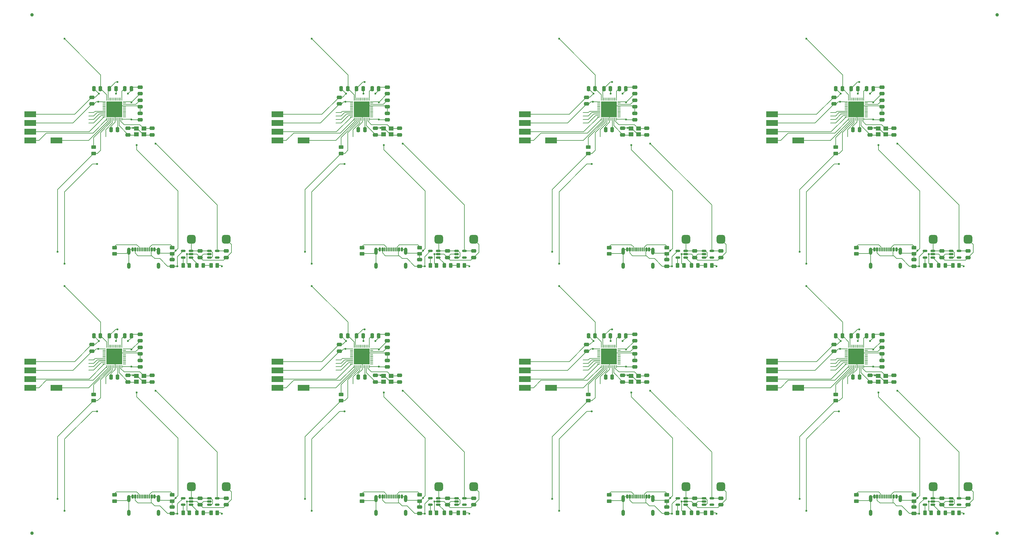
<source format=gbr>
%TF.GenerationSoftware,KiCad,Pcbnew,8.0.9-8.0.9-0~ubuntu24.04.1*%
%TF.CreationDate,2025-07-17T17:50:55+05:00*%
%TF.ProjectId,panel_170725,70616e65-6c5f-4313-9730-3732352e6b69,rev?*%
%TF.SameCoordinates,Original*%
%TF.FileFunction,Copper,L1,Top*%
%TF.FilePolarity,Positive*%
%FSLAX46Y46*%
G04 Gerber Fmt 4.6, Leading zero omitted, Abs format (unit mm)*
G04 Created by KiCad (PCBNEW 8.0.9-8.0.9-0~ubuntu24.04.1) date 2025-07-17 17:50:55*
%MOMM*%
%LPD*%
G01*
G04 APERTURE LIST*
G04 Aperture macros list*
%AMRoundRect*
0 Rectangle with rounded corners*
0 $1 Rounding radius*
0 $2 $3 $4 $5 $6 $7 $8 $9 X,Y pos of 4 corners*
0 Add a 4 corners polygon primitive as box body*
4,1,4,$2,$3,$4,$5,$6,$7,$8,$9,$2,$3,0*
0 Add four circle primitives for the rounded corners*
1,1,$1+$1,$2,$3*
1,1,$1+$1,$4,$5*
1,1,$1+$1,$6,$7*
1,1,$1+$1,$8,$9*
0 Add four rect primitives between the rounded corners*
20,1,$1+$1,$2,$3,$4,$5,0*
20,1,$1+$1,$4,$5,$6,$7,0*
20,1,$1+$1,$6,$7,$8,$9,0*
20,1,$1+$1,$8,$9,$2,$3,0*%
G04 Aperture macros list end*
%TA.AperFunction,SMDPad,CuDef*%
%ADD10RoundRect,0.250000X-0.450000X0.262500X-0.450000X-0.262500X0.450000X-0.262500X0.450000X0.262500X0*%
%TD*%
%TA.AperFunction,SMDPad,CuDef*%
%ADD11C,1.000000*%
%TD*%
%TA.AperFunction,SMDPad,CuDef*%
%ADD12RoundRect,0.150000X-0.150000X-0.425000X0.150000X-0.425000X0.150000X0.425000X-0.150000X0.425000X0*%
%TD*%
%TA.AperFunction,SMDPad,CuDef*%
%ADD13RoundRect,0.075000X-0.075000X-0.500000X0.075000X-0.500000X0.075000X0.500000X-0.075000X0.500000X0*%
%TD*%
%TA.AperFunction,ComponentPad*%
%ADD14O,1.000000X2.100000*%
%TD*%
%TA.AperFunction,ComponentPad*%
%ADD15O,1.000000X1.800000*%
%TD*%
%TA.AperFunction,SMDPad,CuDef*%
%ADD16RoundRect,0.150000X-0.512500X-0.150000X0.512500X-0.150000X0.512500X0.150000X-0.512500X0.150000X0*%
%TD*%
%TA.AperFunction,SMDPad,CuDef*%
%ADD17RoundRect,0.250000X0.250000X0.475000X-0.250000X0.475000X-0.250000X-0.475000X0.250000X-0.475000X0*%
%TD*%
%TA.AperFunction,SMDPad,CuDef*%
%ADD18R,3.400000X1.800000*%
%TD*%
%TA.AperFunction,SMDPad,CuDef*%
%ADD19R,1.400000X1.200000*%
%TD*%
%TA.AperFunction,SMDPad,CuDef*%
%ADD20RoundRect,0.250000X0.450000X-0.262500X0.450000X0.262500X-0.450000X0.262500X-0.450000X-0.262500X0*%
%TD*%
%TA.AperFunction,SMDPad,CuDef*%
%ADD21RoundRect,0.250000X-0.475000X0.250000X-0.475000X-0.250000X0.475000X-0.250000X0.475000X0.250000X0*%
%TD*%
%TA.AperFunction,SMDPad,CuDef*%
%ADD22RoundRect,0.250000X0.262500X0.450000X-0.262500X0.450000X-0.262500X-0.450000X0.262500X-0.450000X0*%
%TD*%
%TA.AperFunction,SMDPad,CuDef*%
%ADD23RoundRect,0.050000X-0.050000X0.350000X-0.050000X-0.350000X0.050000X-0.350000X0.050000X0.350000X0*%
%TD*%
%TA.AperFunction,SMDPad,CuDef*%
%ADD24RoundRect,0.050000X-0.350000X0.050000X-0.350000X-0.050000X0.350000X-0.050000X0.350000X0.050000X0*%
%TD*%
%TA.AperFunction,HeatsinkPad*%
%ADD25R,4.600000X4.600000*%
%TD*%
%TA.AperFunction,SMDPad,CuDef*%
%ADD26RoundRect,0.243750X-0.243750X-0.456250X0.243750X-0.456250X0.243750X0.456250X-0.243750X0.456250X0*%
%TD*%
%TA.AperFunction,SMDPad,CuDef*%
%ADD27RoundRect,0.150000X0.512500X0.150000X-0.512500X0.150000X-0.512500X-0.150000X0.512500X-0.150000X0*%
%TD*%
%TA.AperFunction,SMDPad,CuDef*%
%ADD28RoundRect,0.250000X0.475000X-0.250000X0.475000X0.250000X-0.475000X0.250000X-0.475000X-0.250000X0*%
%TD*%
%TA.AperFunction,SMDPad,CuDef*%
%ADD29RoundRect,0.250000X-0.250000X-0.475000X0.250000X-0.475000X0.250000X0.475000X-0.250000X0.475000X0*%
%TD*%
%TA.AperFunction,SMDPad,CuDef*%
%ADD30RoundRect,0.625000X-0.625000X-0.625000X0.625000X-0.625000X0.625000X0.625000X-0.625000X0.625000X0*%
%TD*%
%TA.AperFunction,SMDPad,CuDef*%
%ADD31RoundRect,0.250000X-0.262500X-0.450000X0.262500X-0.450000X0.262500X0.450000X-0.262500X0.450000X0*%
%TD*%
%TA.AperFunction,ViaPad*%
%ADD32C,0.600000*%
%TD*%
%TA.AperFunction,Conductor*%
%ADD33C,0.200000*%
%TD*%
G04 APERTURE END LIST*
D10*
%TO.P,R1,1*%
%TO.N,Board_4-Net-(U1-P0.22)*%
X26000000Y-133089000D03*
%TO.P,R1,2*%
%TO.N,Board_4-Net-(D1-K)*%
X26000000Y-134914000D03*
%TD*%
D11*
%TO.P,KiKit_FID_T_4,*%
%TO.N,*%
X289000000Y-173503500D03*
%TD*%
D12*
%TO.P,J1,A1,GND*%
%TO.N,Board_1-GND*%
X109300000Y-90821500D03*
%TO.P,J1,A4,VBUS*%
%TO.N,Board_1-Net-(U3-V_{CC})*%
X110100000Y-90821500D03*
D13*
%TO.P,J1,A5,CC1*%
%TO.N,Board_1-Net-(J1-CC1)*%
X111250000Y-90821500D03*
%TO.P,J1,A6,D+*%
%TO.N,Board_1-unconnected-(J1-D+-PadA6)*%
X112250000Y-90821500D03*
%TO.P,J1,A7,D-*%
%TO.N,Board_1-unconnected-(J1-D--PadA7)*%
X112750000Y-90821500D03*
%TO.P,J1,A8,SBU1*%
%TO.N,Board_1-unconnected-(J1-SBU1-PadA8)*%
X113750000Y-90821500D03*
D12*
%TO.P,J1,A9,VBUS*%
%TO.N,Board_1-Net-(U3-V_{CC})*%
X114900000Y-90821500D03*
%TO.P,J1,A12,GND*%
%TO.N,Board_1-GND*%
X115700000Y-90821500D03*
%TO.P,J1,B1,GND*%
X115700000Y-90821500D03*
%TO.P,J1,B4,VBUS*%
%TO.N,Board_1-Net-(U3-V_{CC})*%
X114900000Y-90821500D03*
D13*
%TO.P,J1,B5,CC2*%
%TO.N,Board_1-Net-(J1-CC2)*%
X114250000Y-90821500D03*
%TO.P,J1,B6,D+*%
%TO.N,Board_1-unconnected-(J1-D+-PadB6)*%
X113250000Y-90821500D03*
%TO.P,J1,B7,D-*%
%TO.N,Board_1-unconnected-(J1-D--PadB7)*%
X111750000Y-90821500D03*
%TO.P,J1,B8,SBU2*%
%TO.N,Board_1-unconnected-(J1-SBU2-PadB8)*%
X110750000Y-90821500D03*
D12*
%TO.P,J1,B9,VBUS*%
%TO.N,Board_1-Net-(U3-V_{CC})*%
X110100000Y-90821500D03*
%TO.P,J1,B12,GND*%
%TO.N,Board_1-GND*%
X109300000Y-90821500D03*
D14*
%TO.P,J1,S1,SHIELD*%
X108180000Y-91396500D03*
D15*
X108180000Y-95576500D03*
D14*
X116820000Y-91396500D03*
D15*
X116820000Y-95576500D03*
%TD*%
D16*
%TO.P,U2,1,IN*%
%TO.N,Board_7-Net-(BT1-+)*%
X275654500Y-163289500D03*
%TO.P,U2,2,GND*%
%TO.N,Board_7-GND*%
X275654500Y-164239500D03*
%TO.P,U2,3,EN*%
%TO.N,Board_7-Net-(BT1-+)*%
X275654500Y-165189500D03*
%TO.P,U2,4,NC*%
%TO.N,Board_7-unconnected-(U2-NC-Pad4)*%
X277929500Y-165189500D03*
%TO.P,U2,5,OUT*%
%TO.N,Board_7-+3.3V*%
X277929500Y-163289500D03*
%TD*%
D17*
%TO.P,C10,1*%
%TO.N,Board_5-Net-(U1-NFC1{slash}P0.09)*%
X99950000Y-116031500D03*
%TO.P,C10,2*%
%TO.N,Board_5-GND*%
X98050000Y-116031500D03*
%TD*%
D18*
%TO.P,TP3,1,1*%
%TO.N,Board_5-Net-(U1-P0.21{slash}~{RESET})*%
X79500000Y-128581500D03*
%TD*%
D17*
%TO.P,C10,1*%
%TO.N,Board_7-Net-(U1-NFC1{slash}P0.09)*%
X243950000Y-116031500D03*
%TO.P,C10,2*%
%TO.N,Board_7-GND*%
X242050000Y-116031500D03*
%TD*%
D19*
%TO.P,Y1,1,1*%
%TO.N,Board_1-Net-(U1-XC1)*%
X110400000Y-57351500D03*
%TO.P,Y1,2,2*%
%TO.N,Board_1-GND*%
X112600000Y-57351500D03*
%TO.P,Y1,3,3*%
%TO.N,Board_1-Net-(U1-XC2)*%
X112600000Y-55651500D03*
%TO.P,Y1,4,4*%
%TO.N,Board_1-GND*%
X110400000Y-55651500D03*
%TD*%
D20*
%TO.P,R4,1*%
%TO.N,Board_4-GND*%
X32090000Y-164136000D03*
%TO.P,R4,2*%
%TO.N,Board_4-Net-(J1-CC1)*%
X32090000Y-162311000D03*
%TD*%
D17*
%TO.P,C9,1*%
%TO.N,Board_2-GND*%
X176450000Y-44001500D03*
%TO.P,C9,2*%
%TO.N,Board_2-Net-(U1-NFC1{slash}P0.09)*%
X174550000Y-44001500D03*
%TD*%
D21*
%TO.P,C11,1*%
%TO.N,Board_7-+3.3V*%
X280602000Y-163289500D03*
%TO.P,C11,2*%
%TO.N,Board_7-GND*%
X280602000Y-165189500D03*
%TD*%
D22*
%TO.P,R3,1*%
%TO.N,Board_5-Net-(U3-V_{CC})*%
X133958500Y-167541500D03*
%TO.P,R3,2*%
%TO.N,Board_5-Net-(D2-A)*%
X132133500Y-167541500D03*
%TD*%
D17*
%TO.P,C10,1*%
%TO.N,Board_1-Net-(U1-NFC1{slash}P0.09)*%
X99950000Y-44031500D03*
%TO.P,C10,2*%
%TO.N,Board_1-GND*%
X98050000Y-44031500D03*
%TD*%
D11*
%TO.P,KiKit_FID_T_2,*%
%TO.N,*%
X289000000Y-22500000D03*
%TD*%
D23*
%TO.P,U1,1,DEC1*%
%TO.N,Board_4-Net-(U1-DEC1)*%
X34200000Y-119051500D03*
%TO.P,U1,2,P0.00/XL1*%
%TO.N,Board_4-unconnected-(U1-P0.00{slash}XL1-Pad2)*%
X33800000Y-119051500D03*
%TO.P,U1,3,P0.01/XL2*%
%TO.N,Board_4-unconnected-(U1-P0.01{slash}XL2-Pad3)*%
X33400000Y-119051500D03*
%TO.P,U1,4,P0.02/AIN0*%
%TO.N,Board_4-unconnected-(U1-P0.02{slash}AIN0-Pad4)*%
X33000000Y-119051500D03*
%TO.P,U1,5,P0.03/AIN1*%
%TO.N,Board_4-unconnected-(U1-P0.03{slash}AIN1-Pad5)*%
X32600000Y-119051500D03*
%TO.P,U1,6,P0.04/AIN2*%
%TO.N,Board_4-unconnected-(U1-P0.04{slash}AIN2-Pad6)*%
X32200000Y-119051500D03*
%TO.P,U1,7,P0.05/AIN3*%
%TO.N,Board_4-unconnected-(U1-P0.05{slash}AIN3-Pad7)*%
X31800000Y-119051500D03*
%TO.P,U1,8,P0.06*%
%TO.N,Board_4-unconnected-(U1-P0.06-Pad8)*%
X31400000Y-119051500D03*
%TO.P,U1,9,P0.07*%
%TO.N,Board_4-unconnected-(U1-P0.07-Pad9)*%
X31000000Y-119051500D03*
%TO.P,U1,10,P0.08*%
%TO.N,Board_4-unconnected-(U1-P0.08-Pad10)*%
X30600000Y-119051500D03*
%TO.P,U1,11,NFC1/P0.09*%
%TO.N,Board_4-Net-(U1-NFC1{slash}P0.09)*%
X30200000Y-119051500D03*
%TO.P,U1,12,NFC2/P0.10*%
X29800000Y-119051500D03*
D24*
%TO.P,U1,13,VDD*%
%TO.N,Board_4-+3.3V*%
X29050000Y-119801500D03*
%TO.P,U1,14,P0.11*%
%TO.N,Board_4-unconnected-(U1-P0.11-Pad14)*%
X29050000Y-120201500D03*
%TO.P,U1,15,P0.12*%
%TO.N,Board_4-unconnected-(U1-P0.12-Pad15)*%
X29050000Y-120601500D03*
%TO.P,U1,16,P0.13*%
%TO.N,Board_4-unconnected-(U1-P0.13-Pad16)*%
X29050000Y-121001500D03*
%TO.P,U1,17,P0.14*%
%TO.N,Board_4-unconnected-(U1-P0.14-Pad17)*%
X29050000Y-121401500D03*
%TO.P,U1,18,P0.15*%
%TO.N,Board_4-unconnected-(U1-P0.15-Pad18)*%
X29050000Y-121801500D03*
%TO.P,U1,19,P0.16*%
%TO.N,Board_4-unconnected-(U1-P0.16-Pad19)*%
X29050000Y-122201500D03*
%TO.P,U1,20,P0.17*%
%TO.N,Board_4-unconnected-(U1-P0.17-Pad20)*%
X29050000Y-122601500D03*
%TO.P,U1,21,P0.18/SWO*%
%TO.N,Board_4-unconnected-(U1-P0.18{slash}SWO-Pad21)*%
X29050000Y-123001500D03*
%TO.P,U1,22,P0.19*%
%TO.N,Board_4-unconnected-(U1-P0.19-Pad22)*%
X29050000Y-123401500D03*
%TO.P,U1,23,P0.20*%
%TO.N,Board_4-unconnected-(U1-P0.20-Pad23)*%
X29050000Y-123801500D03*
%TO.P,U1,24,P0.21/~{RESET}*%
%TO.N,Board_4-Net-(U1-P0.21{slash}~{RESET})*%
X29050000Y-124201500D03*
D23*
%TO.P,U1,25,SWDCLK*%
%TO.N,Board_4-Net-(U1-SWDCLK)*%
X29800000Y-124951500D03*
%TO.P,U1,26,SWDIO*%
%TO.N,Board_4-Net-(U1-SWDIO)*%
X30200000Y-124951500D03*
%TO.P,U1,27,P0.22*%
%TO.N,Board_4-Net-(U1-P0.22)*%
X30600000Y-124951500D03*
%TO.P,U1,28,P0.23*%
%TO.N,Board_4-Net-(D1-K)*%
X31000000Y-124951500D03*
%TO.P,U1,29,P0.24*%
%TO.N,Board_4-unconnected-(U1-P0.24-Pad29)*%
X31400000Y-124951500D03*
%TO.P,U1,30,ANT*%
%TO.N,Board_4-unconnected-(U1-ANT-Pad30)*%
X31800000Y-124951500D03*
%TO.P,U1,31,VSS*%
%TO.N,Board_4-GND*%
X32200000Y-124951500D03*
%TO.P,U1,32,DEC2*%
%TO.N,Board_4-unconnected-(U1-DEC2-Pad32)*%
X32600000Y-124951500D03*
%TO.P,U1,33,DEC3*%
%TO.N,Board_4-Net-(U1-DEC3)*%
X33000000Y-124951500D03*
%TO.P,U1,34,XC1*%
%TO.N,Board_4-Net-(U1-XC1)*%
X33400000Y-124951500D03*
%TO.P,U1,35,XC2*%
%TO.N,Board_4-Net-(U1-XC2)*%
X33800000Y-124951500D03*
%TO.P,U1,36,VDD*%
%TO.N,Board_4-+3.3V*%
X34200000Y-124951500D03*
D24*
%TO.P,U1,37,P0.25*%
%TO.N,Board_4-unconnected-(U1-P0.25-Pad37)*%
X34950000Y-124201500D03*
%TO.P,U1,38,P0.26*%
%TO.N,Board_4-unconnected-(U1-P0.26-Pad38)*%
X34950000Y-123801500D03*
%TO.P,U1,39,P0.27*%
%TO.N,Board_4-unconnected-(U1-P0.27-Pad39)*%
X34950000Y-123401500D03*
%TO.P,U1,40,P0.28/AIN4*%
%TO.N,Board_4-unconnected-(U1-P0.28{slash}AIN4-Pad40)*%
X34950000Y-123001500D03*
%TO.P,U1,41,P0.29/AIN5*%
%TO.N,Board_4-unconnected-(U1-P0.29{slash}AIN5-Pad41)*%
X34950000Y-122601500D03*
%TO.P,U1,42,P0.30/AIN6*%
%TO.N,Board_4-unconnected-(U1-P0.30{slash}AIN6-Pad42)*%
X34950000Y-122201500D03*
%TO.P,U1,43,P0.31/AIN7*%
%TO.N,Board_4-unconnected-(U1-P0.31{slash}AIN7-Pad43)*%
X34950000Y-121801500D03*
%TO.P,U1,44,NC*%
%TO.N,Board_4-unconnected-(U1-NC-Pad44)*%
X34950000Y-121401500D03*
%TO.P,U1,45,VSS*%
%TO.N,Board_4-GND*%
X34950000Y-121001500D03*
%TO.P,U1,46,DEC4*%
%TO.N,Board_4-Net-(U1-DEC4)*%
X34950000Y-120601500D03*
%TO.P,U1,47,DCC*%
%TO.N,Board_4-unconnected-(U1-DCC-Pad47)*%
X34950000Y-120201500D03*
%TO.P,U1,48,VDD*%
%TO.N,Board_4-+3.3V*%
X34950000Y-119801500D03*
D25*
%TO.P,U1,49,VSS*%
%TO.N,Board_4-GND*%
X32000000Y-122001500D03*
%TD*%
D20*
%TO.P,R4,1*%
%TO.N,Board_1-GND*%
X104090000Y-92136000D03*
%TO.P,R4,2*%
%TO.N,Board_1-Net-(J1-CC1)*%
X104090000Y-90311000D03*
%TD*%
D26*
%TO.P,D2,1,K*%
%TO.N,Board_7-Net-(D2-K)*%
X272044500Y-167541500D03*
%TO.P,D2,2,A*%
%TO.N,Board_7-Net-(D2-A)*%
X273919500Y-167541500D03*
%TD*%
D18*
%TO.P,TP4,1,1*%
%TO.N,Board_4-GND*%
X7500000Y-123501500D03*
%TD*%
D27*
%TO.P,U3,1,~{CHRG}*%
%TO.N,Board_3-Net-(D2-K)*%
X270309500Y-93189500D03*
%TO.P,U3,2,GND*%
%TO.N,Board_3-GND*%
X270309500Y-92239500D03*
%TO.P,U3,3,BAT*%
%TO.N,Board_3-Net-(BT1-+)*%
X270309500Y-91289500D03*
%TO.P,U3,4,V_{CC}*%
%TO.N,Board_3-Net-(U3-V_{CC})*%
X268034500Y-91289500D03*
%TO.P,U3,5,PROG*%
%TO.N,Board_3-Net-(U3-PROG)*%
X268034500Y-93189500D03*
%TD*%
D23*
%TO.P,U1,1,DEC1*%
%TO.N,Board_2-Net-(U1-DEC1)*%
X178200000Y-47051500D03*
%TO.P,U1,2,P0.00/XL1*%
%TO.N,Board_2-unconnected-(U1-P0.00{slash}XL1-Pad2)*%
X177800000Y-47051500D03*
%TO.P,U1,3,P0.01/XL2*%
%TO.N,Board_2-unconnected-(U1-P0.01{slash}XL2-Pad3)*%
X177400000Y-47051500D03*
%TO.P,U1,4,P0.02/AIN0*%
%TO.N,Board_2-unconnected-(U1-P0.02{slash}AIN0-Pad4)*%
X177000000Y-47051500D03*
%TO.P,U1,5,P0.03/AIN1*%
%TO.N,Board_2-unconnected-(U1-P0.03{slash}AIN1-Pad5)*%
X176600000Y-47051500D03*
%TO.P,U1,6,P0.04/AIN2*%
%TO.N,Board_2-unconnected-(U1-P0.04{slash}AIN2-Pad6)*%
X176200000Y-47051500D03*
%TO.P,U1,7,P0.05/AIN3*%
%TO.N,Board_2-unconnected-(U1-P0.05{slash}AIN3-Pad7)*%
X175800000Y-47051500D03*
%TO.P,U1,8,P0.06*%
%TO.N,Board_2-unconnected-(U1-P0.06-Pad8)*%
X175400000Y-47051500D03*
%TO.P,U1,9,P0.07*%
%TO.N,Board_2-unconnected-(U1-P0.07-Pad9)*%
X175000000Y-47051500D03*
%TO.P,U1,10,P0.08*%
%TO.N,Board_2-unconnected-(U1-P0.08-Pad10)*%
X174600000Y-47051500D03*
%TO.P,U1,11,NFC1/P0.09*%
%TO.N,Board_2-Net-(U1-NFC1{slash}P0.09)*%
X174200000Y-47051500D03*
%TO.P,U1,12,NFC2/P0.10*%
X173800000Y-47051500D03*
D24*
%TO.P,U1,13,VDD*%
%TO.N,Board_2-+3.3V*%
X173050000Y-47801500D03*
%TO.P,U1,14,P0.11*%
%TO.N,Board_2-unconnected-(U1-P0.11-Pad14)*%
X173050000Y-48201500D03*
%TO.P,U1,15,P0.12*%
%TO.N,Board_2-unconnected-(U1-P0.12-Pad15)*%
X173050000Y-48601500D03*
%TO.P,U1,16,P0.13*%
%TO.N,Board_2-unconnected-(U1-P0.13-Pad16)*%
X173050000Y-49001500D03*
%TO.P,U1,17,P0.14*%
%TO.N,Board_2-unconnected-(U1-P0.14-Pad17)*%
X173050000Y-49401500D03*
%TO.P,U1,18,P0.15*%
%TO.N,Board_2-unconnected-(U1-P0.15-Pad18)*%
X173050000Y-49801500D03*
%TO.P,U1,19,P0.16*%
%TO.N,Board_2-unconnected-(U1-P0.16-Pad19)*%
X173050000Y-50201500D03*
%TO.P,U1,20,P0.17*%
%TO.N,Board_2-unconnected-(U1-P0.17-Pad20)*%
X173050000Y-50601500D03*
%TO.P,U1,21,P0.18/SWO*%
%TO.N,Board_2-unconnected-(U1-P0.18{slash}SWO-Pad21)*%
X173050000Y-51001500D03*
%TO.P,U1,22,P0.19*%
%TO.N,Board_2-unconnected-(U1-P0.19-Pad22)*%
X173050000Y-51401500D03*
%TO.P,U1,23,P0.20*%
%TO.N,Board_2-unconnected-(U1-P0.20-Pad23)*%
X173050000Y-51801500D03*
%TO.P,U1,24,P0.21/~{RESET}*%
%TO.N,Board_2-Net-(U1-P0.21{slash}~{RESET})*%
X173050000Y-52201500D03*
D23*
%TO.P,U1,25,SWDCLK*%
%TO.N,Board_2-Net-(U1-SWDCLK)*%
X173800000Y-52951500D03*
%TO.P,U1,26,SWDIO*%
%TO.N,Board_2-Net-(U1-SWDIO)*%
X174200000Y-52951500D03*
%TO.P,U1,27,P0.22*%
%TO.N,Board_2-Net-(U1-P0.22)*%
X174600000Y-52951500D03*
%TO.P,U1,28,P0.23*%
%TO.N,Board_2-Net-(D1-K)*%
X175000000Y-52951500D03*
%TO.P,U1,29,P0.24*%
%TO.N,Board_2-unconnected-(U1-P0.24-Pad29)*%
X175400000Y-52951500D03*
%TO.P,U1,30,ANT*%
%TO.N,Board_2-unconnected-(U1-ANT-Pad30)*%
X175800000Y-52951500D03*
%TO.P,U1,31,VSS*%
%TO.N,Board_2-GND*%
X176200000Y-52951500D03*
%TO.P,U1,32,DEC2*%
%TO.N,Board_2-unconnected-(U1-DEC2-Pad32)*%
X176600000Y-52951500D03*
%TO.P,U1,33,DEC3*%
%TO.N,Board_2-Net-(U1-DEC3)*%
X177000000Y-52951500D03*
%TO.P,U1,34,XC1*%
%TO.N,Board_2-Net-(U1-XC1)*%
X177400000Y-52951500D03*
%TO.P,U1,35,XC2*%
%TO.N,Board_2-Net-(U1-XC2)*%
X177800000Y-52951500D03*
%TO.P,U1,36,VDD*%
%TO.N,Board_2-+3.3V*%
X178200000Y-52951500D03*
D24*
%TO.P,U1,37,P0.25*%
%TO.N,Board_2-unconnected-(U1-P0.25-Pad37)*%
X178950000Y-52201500D03*
%TO.P,U1,38,P0.26*%
%TO.N,Board_2-unconnected-(U1-P0.26-Pad38)*%
X178950000Y-51801500D03*
%TO.P,U1,39,P0.27*%
%TO.N,Board_2-unconnected-(U1-P0.27-Pad39)*%
X178950000Y-51401500D03*
%TO.P,U1,40,P0.28/AIN4*%
%TO.N,Board_2-unconnected-(U1-P0.28{slash}AIN4-Pad40)*%
X178950000Y-51001500D03*
%TO.P,U1,41,P0.29/AIN5*%
%TO.N,Board_2-unconnected-(U1-P0.29{slash}AIN5-Pad41)*%
X178950000Y-50601500D03*
%TO.P,U1,42,P0.30/AIN6*%
%TO.N,Board_2-unconnected-(U1-P0.30{slash}AIN6-Pad42)*%
X178950000Y-50201500D03*
%TO.P,U1,43,P0.31/AIN7*%
%TO.N,Board_2-unconnected-(U1-P0.31{slash}AIN7-Pad43)*%
X178950000Y-49801500D03*
%TO.P,U1,44,NC*%
%TO.N,Board_2-unconnected-(U1-NC-Pad44)*%
X178950000Y-49401500D03*
%TO.P,U1,45,VSS*%
%TO.N,Board_2-GND*%
X178950000Y-49001500D03*
%TO.P,U1,46,DEC4*%
%TO.N,Board_2-Net-(U1-DEC4)*%
X178950000Y-48601500D03*
%TO.P,U1,47,DCC*%
%TO.N,Board_2-unconnected-(U1-DCC-Pad47)*%
X178950000Y-48201500D03*
%TO.P,U1,48,VDD*%
%TO.N,Board_2-+3.3V*%
X178950000Y-47801500D03*
D25*
%TO.P,U1,49,VSS*%
%TO.N,Board_2-GND*%
X176000000Y-50001500D03*
%TD*%
D12*
%TO.P,J1,A1,GND*%
%TO.N,Board_5-GND*%
X109300000Y-162821500D03*
%TO.P,J1,A4,VBUS*%
%TO.N,Board_5-Net-(U3-V_{CC})*%
X110100000Y-162821500D03*
D13*
%TO.P,J1,A5,CC1*%
%TO.N,Board_5-Net-(J1-CC1)*%
X111250000Y-162821500D03*
%TO.P,J1,A6,D+*%
%TO.N,Board_5-unconnected-(J1-D+-PadA6)*%
X112250000Y-162821500D03*
%TO.P,J1,A7,D-*%
%TO.N,Board_5-unconnected-(J1-D--PadA7)*%
X112750000Y-162821500D03*
%TO.P,J1,A8,SBU1*%
%TO.N,Board_5-unconnected-(J1-SBU1-PadA8)*%
X113750000Y-162821500D03*
D12*
%TO.P,J1,A9,VBUS*%
%TO.N,Board_5-Net-(U3-V_{CC})*%
X114900000Y-162821500D03*
%TO.P,J1,A12,GND*%
%TO.N,Board_5-GND*%
X115700000Y-162821500D03*
%TO.P,J1,B1,GND*%
X115700000Y-162821500D03*
%TO.P,J1,B4,VBUS*%
%TO.N,Board_5-Net-(U3-V_{CC})*%
X114900000Y-162821500D03*
D13*
%TO.P,J1,B5,CC2*%
%TO.N,Board_5-Net-(J1-CC2)*%
X114250000Y-162821500D03*
%TO.P,J1,B6,D+*%
%TO.N,Board_5-unconnected-(J1-D+-PadB6)*%
X113250000Y-162821500D03*
%TO.P,J1,B7,D-*%
%TO.N,Board_5-unconnected-(J1-D--PadB7)*%
X111750000Y-162821500D03*
%TO.P,J1,B8,SBU2*%
%TO.N,Board_5-unconnected-(J1-SBU2-PadB8)*%
X110750000Y-162821500D03*
D12*
%TO.P,J1,B9,VBUS*%
%TO.N,Board_5-Net-(U3-V_{CC})*%
X110100000Y-162821500D03*
%TO.P,J1,B12,GND*%
%TO.N,Board_5-GND*%
X109300000Y-162821500D03*
D14*
%TO.P,J1,S1,SHIELD*%
X108180000Y-163396500D03*
D15*
X108180000Y-167576500D03*
D14*
X116820000Y-163396500D03*
D15*
X116820000Y-167576500D03*
%TD*%
D17*
%TO.P,C7,1*%
%TO.N,Board_1-Net-(U1-DEC3)*%
X104950000Y-56001500D03*
%TO.P,C7,2*%
%TO.N,Board_1-GND*%
X103050000Y-56001500D03*
%TD*%
D28*
%TO.P,C13,1*%
%TO.N,Board_1-Net-(U3-V_{CC})*%
X120854000Y-95729500D03*
%TO.P,C13,2*%
%TO.N,Board_1-GND*%
X120854000Y-93829500D03*
%TD*%
D21*
%TO.P,C6,1*%
%TO.N,Board_6-Net-(U1-DEC4)*%
X183500000Y-119376500D03*
%TO.P,C6,2*%
%TO.N,Board_6-GND*%
X183500000Y-121276500D03*
%TD*%
D22*
%TO.P,R3,1*%
%TO.N,Board_4-Net-(U3-V_{CC})*%
X61958500Y-167541500D03*
%TO.P,R3,2*%
%TO.N,Board_4-Net-(D2-A)*%
X60133500Y-167541500D03*
%TD*%
D17*
%TO.P,C7,1*%
%TO.N,Board_3-Net-(U1-DEC3)*%
X248950000Y-56001500D03*
%TO.P,C7,2*%
%TO.N,Board_3-GND*%
X247050000Y-56001500D03*
%TD*%
D29*
%TO.P,C8,1*%
%TO.N,Board_7-Net-(U1-DEC1)*%
X251050000Y-116001500D03*
%TO.P,C8,2*%
%TO.N,Board_7-GND*%
X252950000Y-116001500D03*
%TD*%
D28*
%TO.P,C1,1*%
%TO.N,Board_7-Net-(U1-XC1)*%
X252000000Y-129451500D03*
%TO.P,C1,2*%
%TO.N,Board_7-GND*%
X252000000Y-127551500D03*
%TD*%
D12*
%TO.P,J1,A1,GND*%
%TO.N,Board_6-GND*%
X181300000Y-162821500D03*
%TO.P,J1,A4,VBUS*%
%TO.N,Board_6-Net-(U3-V_{CC})*%
X182100000Y-162821500D03*
D13*
%TO.P,J1,A5,CC1*%
%TO.N,Board_6-Net-(J1-CC1)*%
X183250000Y-162821500D03*
%TO.P,J1,A6,D+*%
%TO.N,Board_6-unconnected-(J1-D+-PadA6)*%
X184250000Y-162821500D03*
%TO.P,J1,A7,D-*%
%TO.N,Board_6-unconnected-(J1-D--PadA7)*%
X184750000Y-162821500D03*
%TO.P,J1,A8,SBU1*%
%TO.N,Board_6-unconnected-(J1-SBU1-PadA8)*%
X185750000Y-162821500D03*
D12*
%TO.P,J1,A9,VBUS*%
%TO.N,Board_6-Net-(U3-V_{CC})*%
X186900000Y-162821500D03*
%TO.P,J1,A12,GND*%
%TO.N,Board_6-GND*%
X187700000Y-162821500D03*
%TO.P,J1,B1,GND*%
X187700000Y-162821500D03*
%TO.P,J1,B4,VBUS*%
%TO.N,Board_6-Net-(U3-V_{CC})*%
X186900000Y-162821500D03*
D13*
%TO.P,J1,B5,CC2*%
%TO.N,Board_6-Net-(J1-CC2)*%
X186250000Y-162821500D03*
%TO.P,J1,B6,D+*%
%TO.N,Board_6-unconnected-(J1-D+-PadB6)*%
X185250000Y-162821500D03*
%TO.P,J1,B7,D-*%
%TO.N,Board_6-unconnected-(J1-D--PadB7)*%
X183750000Y-162821500D03*
%TO.P,J1,B8,SBU2*%
%TO.N,Board_6-unconnected-(J1-SBU2-PadB8)*%
X182750000Y-162821500D03*
D12*
%TO.P,J1,B9,VBUS*%
%TO.N,Board_6-Net-(U3-V_{CC})*%
X182100000Y-162821500D03*
%TO.P,J1,B12,GND*%
%TO.N,Board_6-GND*%
X181300000Y-162821500D03*
D14*
%TO.P,J1,S1,SHIELD*%
X180180000Y-163396500D03*
D15*
X180180000Y-167576500D03*
D14*
X188820000Y-163396500D03*
D15*
X188820000Y-167576500D03*
%TD*%
D27*
%TO.P,U3,1,~{CHRG}*%
%TO.N,Board_0-Net-(D2-K)*%
X54309500Y-93189500D03*
%TO.P,U3,2,GND*%
%TO.N,Board_0-GND*%
X54309500Y-92239500D03*
%TO.P,U3,3,BAT*%
%TO.N,Board_0-Net-(BT1-+)*%
X54309500Y-91289500D03*
%TO.P,U3,4,V_{CC}*%
%TO.N,Board_0-Net-(U3-V_{CC})*%
X52034500Y-91289500D03*
%TO.P,U3,5,PROG*%
%TO.N,Board_0-Net-(U3-PROG)*%
X52034500Y-93189500D03*
%TD*%
D21*
%TO.P,C6,1*%
%TO.N,Board_1-Net-(U1-DEC4)*%
X111500000Y-47376500D03*
%TO.P,C6,2*%
%TO.N,Board_1-GND*%
X111500000Y-49276500D03*
%TD*%
D17*
%TO.P,C7,1*%
%TO.N,Board_2-Net-(U1-DEC3)*%
X176950000Y-56001500D03*
%TO.P,C7,2*%
%TO.N,Board_2-GND*%
X175050000Y-56001500D03*
%TD*%
D18*
%TO.P,TP1,1,1*%
%TO.N,Board_7-Net-(U1-SWDIO)*%
X231120000Y-131121500D03*
%TD*%
%TO.P,TP2,1,1*%
%TO.N,Board_4-Net-(U1-SWDCLK)*%
X7500000Y-131121500D03*
%TD*%
D28*
%TO.P,C5,1*%
%TO.N,Board_4-+3.3V*%
X25500000Y-120451500D03*
%TO.P,C5,2*%
%TO.N,Board_4-GND*%
X25500000Y-118551500D03*
%TD*%
D21*
%TO.P,C12,1*%
%TO.N,Board_0-Net-(BT1-+)*%
X56982000Y-91289500D03*
%TO.P,C12,2*%
%TO.N,Board_0-GND*%
X56982000Y-93189500D03*
%TD*%
D17*
%TO.P,C9,1*%
%TO.N,Board_3-GND*%
X248450000Y-44001500D03*
%TO.P,C9,2*%
%TO.N,Board_3-Net-(U1-NFC1{slash}P0.09)*%
X246550000Y-44001500D03*
%TD*%
D10*
%TO.P,R5,1*%
%TO.N,Board_0-Net-(J1-CC2)*%
X48854000Y-90311000D03*
%TO.P,R5,2*%
%TO.N,Board_0-GND*%
X48854000Y-92136000D03*
%TD*%
D12*
%TO.P,J1,A1,GND*%
%TO.N,Board_2-GND*%
X181300000Y-90821500D03*
%TO.P,J1,A4,VBUS*%
%TO.N,Board_2-Net-(U3-V_{CC})*%
X182100000Y-90821500D03*
D13*
%TO.P,J1,A5,CC1*%
%TO.N,Board_2-Net-(J1-CC1)*%
X183250000Y-90821500D03*
%TO.P,J1,A6,D+*%
%TO.N,Board_2-unconnected-(J1-D+-PadA6)*%
X184250000Y-90821500D03*
%TO.P,J1,A7,D-*%
%TO.N,Board_2-unconnected-(J1-D--PadA7)*%
X184750000Y-90821500D03*
%TO.P,J1,A8,SBU1*%
%TO.N,Board_2-unconnected-(J1-SBU1-PadA8)*%
X185750000Y-90821500D03*
D12*
%TO.P,J1,A9,VBUS*%
%TO.N,Board_2-Net-(U3-V_{CC})*%
X186900000Y-90821500D03*
%TO.P,J1,A12,GND*%
%TO.N,Board_2-GND*%
X187700000Y-90821500D03*
%TO.P,J1,B1,GND*%
X187700000Y-90821500D03*
%TO.P,J1,B4,VBUS*%
%TO.N,Board_2-Net-(U3-V_{CC})*%
X186900000Y-90821500D03*
D13*
%TO.P,J1,B5,CC2*%
%TO.N,Board_2-Net-(J1-CC2)*%
X186250000Y-90821500D03*
%TO.P,J1,B6,D+*%
%TO.N,Board_2-unconnected-(J1-D+-PadB6)*%
X185250000Y-90821500D03*
%TO.P,J1,B7,D-*%
%TO.N,Board_2-unconnected-(J1-D--PadB7)*%
X183750000Y-90821500D03*
%TO.P,J1,B8,SBU2*%
%TO.N,Board_2-unconnected-(J1-SBU2-PadB8)*%
X182750000Y-90821500D03*
D12*
%TO.P,J1,B9,VBUS*%
%TO.N,Board_2-Net-(U3-V_{CC})*%
X182100000Y-90821500D03*
%TO.P,J1,B12,GND*%
%TO.N,Board_2-GND*%
X181300000Y-90821500D03*
D14*
%TO.P,J1,S1,SHIELD*%
X180180000Y-91396500D03*
D15*
X180180000Y-95576500D03*
D14*
X188820000Y-91396500D03*
D15*
X188820000Y-95576500D03*
%TD*%
D17*
%TO.P,C7,1*%
%TO.N,Board_0-Net-(U1-DEC3)*%
X32950000Y-56001500D03*
%TO.P,C7,2*%
%TO.N,Board_0-GND*%
X31050000Y-56001500D03*
%TD*%
D27*
%TO.P,U3,1,~{CHRG}*%
%TO.N,Board_5-Net-(D2-K)*%
X126309500Y-165189500D03*
%TO.P,U3,2,GND*%
%TO.N,Board_5-GND*%
X126309500Y-164239500D03*
%TO.P,U3,3,BAT*%
%TO.N,Board_5-Net-(BT1-+)*%
X126309500Y-163289500D03*
%TO.P,U3,4,V_{CC}*%
%TO.N,Board_5-Net-(U3-V_{CC})*%
X124034500Y-163289500D03*
%TO.P,U3,5,PROG*%
%TO.N,Board_5-Net-(U3-PROG)*%
X124034500Y-165189500D03*
%TD*%
D28*
%TO.P,C4,1*%
%TO.N,Board_3-+3.3V*%
X255500000Y-45466500D03*
%TO.P,C4,2*%
%TO.N,Board_3-GND*%
X255500000Y-43566500D03*
%TD*%
D17*
%TO.P,C7,1*%
%TO.N,Board_4-Net-(U1-DEC3)*%
X32950000Y-128001500D03*
%TO.P,C7,2*%
%TO.N,Board_4-GND*%
X31050000Y-128001500D03*
%TD*%
D28*
%TO.P,C13,1*%
%TO.N,Board_4-Net-(U3-V_{CC})*%
X48854000Y-167729500D03*
%TO.P,C13,2*%
%TO.N,Board_4-GND*%
X48854000Y-165829500D03*
%TD*%
D21*
%TO.P,C12,1*%
%TO.N,Board_4-Net-(BT1-+)*%
X56982000Y-163289500D03*
%TO.P,C12,2*%
%TO.N,Board_4-GND*%
X56982000Y-165189500D03*
%TD*%
D18*
%TO.P,TP2,1,1*%
%TO.N,Board_6-Net-(U1-SWDCLK)*%
X151500000Y-131121500D03*
%TD*%
D21*
%TO.P,C11,1*%
%TO.N,Board_2-+3.3V*%
X208602000Y-91289500D03*
%TO.P,C11,2*%
%TO.N,Board_2-GND*%
X208602000Y-93189500D03*
%TD*%
D20*
%TO.P,R4,1*%
%TO.N,Board_7-GND*%
X248090000Y-164136000D03*
%TO.P,R4,2*%
%TO.N,Board_7-Net-(J1-CC1)*%
X248090000Y-162311000D03*
%TD*%
D18*
%TO.P,TP5,1,1*%
%TO.N,Board_7-+3.3V*%
X223500000Y-126041500D03*
%TD*%
D28*
%TO.P,C5,1*%
%TO.N,Board_6-+3.3V*%
X169500000Y-120451500D03*
%TO.P,C5,2*%
%TO.N,Board_6-GND*%
X169500000Y-118551500D03*
%TD*%
D23*
%TO.P,U1,1,DEC1*%
%TO.N,Board_5-Net-(U1-DEC1)*%
X106200000Y-119051500D03*
%TO.P,U1,2,P0.00/XL1*%
%TO.N,Board_5-unconnected-(U1-P0.00{slash}XL1-Pad2)*%
X105800000Y-119051500D03*
%TO.P,U1,3,P0.01/XL2*%
%TO.N,Board_5-unconnected-(U1-P0.01{slash}XL2-Pad3)*%
X105400000Y-119051500D03*
%TO.P,U1,4,P0.02/AIN0*%
%TO.N,Board_5-unconnected-(U1-P0.02{slash}AIN0-Pad4)*%
X105000000Y-119051500D03*
%TO.P,U1,5,P0.03/AIN1*%
%TO.N,Board_5-unconnected-(U1-P0.03{slash}AIN1-Pad5)*%
X104600000Y-119051500D03*
%TO.P,U1,6,P0.04/AIN2*%
%TO.N,Board_5-unconnected-(U1-P0.04{slash}AIN2-Pad6)*%
X104200000Y-119051500D03*
%TO.P,U1,7,P0.05/AIN3*%
%TO.N,Board_5-unconnected-(U1-P0.05{slash}AIN3-Pad7)*%
X103800000Y-119051500D03*
%TO.P,U1,8,P0.06*%
%TO.N,Board_5-unconnected-(U1-P0.06-Pad8)*%
X103400000Y-119051500D03*
%TO.P,U1,9,P0.07*%
%TO.N,Board_5-unconnected-(U1-P0.07-Pad9)*%
X103000000Y-119051500D03*
%TO.P,U1,10,P0.08*%
%TO.N,Board_5-unconnected-(U1-P0.08-Pad10)*%
X102600000Y-119051500D03*
%TO.P,U1,11,NFC1/P0.09*%
%TO.N,Board_5-Net-(U1-NFC1{slash}P0.09)*%
X102200000Y-119051500D03*
%TO.P,U1,12,NFC2/P0.10*%
X101800000Y-119051500D03*
D24*
%TO.P,U1,13,VDD*%
%TO.N,Board_5-+3.3V*%
X101050000Y-119801500D03*
%TO.P,U1,14,P0.11*%
%TO.N,Board_5-unconnected-(U1-P0.11-Pad14)*%
X101050000Y-120201500D03*
%TO.P,U1,15,P0.12*%
%TO.N,Board_5-unconnected-(U1-P0.12-Pad15)*%
X101050000Y-120601500D03*
%TO.P,U1,16,P0.13*%
%TO.N,Board_5-unconnected-(U1-P0.13-Pad16)*%
X101050000Y-121001500D03*
%TO.P,U1,17,P0.14*%
%TO.N,Board_5-unconnected-(U1-P0.14-Pad17)*%
X101050000Y-121401500D03*
%TO.P,U1,18,P0.15*%
%TO.N,Board_5-unconnected-(U1-P0.15-Pad18)*%
X101050000Y-121801500D03*
%TO.P,U1,19,P0.16*%
%TO.N,Board_5-unconnected-(U1-P0.16-Pad19)*%
X101050000Y-122201500D03*
%TO.P,U1,20,P0.17*%
%TO.N,Board_5-unconnected-(U1-P0.17-Pad20)*%
X101050000Y-122601500D03*
%TO.P,U1,21,P0.18/SWO*%
%TO.N,Board_5-unconnected-(U1-P0.18{slash}SWO-Pad21)*%
X101050000Y-123001500D03*
%TO.P,U1,22,P0.19*%
%TO.N,Board_5-unconnected-(U1-P0.19-Pad22)*%
X101050000Y-123401500D03*
%TO.P,U1,23,P0.20*%
%TO.N,Board_5-unconnected-(U1-P0.20-Pad23)*%
X101050000Y-123801500D03*
%TO.P,U1,24,P0.21/~{RESET}*%
%TO.N,Board_5-Net-(U1-P0.21{slash}~{RESET})*%
X101050000Y-124201500D03*
D23*
%TO.P,U1,25,SWDCLK*%
%TO.N,Board_5-Net-(U1-SWDCLK)*%
X101800000Y-124951500D03*
%TO.P,U1,26,SWDIO*%
%TO.N,Board_5-Net-(U1-SWDIO)*%
X102200000Y-124951500D03*
%TO.P,U1,27,P0.22*%
%TO.N,Board_5-Net-(U1-P0.22)*%
X102600000Y-124951500D03*
%TO.P,U1,28,P0.23*%
%TO.N,Board_5-Net-(D1-K)*%
X103000000Y-124951500D03*
%TO.P,U1,29,P0.24*%
%TO.N,Board_5-unconnected-(U1-P0.24-Pad29)*%
X103400000Y-124951500D03*
%TO.P,U1,30,ANT*%
%TO.N,Board_5-unconnected-(U1-ANT-Pad30)*%
X103800000Y-124951500D03*
%TO.P,U1,31,VSS*%
%TO.N,Board_5-GND*%
X104200000Y-124951500D03*
%TO.P,U1,32,DEC2*%
%TO.N,Board_5-unconnected-(U1-DEC2-Pad32)*%
X104600000Y-124951500D03*
%TO.P,U1,33,DEC3*%
%TO.N,Board_5-Net-(U1-DEC3)*%
X105000000Y-124951500D03*
%TO.P,U1,34,XC1*%
%TO.N,Board_5-Net-(U1-XC1)*%
X105400000Y-124951500D03*
%TO.P,U1,35,XC2*%
%TO.N,Board_5-Net-(U1-XC2)*%
X105800000Y-124951500D03*
%TO.P,U1,36,VDD*%
%TO.N,Board_5-+3.3V*%
X106200000Y-124951500D03*
D24*
%TO.P,U1,37,P0.25*%
%TO.N,Board_5-unconnected-(U1-P0.25-Pad37)*%
X106950000Y-124201500D03*
%TO.P,U1,38,P0.26*%
%TO.N,Board_5-unconnected-(U1-P0.26-Pad38)*%
X106950000Y-123801500D03*
%TO.P,U1,39,P0.27*%
%TO.N,Board_5-unconnected-(U1-P0.27-Pad39)*%
X106950000Y-123401500D03*
%TO.P,U1,40,P0.28/AIN4*%
%TO.N,Board_5-unconnected-(U1-P0.28{slash}AIN4-Pad40)*%
X106950000Y-123001500D03*
%TO.P,U1,41,P0.29/AIN5*%
%TO.N,Board_5-unconnected-(U1-P0.29{slash}AIN5-Pad41)*%
X106950000Y-122601500D03*
%TO.P,U1,42,P0.30/AIN6*%
%TO.N,Board_5-unconnected-(U1-P0.30{slash}AIN6-Pad42)*%
X106950000Y-122201500D03*
%TO.P,U1,43,P0.31/AIN7*%
%TO.N,Board_5-unconnected-(U1-P0.31{slash}AIN7-Pad43)*%
X106950000Y-121801500D03*
%TO.P,U1,44,NC*%
%TO.N,Board_5-unconnected-(U1-NC-Pad44)*%
X106950000Y-121401500D03*
%TO.P,U1,45,VSS*%
%TO.N,Board_5-GND*%
X106950000Y-121001500D03*
%TO.P,U1,46,DEC4*%
%TO.N,Board_5-Net-(U1-DEC4)*%
X106950000Y-120601500D03*
%TO.P,U1,47,DCC*%
%TO.N,Board_5-unconnected-(U1-DCC-Pad47)*%
X106950000Y-120201500D03*
%TO.P,U1,48,VDD*%
%TO.N,Board_5-+3.3V*%
X106950000Y-119801500D03*
D25*
%TO.P,U1,49,VSS*%
%TO.N,Board_5-GND*%
X104000000Y-122001500D03*
%TD*%
D21*
%TO.P,C6,1*%
%TO.N,Board_2-Net-(U1-DEC4)*%
X183500000Y-47376500D03*
%TO.P,C6,2*%
%TO.N,Board_2-GND*%
X183500000Y-49276500D03*
%TD*%
D18*
%TO.P,TP1,1,1*%
%TO.N,Board_6-Net-(U1-SWDIO)*%
X159120000Y-131121500D03*
%TD*%
%TO.P,TP1,1,1*%
%TO.N,Board_2-Net-(U1-SWDIO)*%
X159120000Y-59121500D03*
%TD*%
D12*
%TO.P,J1,A1,GND*%
%TO.N,Board_7-GND*%
X253300000Y-162821500D03*
%TO.P,J1,A4,VBUS*%
%TO.N,Board_7-Net-(U3-V_{CC})*%
X254100000Y-162821500D03*
D13*
%TO.P,J1,A5,CC1*%
%TO.N,Board_7-Net-(J1-CC1)*%
X255250000Y-162821500D03*
%TO.P,J1,A6,D+*%
%TO.N,Board_7-unconnected-(J1-D+-PadA6)*%
X256250000Y-162821500D03*
%TO.P,J1,A7,D-*%
%TO.N,Board_7-unconnected-(J1-D--PadA7)*%
X256750000Y-162821500D03*
%TO.P,J1,A8,SBU1*%
%TO.N,Board_7-unconnected-(J1-SBU1-PadA8)*%
X257750000Y-162821500D03*
D12*
%TO.P,J1,A9,VBUS*%
%TO.N,Board_7-Net-(U3-V_{CC})*%
X258900000Y-162821500D03*
%TO.P,J1,A12,GND*%
%TO.N,Board_7-GND*%
X259700000Y-162821500D03*
%TO.P,J1,B1,GND*%
X259700000Y-162821500D03*
%TO.P,J1,B4,VBUS*%
%TO.N,Board_7-Net-(U3-V_{CC})*%
X258900000Y-162821500D03*
D13*
%TO.P,J1,B5,CC2*%
%TO.N,Board_7-Net-(J1-CC2)*%
X258250000Y-162821500D03*
%TO.P,J1,B6,D+*%
%TO.N,Board_7-unconnected-(J1-D+-PadB6)*%
X257250000Y-162821500D03*
%TO.P,J1,B7,D-*%
%TO.N,Board_7-unconnected-(J1-D--PadB7)*%
X255750000Y-162821500D03*
%TO.P,J1,B8,SBU2*%
%TO.N,Board_7-unconnected-(J1-SBU2-PadB8)*%
X254750000Y-162821500D03*
D12*
%TO.P,J1,B9,VBUS*%
%TO.N,Board_7-Net-(U3-V_{CC})*%
X254100000Y-162821500D03*
%TO.P,J1,B12,GND*%
%TO.N,Board_7-GND*%
X253300000Y-162821500D03*
D14*
%TO.P,J1,S1,SHIELD*%
X252180000Y-163396500D03*
D15*
X252180000Y-167576500D03*
D14*
X260820000Y-163396500D03*
D15*
X260820000Y-167576500D03*
%TD*%
D28*
%TO.P,C4,1*%
%TO.N,Board_7-+3.3V*%
X255500000Y-117466500D03*
%TO.P,C4,2*%
%TO.N,Board_7-GND*%
X255500000Y-115566500D03*
%TD*%
D30*
%TO.P,BT1,1,+*%
%TO.N,Board_1-Net-(BT1-+)*%
X126442000Y-87921500D03*
%TO.P,BT1,2,-*%
%TO.N,Board_1-GND*%
X136602000Y-87921500D03*
%TD*%
D26*
%TO.P,D2,1,K*%
%TO.N,Board_0-Net-(D2-K)*%
X56044500Y-95541500D03*
%TO.P,D2,2,A*%
%TO.N,Board_0-Net-(D2-A)*%
X57919500Y-95541500D03*
%TD*%
D20*
%TO.P,R4,1*%
%TO.N,Board_0-GND*%
X32090000Y-92136000D03*
%TO.P,R4,2*%
%TO.N,Board_0-Net-(J1-CC1)*%
X32090000Y-90311000D03*
%TD*%
D21*
%TO.P,C2,1*%
%TO.N,Board_5-Net-(U1-XC2)*%
X115000000Y-127551500D03*
%TO.P,C2,2*%
%TO.N,Board_5-GND*%
X115000000Y-129451500D03*
%TD*%
D18*
%TO.P,TP5,1,1*%
%TO.N,Board_5-+3.3V*%
X79500000Y-126041500D03*
%TD*%
D21*
%TO.P,C12,1*%
%TO.N,Board_5-Net-(BT1-+)*%
X128982000Y-163289500D03*
%TO.P,C12,2*%
%TO.N,Board_5-GND*%
X128982000Y-165189500D03*
%TD*%
D27*
%TO.P,U3,1,~{CHRG}*%
%TO.N,Board_7-Net-(D2-K)*%
X270309500Y-165189500D03*
%TO.P,U3,2,GND*%
%TO.N,Board_7-GND*%
X270309500Y-164239500D03*
%TO.P,U3,3,BAT*%
%TO.N,Board_7-Net-(BT1-+)*%
X270309500Y-163289500D03*
%TO.P,U3,4,V_{CC}*%
%TO.N,Board_7-Net-(U3-V_{CC})*%
X268034500Y-163289500D03*
%TO.P,U3,5,PROG*%
%TO.N,Board_7-Net-(U3-PROG)*%
X268034500Y-165189500D03*
%TD*%
D10*
%TO.P,R5,1*%
%TO.N,Board_3-Net-(J1-CC2)*%
X264854000Y-90311000D03*
%TO.P,R5,2*%
%TO.N,Board_3-GND*%
X264854000Y-92136000D03*
%TD*%
D18*
%TO.P,TP1,1,1*%
%TO.N,Board_3-Net-(U1-SWDIO)*%
X231120000Y-59121500D03*
%TD*%
D17*
%TO.P,C7,1*%
%TO.N,Board_6-Net-(U1-DEC3)*%
X176950000Y-128001500D03*
%TO.P,C7,2*%
%TO.N,Board_6-GND*%
X175050000Y-128001500D03*
%TD*%
D27*
%TO.P,U3,1,~{CHRG}*%
%TO.N,Board_4-Net-(D2-K)*%
X54309500Y-165189500D03*
%TO.P,U3,2,GND*%
%TO.N,Board_4-GND*%
X54309500Y-164239500D03*
%TO.P,U3,3,BAT*%
%TO.N,Board_4-Net-(BT1-+)*%
X54309500Y-163289500D03*
%TO.P,U3,4,V_{CC}*%
%TO.N,Board_4-Net-(U3-V_{CC})*%
X52034500Y-163289500D03*
%TO.P,U3,5,PROG*%
%TO.N,Board_4-Net-(U3-PROG)*%
X52034500Y-165189500D03*
%TD*%
D30*
%TO.P,BT1,1,+*%
%TO.N,Board_6-Net-(BT1-+)*%
X198442000Y-159921500D03*
%TO.P,BT1,2,-*%
%TO.N,Board_6-GND*%
X208602000Y-159921500D03*
%TD*%
D26*
%TO.P,D2,1,K*%
%TO.N,Board_4-Net-(D2-K)*%
X56044500Y-167541500D03*
%TO.P,D2,2,A*%
%TO.N,Board_4-Net-(D2-A)*%
X57919500Y-167541500D03*
%TD*%
D17*
%TO.P,C9,1*%
%TO.N,Board_0-GND*%
X32450000Y-44001500D03*
%TO.P,C9,2*%
%TO.N,Board_0-Net-(U1-NFC1{slash}P0.09)*%
X30550000Y-44001500D03*
%TD*%
D28*
%TO.P,C1,1*%
%TO.N,Board_5-Net-(U1-XC1)*%
X108000000Y-129451500D03*
%TO.P,C1,2*%
%TO.N,Board_5-GND*%
X108000000Y-127551500D03*
%TD*%
D17*
%TO.P,C9,1*%
%TO.N,Board_7-GND*%
X248450000Y-116001500D03*
%TO.P,C9,2*%
%TO.N,Board_7-Net-(U1-NFC1{slash}P0.09)*%
X246550000Y-116001500D03*
%TD*%
D18*
%TO.P,TP1,1,1*%
%TO.N,Board_4-Net-(U1-SWDIO)*%
X15120000Y-131121500D03*
%TD*%
D10*
%TO.P,R1,1*%
%TO.N,Board_1-Net-(U1-P0.22)*%
X98000000Y-61089000D03*
%TO.P,R1,2*%
%TO.N,Board_1-Net-(D1-K)*%
X98000000Y-62914000D03*
%TD*%
D28*
%TO.P,C3,1*%
%TO.N,Board_1-+3.3V*%
X111500866Y-53086500D03*
%TO.P,C3,2*%
%TO.N,Board_1-GND*%
X111500866Y-51186500D03*
%TD*%
D17*
%TO.P,C10,1*%
%TO.N,Board_6-Net-(U1-NFC1{slash}P0.09)*%
X171950000Y-116031500D03*
%TO.P,C10,2*%
%TO.N,Board_6-GND*%
X170050000Y-116031500D03*
%TD*%
D19*
%TO.P,Y1,1,1*%
%TO.N,Board_7-Net-(U1-XC1)*%
X254400000Y-129351500D03*
%TO.P,Y1,2,2*%
%TO.N,Board_7-GND*%
X256600000Y-129351500D03*
%TO.P,Y1,3,3*%
%TO.N,Board_7-Net-(U1-XC2)*%
X256600000Y-127651500D03*
%TO.P,Y1,4,4*%
%TO.N,Board_7-GND*%
X254400000Y-127651500D03*
%TD*%
D17*
%TO.P,C10,1*%
%TO.N,Board_4-Net-(U1-NFC1{slash}P0.09)*%
X27950000Y-116031500D03*
%TO.P,C10,2*%
%TO.N,Board_4-GND*%
X26050000Y-116031500D03*
%TD*%
D21*
%TO.P,C11,1*%
%TO.N,Board_3-+3.3V*%
X280602000Y-91289500D03*
%TO.P,C11,2*%
%TO.N,Board_3-GND*%
X280602000Y-93189500D03*
%TD*%
%TO.P,C2,1*%
%TO.N,Board_6-Net-(U1-XC2)*%
X187000000Y-127551500D03*
%TO.P,C2,2*%
%TO.N,Board_6-GND*%
X187000000Y-129451500D03*
%TD*%
%TO.P,C2,1*%
%TO.N,Board_3-Net-(U1-XC2)*%
X259000000Y-55551500D03*
%TO.P,C2,2*%
%TO.N,Board_3-GND*%
X259000000Y-57451500D03*
%TD*%
D28*
%TO.P,C5,1*%
%TO.N,Board_5-+3.3V*%
X97500000Y-120451500D03*
%TO.P,C5,2*%
%TO.N,Board_5-GND*%
X97500000Y-118551500D03*
%TD*%
D10*
%TO.P,R5,1*%
%TO.N,Board_2-Net-(J1-CC2)*%
X192854000Y-90311000D03*
%TO.P,R5,2*%
%TO.N,Board_2-GND*%
X192854000Y-92136000D03*
%TD*%
D28*
%TO.P,C3,1*%
%TO.N,Board_7-+3.3V*%
X255500866Y-125086500D03*
%TO.P,C3,2*%
%TO.N,Board_7-GND*%
X255500866Y-123186500D03*
%TD*%
D18*
%TO.P,TP3,1,1*%
%TO.N,Board_2-Net-(U1-P0.21{slash}~{RESET})*%
X151500000Y-56581500D03*
%TD*%
D31*
%TO.P,R2,1*%
%TO.N,Board_4-Net-(U3-PROG)*%
X52005500Y-167541500D03*
%TO.P,R2,2*%
%TO.N,Board_4-GND*%
X53830500Y-167541500D03*
%TD*%
D23*
%TO.P,U1,1,DEC1*%
%TO.N,Board_6-Net-(U1-DEC1)*%
X178200000Y-119051500D03*
%TO.P,U1,2,P0.00/XL1*%
%TO.N,Board_6-unconnected-(U1-P0.00{slash}XL1-Pad2)*%
X177800000Y-119051500D03*
%TO.P,U1,3,P0.01/XL2*%
%TO.N,Board_6-unconnected-(U1-P0.01{slash}XL2-Pad3)*%
X177400000Y-119051500D03*
%TO.P,U1,4,P0.02/AIN0*%
%TO.N,Board_6-unconnected-(U1-P0.02{slash}AIN0-Pad4)*%
X177000000Y-119051500D03*
%TO.P,U1,5,P0.03/AIN1*%
%TO.N,Board_6-unconnected-(U1-P0.03{slash}AIN1-Pad5)*%
X176600000Y-119051500D03*
%TO.P,U1,6,P0.04/AIN2*%
%TO.N,Board_6-unconnected-(U1-P0.04{slash}AIN2-Pad6)*%
X176200000Y-119051500D03*
%TO.P,U1,7,P0.05/AIN3*%
%TO.N,Board_6-unconnected-(U1-P0.05{slash}AIN3-Pad7)*%
X175800000Y-119051500D03*
%TO.P,U1,8,P0.06*%
%TO.N,Board_6-unconnected-(U1-P0.06-Pad8)*%
X175400000Y-119051500D03*
%TO.P,U1,9,P0.07*%
%TO.N,Board_6-unconnected-(U1-P0.07-Pad9)*%
X175000000Y-119051500D03*
%TO.P,U1,10,P0.08*%
%TO.N,Board_6-unconnected-(U1-P0.08-Pad10)*%
X174600000Y-119051500D03*
%TO.P,U1,11,NFC1/P0.09*%
%TO.N,Board_6-Net-(U1-NFC1{slash}P0.09)*%
X174200000Y-119051500D03*
%TO.P,U1,12,NFC2/P0.10*%
X173800000Y-119051500D03*
D24*
%TO.P,U1,13,VDD*%
%TO.N,Board_6-+3.3V*%
X173050000Y-119801500D03*
%TO.P,U1,14,P0.11*%
%TO.N,Board_6-unconnected-(U1-P0.11-Pad14)*%
X173050000Y-120201500D03*
%TO.P,U1,15,P0.12*%
%TO.N,Board_6-unconnected-(U1-P0.12-Pad15)*%
X173050000Y-120601500D03*
%TO.P,U1,16,P0.13*%
%TO.N,Board_6-unconnected-(U1-P0.13-Pad16)*%
X173050000Y-121001500D03*
%TO.P,U1,17,P0.14*%
%TO.N,Board_6-unconnected-(U1-P0.14-Pad17)*%
X173050000Y-121401500D03*
%TO.P,U1,18,P0.15*%
%TO.N,Board_6-unconnected-(U1-P0.15-Pad18)*%
X173050000Y-121801500D03*
%TO.P,U1,19,P0.16*%
%TO.N,Board_6-unconnected-(U1-P0.16-Pad19)*%
X173050000Y-122201500D03*
%TO.P,U1,20,P0.17*%
%TO.N,Board_6-unconnected-(U1-P0.17-Pad20)*%
X173050000Y-122601500D03*
%TO.P,U1,21,P0.18/SWO*%
%TO.N,Board_6-unconnected-(U1-P0.18{slash}SWO-Pad21)*%
X173050000Y-123001500D03*
%TO.P,U1,22,P0.19*%
%TO.N,Board_6-unconnected-(U1-P0.19-Pad22)*%
X173050000Y-123401500D03*
%TO.P,U1,23,P0.20*%
%TO.N,Board_6-unconnected-(U1-P0.20-Pad23)*%
X173050000Y-123801500D03*
%TO.P,U1,24,P0.21/~{RESET}*%
%TO.N,Board_6-Net-(U1-P0.21{slash}~{RESET})*%
X173050000Y-124201500D03*
D23*
%TO.P,U1,25,SWDCLK*%
%TO.N,Board_6-Net-(U1-SWDCLK)*%
X173800000Y-124951500D03*
%TO.P,U1,26,SWDIO*%
%TO.N,Board_6-Net-(U1-SWDIO)*%
X174200000Y-124951500D03*
%TO.P,U1,27,P0.22*%
%TO.N,Board_6-Net-(U1-P0.22)*%
X174600000Y-124951500D03*
%TO.P,U1,28,P0.23*%
%TO.N,Board_6-Net-(D1-K)*%
X175000000Y-124951500D03*
%TO.P,U1,29,P0.24*%
%TO.N,Board_6-unconnected-(U1-P0.24-Pad29)*%
X175400000Y-124951500D03*
%TO.P,U1,30,ANT*%
%TO.N,Board_6-unconnected-(U1-ANT-Pad30)*%
X175800000Y-124951500D03*
%TO.P,U1,31,VSS*%
%TO.N,Board_6-GND*%
X176200000Y-124951500D03*
%TO.P,U1,32,DEC2*%
%TO.N,Board_6-unconnected-(U1-DEC2-Pad32)*%
X176600000Y-124951500D03*
%TO.P,U1,33,DEC3*%
%TO.N,Board_6-Net-(U1-DEC3)*%
X177000000Y-124951500D03*
%TO.P,U1,34,XC1*%
%TO.N,Board_6-Net-(U1-XC1)*%
X177400000Y-124951500D03*
%TO.P,U1,35,XC2*%
%TO.N,Board_6-Net-(U1-XC2)*%
X177800000Y-124951500D03*
%TO.P,U1,36,VDD*%
%TO.N,Board_6-+3.3V*%
X178200000Y-124951500D03*
D24*
%TO.P,U1,37,P0.25*%
%TO.N,Board_6-unconnected-(U1-P0.25-Pad37)*%
X178950000Y-124201500D03*
%TO.P,U1,38,P0.26*%
%TO.N,Board_6-unconnected-(U1-P0.26-Pad38)*%
X178950000Y-123801500D03*
%TO.P,U1,39,P0.27*%
%TO.N,Board_6-unconnected-(U1-P0.27-Pad39)*%
X178950000Y-123401500D03*
%TO.P,U1,40,P0.28/AIN4*%
%TO.N,Board_6-unconnected-(U1-P0.28{slash}AIN4-Pad40)*%
X178950000Y-123001500D03*
%TO.P,U1,41,P0.29/AIN5*%
%TO.N,Board_6-unconnected-(U1-P0.29{slash}AIN5-Pad41)*%
X178950000Y-122601500D03*
%TO.P,U1,42,P0.30/AIN6*%
%TO.N,Board_6-unconnected-(U1-P0.30{slash}AIN6-Pad42)*%
X178950000Y-122201500D03*
%TO.P,U1,43,P0.31/AIN7*%
%TO.N,Board_6-unconnected-(U1-P0.31{slash}AIN7-Pad43)*%
X178950000Y-121801500D03*
%TO.P,U1,44,NC*%
%TO.N,Board_6-unconnected-(U1-NC-Pad44)*%
X178950000Y-121401500D03*
%TO.P,U1,45,VSS*%
%TO.N,Board_6-GND*%
X178950000Y-121001500D03*
%TO.P,U1,46,DEC4*%
%TO.N,Board_6-Net-(U1-DEC4)*%
X178950000Y-120601500D03*
%TO.P,U1,47,DCC*%
%TO.N,Board_6-unconnected-(U1-DCC-Pad47)*%
X178950000Y-120201500D03*
%TO.P,U1,48,VDD*%
%TO.N,Board_6-+3.3V*%
X178950000Y-119801500D03*
D25*
%TO.P,U1,49,VSS*%
%TO.N,Board_6-GND*%
X176000000Y-122001500D03*
%TD*%
D21*
%TO.P,C12,1*%
%TO.N,Board_6-Net-(BT1-+)*%
X200982000Y-163289500D03*
%TO.P,C12,2*%
%TO.N,Board_6-GND*%
X200982000Y-165189500D03*
%TD*%
D29*
%TO.P,C8,1*%
%TO.N,Board_1-Net-(U1-DEC1)*%
X107050000Y-44001500D03*
%TO.P,C8,2*%
%TO.N,Board_1-GND*%
X108950000Y-44001500D03*
%TD*%
D31*
%TO.P,R2,1*%
%TO.N,Board_1-Net-(U3-PROG)*%
X124005500Y-95541500D03*
%TO.P,R2,2*%
%TO.N,Board_1-GND*%
X125830500Y-95541500D03*
%TD*%
D26*
%TO.P,D2,1,K*%
%TO.N,Board_1-Net-(D2-K)*%
X128044500Y-95541500D03*
%TO.P,D2,2,A*%
%TO.N,Board_1-Net-(D2-A)*%
X129919500Y-95541500D03*
%TD*%
D18*
%TO.P,TP4,1,1*%
%TO.N,Board_5-GND*%
X79500000Y-123501500D03*
%TD*%
D28*
%TO.P,C4,1*%
%TO.N,Board_5-+3.3V*%
X111500000Y-117466500D03*
%TO.P,C4,2*%
%TO.N,Board_5-GND*%
X111500000Y-115566500D03*
%TD*%
D10*
%TO.P,R5,1*%
%TO.N,Board_1-Net-(J1-CC2)*%
X120854000Y-90311000D03*
%TO.P,R5,2*%
%TO.N,Board_1-GND*%
X120854000Y-92136000D03*
%TD*%
D28*
%TO.P,C5,1*%
%TO.N,Board_0-+3.3V*%
X25500000Y-48451500D03*
%TO.P,C5,2*%
%TO.N,Board_0-GND*%
X25500000Y-46551500D03*
%TD*%
D16*
%TO.P,U2,1,IN*%
%TO.N,Board_2-Net-(BT1-+)*%
X203654500Y-91289500D03*
%TO.P,U2,2,GND*%
%TO.N,Board_2-GND*%
X203654500Y-92239500D03*
%TO.P,U2,3,EN*%
%TO.N,Board_2-Net-(BT1-+)*%
X203654500Y-93189500D03*
%TO.P,U2,4,NC*%
%TO.N,Board_2-unconnected-(U2-NC-Pad4)*%
X205929500Y-93189500D03*
%TO.P,U2,5,OUT*%
%TO.N,Board_2-+3.3V*%
X205929500Y-91289500D03*
%TD*%
D10*
%TO.P,R1,1*%
%TO.N,Board_7-Net-(U1-P0.22)*%
X242000000Y-133089000D03*
%TO.P,R1,2*%
%TO.N,Board_7-Net-(D1-K)*%
X242000000Y-134914000D03*
%TD*%
D18*
%TO.P,TP2,1,1*%
%TO.N,Board_1-Net-(U1-SWDCLK)*%
X79500000Y-59121500D03*
%TD*%
D21*
%TO.P,C12,1*%
%TO.N,Board_7-Net-(BT1-+)*%
X272982000Y-163289500D03*
%TO.P,C12,2*%
%TO.N,Board_7-GND*%
X272982000Y-165189500D03*
%TD*%
D28*
%TO.P,C5,1*%
%TO.N,Board_1-+3.3V*%
X97500000Y-48451500D03*
%TO.P,C5,2*%
%TO.N,Board_1-GND*%
X97500000Y-46551500D03*
%TD*%
D31*
%TO.P,R2,1*%
%TO.N,Board_3-Net-(U3-PROG)*%
X268005500Y-95541500D03*
%TO.P,R2,2*%
%TO.N,Board_3-GND*%
X269830500Y-95541500D03*
%TD*%
D21*
%TO.P,C2,1*%
%TO.N,Board_0-Net-(U1-XC2)*%
X43000000Y-55551500D03*
%TO.P,C2,2*%
%TO.N,Board_0-GND*%
X43000000Y-57451500D03*
%TD*%
D18*
%TO.P,TP4,1,1*%
%TO.N,Board_2-GND*%
X151500000Y-51501500D03*
%TD*%
D21*
%TO.P,C6,1*%
%TO.N,Board_7-Net-(U1-DEC4)*%
X255500000Y-119376500D03*
%TO.P,C6,2*%
%TO.N,Board_7-GND*%
X255500000Y-121276500D03*
%TD*%
D18*
%TO.P,TP2,1,1*%
%TO.N,Board_3-Net-(U1-SWDCLK)*%
X223500000Y-59121500D03*
%TD*%
D31*
%TO.P,R2,1*%
%TO.N,Board_5-Net-(U3-PROG)*%
X124005500Y-167541500D03*
%TO.P,R2,2*%
%TO.N,Board_5-GND*%
X125830500Y-167541500D03*
%TD*%
D28*
%TO.P,C1,1*%
%TO.N,Board_1-Net-(U1-XC1)*%
X108000000Y-57451500D03*
%TO.P,C1,2*%
%TO.N,Board_1-GND*%
X108000000Y-55551500D03*
%TD*%
D29*
%TO.P,C8,1*%
%TO.N,Board_6-Net-(U1-DEC1)*%
X179050000Y-116001500D03*
%TO.P,C8,2*%
%TO.N,Board_6-GND*%
X180950000Y-116001500D03*
%TD*%
D21*
%TO.P,C11,1*%
%TO.N,Board_4-+3.3V*%
X64602000Y-163289500D03*
%TO.P,C11,2*%
%TO.N,Board_4-GND*%
X64602000Y-165189500D03*
%TD*%
D31*
%TO.P,R2,1*%
%TO.N,Board_2-Net-(U3-PROG)*%
X196005500Y-95541500D03*
%TO.P,R2,2*%
%TO.N,Board_2-GND*%
X197830500Y-95541500D03*
%TD*%
D28*
%TO.P,C1,1*%
%TO.N,Board_6-Net-(U1-XC1)*%
X180000000Y-129451500D03*
%TO.P,C1,2*%
%TO.N,Board_6-GND*%
X180000000Y-127551500D03*
%TD*%
D21*
%TO.P,C2,1*%
%TO.N,Board_4-Net-(U1-XC2)*%
X43000000Y-127551500D03*
%TO.P,C2,2*%
%TO.N,Board_4-GND*%
X43000000Y-129451500D03*
%TD*%
D18*
%TO.P,TP3,1,1*%
%TO.N,Board_7-Net-(U1-P0.21{slash}~{RESET})*%
X223500000Y-128581500D03*
%TD*%
D19*
%TO.P,Y1,1,1*%
%TO.N,Board_0-Net-(U1-XC1)*%
X38400000Y-57351500D03*
%TO.P,Y1,2,2*%
%TO.N,Board_0-GND*%
X40600000Y-57351500D03*
%TO.P,Y1,3,3*%
%TO.N,Board_0-Net-(U1-XC2)*%
X40600000Y-55651500D03*
%TO.P,Y1,4,4*%
%TO.N,Board_0-GND*%
X38400000Y-55651500D03*
%TD*%
D10*
%TO.P,R1,1*%
%TO.N,Board_5-Net-(U1-P0.22)*%
X98000000Y-133089000D03*
%TO.P,R1,2*%
%TO.N,Board_5-Net-(D1-K)*%
X98000000Y-134914000D03*
%TD*%
%TO.P,R1,1*%
%TO.N,Board_6-Net-(U1-P0.22)*%
X170000000Y-133089000D03*
%TO.P,R1,2*%
%TO.N,Board_6-Net-(D1-K)*%
X170000000Y-134914000D03*
%TD*%
D21*
%TO.P,C12,1*%
%TO.N,Board_3-Net-(BT1-+)*%
X272982000Y-91289500D03*
%TO.P,C12,2*%
%TO.N,Board_3-GND*%
X272982000Y-93189500D03*
%TD*%
D10*
%TO.P,R1,1*%
%TO.N,Board_0-Net-(U1-P0.22)*%
X26000000Y-61089000D03*
%TO.P,R1,2*%
%TO.N,Board_0-Net-(D1-K)*%
X26000000Y-62914000D03*
%TD*%
D19*
%TO.P,Y1,1,1*%
%TO.N,Board_5-Net-(U1-XC1)*%
X110400000Y-129351500D03*
%TO.P,Y1,2,2*%
%TO.N,Board_5-GND*%
X112600000Y-129351500D03*
%TO.P,Y1,3,3*%
%TO.N,Board_5-Net-(U1-XC2)*%
X112600000Y-127651500D03*
%TO.P,Y1,4,4*%
%TO.N,Board_5-GND*%
X110400000Y-127651500D03*
%TD*%
D18*
%TO.P,TP3,1,1*%
%TO.N,Board_4-Net-(U1-P0.21{slash}~{RESET})*%
X7500000Y-128581500D03*
%TD*%
D17*
%TO.P,C9,1*%
%TO.N,Board_6-GND*%
X176450000Y-116001500D03*
%TO.P,C9,2*%
%TO.N,Board_6-Net-(U1-NFC1{slash}P0.09)*%
X174550000Y-116001500D03*
%TD*%
%TO.P,C9,1*%
%TO.N,Board_4-GND*%
X32450000Y-116001500D03*
%TO.P,C9,2*%
%TO.N,Board_4-Net-(U1-NFC1{slash}P0.09)*%
X30550000Y-116001500D03*
%TD*%
D18*
%TO.P,TP5,1,1*%
%TO.N,Board_6-+3.3V*%
X151500000Y-126041500D03*
%TD*%
D17*
%TO.P,C7,1*%
%TO.N,Board_7-Net-(U1-DEC3)*%
X248950000Y-128001500D03*
%TO.P,C7,2*%
%TO.N,Board_7-GND*%
X247050000Y-128001500D03*
%TD*%
D28*
%TO.P,C4,1*%
%TO.N,Board_6-+3.3V*%
X183500000Y-117466500D03*
%TO.P,C4,2*%
%TO.N,Board_6-GND*%
X183500000Y-115566500D03*
%TD*%
D31*
%TO.P,R2,1*%
%TO.N,Board_6-Net-(U3-PROG)*%
X196005500Y-167541500D03*
%TO.P,R2,2*%
%TO.N,Board_6-GND*%
X197830500Y-167541500D03*
%TD*%
D18*
%TO.P,TP1,1,1*%
%TO.N,Board_5-Net-(U1-SWDIO)*%
X87120000Y-131121500D03*
%TD*%
D17*
%TO.P,C9,1*%
%TO.N,Board_1-GND*%
X104450000Y-44001500D03*
%TO.P,C9,2*%
%TO.N,Board_1-Net-(U1-NFC1{slash}P0.09)*%
X102550000Y-44001500D03*
%TD*%
D21*
%TO.P,C2,1*%
%TO.N,Board_1-Net-(U1-XC2)*%
X115000000Y-55551500D03*
%TO.P,C2,2*%
%TO.N,Board_1-GND*%
X115000000Y-57451500D03*
%TD*%
D22*
%TO.P,R3,1*%
%TO.N,Board_0-Net-(U3-V_{CC})*%
X61958500Y-95541500D03*
%TO.P,R3,2*%
%TO.N,Board_0-Net-(D2-A)*%
X60133500Y-95541500D03*
%TD*%
D21*
%TO.P,C6,1*%
%TO.N,Board_3-Net-(U1-DEC4)*%
X255500000Y-47376500D03*
%TO.P,C6,2*%
%TO.N,Board_3-GND*%
X255500000Y-49276500D03*
%TD*%
D10*
%TO.P,R5,1*%
%TO.N,Board_7-Net-(J1-CC2)*%
X264854000Y-162311000D03*
%TO.P,R5,2*%
%TO.N,Board_7-GND*%
X264854000Y-164136000D03*
%TD*%
D28*
%TO.P,C13,1*%
%TO.N,Board_2-Net-(U3-V_{CC})*%
X192854000Y-95729500D03*
%TO.P,C13,2*%
%TO.N,Board_2-GND*%
X192854000Y-93829500D03*
%TD*%
D18*
%TO.P,TP2,1,1*%
%TO.N,Board_7-Net-(U1-SWDCLK)*%
X223500000Y-131121500D03*
%TD*%
%TO.P,TP5,1,1*%
%TO.N,Board_2-+3.3V*%
X151500000Y-54041500D03*
%TD*%
%TO.P,TP2,1,1*%
%TO.N,Board_2-Net-(U1-SWDCLK)*%
X151500000Y-59121500D03*
%TD*%
D19*
%TO.P,Y1,1,1*%
%TO.N,Board_6-Net-(U1-XC1)*%
X182400000Y-129351500D03*
%TO.P,Y1,2,2*%
%TO.N,Board_6-GND*%
X184600000Y-129351500D03*
%TO.P,Y1,3,3*%
%TO.N,Board_6-Net-(U1-XC2)*%
X184600000Y-127651500D03*
%TO.P,Y1,4,4*%
%TO.N,Board_6-GND*%
X182400000Y-127651500D03*
%TD*%
D18*
%TO.P,TP4,1,1*%
%TO.N,Board_0-GND*%
X7500000Y-51501500D03*
%TD*%
D21*
%TO.P,C2,1*%
%TO.N,Board_2-Net-(U1-XC2)*%
X187000000Y-55551500D03*
%TO.P,C2,2*%
%TO.N,Board_2-GND*%
X187000000Y-57451500D03*
%TD*%
%TO.P,C6,1*%
%TO.N,Board_0-Net-(U1-DEC4)*%
X39500000Y-47376500D03*
%TO.P,C6,2*%
%TO.N,Board_0-GND*%
X39500000Y-49276500D03*
%TD*%
D22*
%TO.P,R3,1*%
%TO.N,Board_6-Net-(U3-V_{CC})*%
X205958500Y-167541500D03*
%TO.P,R3,2*%
%TO.N,Board_6-Net-(D2-A)*%
X204133500Y-167541500D03*
%TD*%
D21*
%TO.P,C12,1*%
%TO.N,Board_2-Net-(BT1-+)*%
X200982000Y-91289500D03*
%TO.P,C12,2*%
%TO.N,Board_2-GND*%
X200982000Y-93189500D03*
%TD*%
D20*
%TO.P,R4,1*%
%TO.N,Board_2-GND*%
X176090000Y-92136000D03*
%TO.P,R4,2*%
%TO.N,Board_2-Net-(J1-CC1)*%
X176090000Y-90311000D03*
%TD*%
D30*
%TO.P,BT1,1,+*%
%TO.N,Board_2-Net-(BT1-+)*%
X198442000Y-87921500D03*
%TO.P,BT1,2,-*%
%TO.N,Board_2-GND*%
X208602000Y-87921500D03*
%TD*%
D18*
%TO.P,TP5,1,1*%
%TO.N,Board_1-+3.3V*%
X79500000Y-54041500D03*
%TD*%
D23*
%TO.P,U1,1,DEC1*%
%TO.N,Board_3-Net-(U1-DEC1)*%
X250200000Y-47051500D03*
%TO.P,U1,2,P0.00/XL1*%
%TO.N,Board_3-unconnected-(U1-P0.00{slash}XL1-Pad2)*%
X249800000Y-47051500D03*
%TO.P,U1,3,P0.01/XL2*%
%TO.N,Board_3-unconnected-(U1-P0.01{slash}XL2-Pad3)*%
X249400000Y-47051500D03*
%TO.P,U1,4,P0.02/AIN0*%
%TO.N,Board_3-unconnected-(U1-P0.02{slash}AIN0-Pad4)*%
X249000000Y-47051500D03*
%TO.P,U1,5,P0.03/AIN1*%
%TO.N,Board_3-unconnected-(U1-P0.03{slash}AIN1-Pad5)*%
X248600000Y-47051500D03*
%TO.P,U1,6,P0.04/AIN2*%
%TO.N,Board_3-unconnected-(U1-P0.04{slash}AIN2-Pad6)*%
X248200000Y-47051500D03*
%TO.P,U1,7,P0.05/AIN3*%
%TO.N,Board_3-unconnected-(U1-P0.05{slash}AIN3-Pad7)*%
X247800000Y-47051500D03*
%TO.P,U1,8,P0.06*%
%TO.N,Board_3-unconnected-(U1-P0.06-Pad8)*%
X247400000Y-47051500D03*
%TO.P,U1,9,P0.07*%
%TO.N,Board_3-unconnected-(U1-P0.07-Pad9)*%
X247000000Y-47051500D03*
%TO.P,U1,10,P0.08*%
%TO.N,Board_3-unconnected-(U1-P0.08-Pad10)*%
X246600000Y-47051500D03*
%TO.P,U1,11,NFC1/P0.09*%
%TO.N,Board_3-Net-(U1-NFC1{slash}P0.09)*%
X246200000Y-47051500D03*
%TO.P,U1,12,NFC2/P0.10*%
X245800000Y-47051500D03*
D24*
%TO.P,U1,13,VDD*%
%TO.N,Board_3-+3.3V*%
X245050000Y-47801500D03*
%TO.P,U1,14,P0.11*%
%TO.N,Board_3-unconnected-(U1-P0.11-Pad14)*%
X245050000Y-48201500D03*
%TO.P,U1,15,P0.12*%
%TO.N,Board_3-unconnected-(U1-P0.12-Pad15)*%
X245050000Y-48601500D03*
%TO.P,U1,16,P0.13*%
%TO.N,Board_3-unconnected-(U1-P0.13-Pad16)*%
X245050000Y-49001500D03*
%TO.P,U1,17,P0.14*%
%TO.N,Board_3-unconnected-(U1-P0.14-Pad17)*%
X245050000Y-49401500D03*
%TO.P,U1,18,P0.15*%
%TO.N,Board_3-unconnected-(U1-P0.15-Pad18)*%
X245050000Y-49801500D03*
%TO.P,U1,19,P0.16*%
%TO.N,Board_3-unconnected-(U1-P0.16-Pad19)*%
X245050000Y-50201500D03*
%TO.P,U1,20,P0.17*%
%TO.N,Board_3-unconnected-(U1-P0.17-Pad20)*%
X245050000Y-50601500D03*
%TO.P,U1,21,P0.18/SWO*%
%TO.N,Board_3-unconnected-(U1-P0.18{slash}SWO-Pad21)*%
X245050000Y-51001500D03*
%TO.P,U1,22,P0.19*%
%TO.N,Board_3-unconnected-(U1-P0.19-Pad22)*%
X245050000Y-51401500D03*
%TO.P,U1,23,P0.20*%
%TO.N,Board_3-unconnected-(U1-P0.20-Pad23)*%
X245050000Y-51801500D03*
%TO.P,U1,24,P0.21/~{RESET}*%
%TO.N,Board_3-Net-(U1-P0.21{slash}~{RESET})*%
X245050000Y-52201500D03*
D23*
%TO.P,U1,25,SWDCLK*%
%TO.N,Board_3-Net-(U1-SWDCLK)*%
X245800000Y-52951500D03*
%TO.P,U1,26,SWDIO*%
%TO.N,Board_3-Net-(U1-SWDIO)*%
X246200000Y-52951500D03*
%TO.P,U1,27,P0.22*%
%TO.N,Board_3-Net-(U1-P0.22)*%
X246600000Y-52951500D03*
%TO.P,U1,28,P0.23*%
%TO.N,Board_3-Net-(D1-K)*%
X247000000Y-52951500D03*
%TO.P,U1,29,P0.24*%
%TO.N,Board_3-unconnected-(U1-P0.24-Pad29)*%
X247400000Y-52951500D03*
%TO.P,U1,30,ANT*%
%TO.N,Board_3-unconnected-(U1-ANT-Pad30)*%
X247800000Y-52951500D03*
%TO.P,U1,31,VSS*%
%TO.N,Board_3-GND*%
X248200000Y-52951500D03*
%TO.P,U1,32,DEC2*%
%TO.N,Board_3-unconnected-(U1-DEC2-Pad32)*%
X248600000Y-52951500D03*
%TO.P,U1,33,DEC3*%
%TO.N,Board_3-Net-(U1-DEC3)*%
X249000000Y-52951500D03*
%TO.P,U1,34,XC1*%
%TO.N,Board_3-Net-(U1-XC1)*%
X249400000Y-52951500D03*
%TO.P,U1,35,XC2*%
%TO.N,Board_3-Net-(U1-XC2)*%
X249800000Y-52951500D03*
%TO.P,U1,36,VDD*%
%TO.N,Board_3-+3.3V*%
X250200000Y-52951500D03*
D24*
%TO.P,U1,37,P0.25*%
%TO.N,Board_3-unconnected-(U1-P0.25-Pad37)*%
X250950000Y-52201500D03*
%TO.P,U1,38,P0.26*%
%TO.N,Board_3-unconnected-(U1-P0.26-Pad38)*%
X250950000Y-51801500D03*
%TO.P,U1,39,P0.27*%
%TO.N,Board_3-unconnected-(U1-P0.27-Pad39)*%
X250950000Y-51401500D03*
%TO.P,U1,40,P0.28/AIN4*%
%TO.N,Board_3-unconnected-(U1-P0.28{slash}AIN4-Pad40)*%
X250950000Y-51001500D03*
%TO.P,U1,41,P0.29/AIN5*%
%TO.N,Board_3-unconnected-(U1-P0.29{slash}AIN5-Pad41)*%
X250950000Y-50601500D03*
%TO.P,U1,42,P0.30/AIN6*%
%TO.N,Board_3-unconnected-(U1-P0.30{slash}AIN6-Pad42)*%
X250950000Y-50201500D03*
%TO.P,U1,43,P0.31/AIN7*%
%TO.N,Board_3-unconnected-(U1-P0.31{slash}AIN7-Pad43)*%
X250950000Y-49801500D03*
%TO.P,U1,44,NC*%
%TO.N,Board_3-unconnected-(U1-NC-Pad44)*%
X250950000Y-49401500D03*
%TO.P,U1,45,VSS*%
%TO.N,Board_3-GND*%
X250950000Y-49001500D03*
%TO.P,U1,46,DEC4*%
%TO.N,Board_3-Net-(U1-DEC4)*%
X250950000Y-48601500D03*
%TO.P,U1,47,DCC*%
%TO.N,Board_3-unconnected-(U1-DCC-Pad47)*%
X250950000Y-48201500D03*
%TO.P,U1,48,VDD*%
%TO.N,Board_3-+3.3V*%
X250950000Y-47801500D03*
D25*
%TO.P,U1,49,VSS*%
%TO.N,Board_3-GND*%
X248000000Y-50001500D03*
%TD*%
D27*
%TO.P,U3,1,~{CHRG}*%
%TO.N,Board_2-Net-(D2-K)*%
X198309500Y-93189500D03*
%TO.P,U3,2,GND*%
%TO.N,Board_2-GND*%
X198309500Y-92239500D03*
%TO.P,U3,3,BAT*%
%TO.N,Board_2-Net-(BT1-+)*%
X198309500Y-91289500D03*
%TO.P,U3,4,V_{CC}*%
%TO.N,Board_2-Net-(U3-V_{CC})*%
X196034500Y-91289500D03*
%TO.P,U3,5,PROG*%
%TO.N,Board_2-Net-(U3-PROG)*%
X196034500Y-93189500D03*
%TD*%
D10*
%TO.P,R5,1*%
%TO.N,Board_4-Net-(J1-CC2)*%
X48854000Y-162311000D03*
%TO.P,R5,2*%
%TO.N,Board_4-GND*%
X48854000Y-164136000D03*
%TD*%
D30*
%TO.P,BT1,1,+*%
%TO.N,Board_0-Net-(BT1-+)*%
X54442000Y-87921500D03*
%TO.P,BT1,2,-*%
%TO.N,Board_0-GND*%
X64602000Y-87921500D03*
%TD*%
D12*
%TO.P,J1,A1,GND*%
%TO.N,Board_3-GND*%
X253300000Y-90821500D03*
%TO.P,J1,A4,VBUS*%
%TO.N,Board_3-Net-(U3-V_{CC})*%
X254100000Y-90821500D03*
D13*
%TO.P,J1,A5,CC1*%
%TO.N,Board_3-Net-(J1-CC1)*%
X255250000Y-90821500D03*
%TO.P,J1,A6,D+*%
%TO.N,Board_3-unconnected-(J1-D+-PadA6)*%
X256250000Y-90821500D03*
%TO.P,J1,A7,D-*%
%TO.N,Board_3-unconnected-(J1-D--PadA7)*%
X256750000Y-90821500D03*
%TO.P,J1,A8,SBU1*%
%TO.N,Board_3-unconnected-(J1-SBU1-PadA8)*%
X257750000Y-90821500D03*
D12*
%TO.P,J1,A9,VBUS*%
%TO.N,Board_3-Net-(U3-V_{CC})*%
X258900000Y-90821500D03*
%TO.P,J1,A12,GND*%
%TO.N,Board_3-GND*%
X259700000Y-90821500D03*
%TO.P,J1,B1,GND*%
X259700000Y-90821500D03*
%TO.P,J1,B4,VBUS*%
%TO.N,Board_3-Net-(U3-V_{CC})*%
X258900000Y-90821500D03*
D13*
%TO.P,J1,B5,CC2*%
%TO.N,Board_3-Net-(J1-CC2)*%
X258250000Y-90821500D03*
%TO.P,J1,B6,D+*%
%TO.N,Board_3-unconnected-(J1-D+-PadB6)*%
X257250000Y-90821500D03*
%TO.P,J1,B7,D-*%
%TO.N,Board_3-unconnected-(J1-D--PadB7)*%
X255750000Y-90821500D03*
%TO.P,J1,B8,SBU2*%
%TO.N,Board_3-unconnected-(J1-SBU2-PadB8)*%
X254750000Y-90821500D03*
D12*
%TO.P,J1,B9,VBUS*%
%TO.N,Board_3-Net-(U3-V_{CC})*%
X254100000Y-90821500D03*
%TO.P,J1,B12,GND*%
%TO.N,Board_3-GND*%
X253300000Y-90821500D03*
D14*
%TO.P,J1,S1,SHIELD*%
X252180000Y-91396500D03*
D15*
X252180000Y-95576500D03*
D14*
X260820000Y-91396500D03*
D15*
X260820000Y-95576500D03*
%TD*%
D29*
%TO.P,C8,1*%
%TO.N,Board_4-Net-(U1-DEC1)*%
X35050000Y-116001500D03*
%TO.P,C8,2*%
%TO.N,Board_4-GND*%
X36950000Y-116001500D03*
%TD*%
D28*
%TO.P,C5,1*%
%TO.N,Board_2-+3.3V*%
X169500000Y-48451500D03*
%TO.P,C5,2*%
%TO.N,Board_2-GND*%
X169500000Y-46551500D03*
%TD*%
D16*
%TO.P,U2,1,IN*%
%TO.N,Board_4-Net-(BT1-+)*%
X59654500Y-163289500D03*
%TO.P,U2,2,GND*%
%TO.N,Board_4-GND*%
X59654500Y-164239500D03*
%TO.P,U2,3,EN*%
%TO.N,Board_4-Net-(BT1-+)*%
X59654500Y-165189500D03*
%TO.P,U2,4,NC*%
%TO.N,Board_4-unconnected-(U2-NC-Pad4)*%
X61929500Y-165189500D03*
%TO.P,U2,5,OUT*%
%TO.N,Board_4-+3.3V*%
X61929500Y-163289500D03*
%TD*%
D10*
%TO.P,R1,1*%
%TO.N,Board_3-Net-(U1-P0.22)*%
X242000000Y-61089000D03*
%TO.P,R1,2*%
%TO.N,Board_3-Net-(D1-K)*%
X242000000Y-62914000D03*
%TD*%
D22*
%TO.P,R3,1*%
%TO.N,Board_1-Net-(U3-V_{CC})*%
X133958500Y-95541500D03*
%TO.P,R3,2*%
%TO.N,Board_1-Net-(D2-A)*%
X132133500Y-95541500D03*
%TD*%
D16*
%TO.P,U2,1,IN*%
%TO.N,Board_6-Net-(BT1-+)*%
X203654500Y-163289500D03*
%TO.P,U2,2,GND*%
%TO.N,Board_6-GND*%
X203654500Y-164239500D03*
%TO.P,U2,3,EN*%
%TO.N,Board_6-Net-(BT1-+)*%
X203654500Y-165189500D03*
%TO.P,U2,4,NC*%
%TO.N,Board_6-unconnected-(U2-NC-Pad4)*%
X205929500Y-165189500D03*
%TO.P,U2,5,OUT*%
%TO.N,Board_6-+3.3V*%
X205929500Y-163289500D03*
%TD*%
D28*
%TO.P,C13,1*%
%TO.N,Board_7-Net-(U3-V_{CC})*%
X264854000Y-167729500D03*
%TO.P,C13,2*%
%TO.N,Board_7-GND*%
X264854000Y-165829500D03*
%TD*%
D18*
%TO.P,TP1,1,1*%
%TO.N,Board_1-Net-(U1-SWDIO)*%
X87120000Y-59121500D03*
%TD*%
D30*
%TO.P,BT1,1,+*%
%TO.N,Board_5-Net-(BT1-+)*%
X126442000Y-159921500D03*
%TO.P,BT1,2,-*%
%TO.N,Board_5-GND*%
X136602000Y-159921500D03*
%TD*%
D28*
%TO.P,C4,1*%
%TO.N,Board_1-+3.3V*%
X111500000Y-45466500D03*
%TO.P,C4,2*%
%TO.N,Board_1-GND*%
X111500000Y-43566500D03*
%TD*%
D18*
%TO.P,TP1,1,1*%
%TO.N,Board_0-Net-(U1-SWDIO)*%
X15120000Y-59121500D03*
%TD*%
D31*
%TO.P,R2,1*%
%TO.N,Board_7-Net-(U3-PROG)*%
X268005500Y-167541500D03*
%TO.P,R2,2*%
%TO.N,Board_7-GND*%
X269830500Y-167541500D03*
%TD*%
D28*
%TO.P,C1,1*%
%TO.N,Board_2-Net-(U1-XC1)*%
X180000000Y-57451500D03*
%TO.P,C1,2*%
%TO.N,Board_2-GND*%
X180000000Y-55551500D03*
%TD*%
D21*
%TO.P,C11,1*%
%TO.N,Board_5-+3.3V*%
X136602000Y-163289500D03*
%TO.P,C11,2*%
%TO.N,Board_5-GND*%
X136602000Y-165189500D03*
%TD*%
D18*
%TO.P,TP4,1,1*%
%TO.N,Board_1-GND*%
X79500000Y-51501500D03*
%TD*%
D23*
%TO.P,U1,1,DEC1*%
%TO.N,Board_0-Net-(U1-DEC1)*%
X34200000Y-47051500D03*
%TO.P,U1,2,P0.00/XL1*%
%TO.N,Board_0-unconnected-(U1-P0.00{slash}XL1-Pad2)*%
X33800000Y-47051500D03*
%TO.P,U1,3,P0.01/XL2*%
%TO.N,Board_0-unconnected-(U1-P0.01{slash}XL2-Pad3)*%
X33400000Y-47051500D03*
%TO.P,U1,4,P0.02/AIN0*%
%TO.N,Board_0-unconnected-(U1-P0.02{slash}AIN0-Pad4)*%
X33000000Y-47051500D03*
%TO.P,U1,5,P0.03/AIN1*%
%TO.N,Board_0-unconnected-(U1-P0.03{slash}AIN1-Pad5)*%
X32600000Y-47051500D03*
%TO.P,U1,6,P0.04/AIN2*%
%TO.N,Board_0-unconnected-(U1-P0.04{slash}AIN2-Pad6)*%
X32200000Y-47051500D03*
%TO.P,U1,7,P0.05/AIN3*%
%TO.N,Board_0-unconnected-(U1-P0.05{slash}AIN3-Pad7)*%
X31800000Y-47051500D03*
%TO.P,U1,8,P0.06*%
%TO.N,Board_0-unconnected-(U1-P0.06-Pad8)*%
X31400000Y-47051500D03*
%TO.P,U1,9,P0.07*%
%TO.N,Board_0-unconnected-(U1-P0.07-Pad9)*%
X31000000Y-47051500D03*
%TO.P,U1,10,P0.08*%
%TO.N,Board_0-unconnected-(U1-P0.08-Pad10)*%
X30600000Y-47051500D03*
%TO.P,U1,11,NFC1/P0.09*%
%TO.N,Board_0-Net-(U1-NFC1{slash}P0.09)*%
X30200000Y-47051500D03*
%TO.P,U1,12,NFC2/P0.10*%
X29800000Y-47051500D03*
D24*
%TO.P,U1,13,VDD*%
%TO.N,Board_0-+3.3V*%
X29050000Y-47801500D03*
%TO.P,U1,14,P0.11*%
%TO.N,Board_0-unconnected-(U1-P0.11-Pad14)*%
X29050000Y-48201500D03*
%TO.P,U1,15,P0.12*%
%TO.N,Board_0-unconnected-(U1-P0.12-Pad15)*%
X29050000Y-48601500D03*
%TO.P,U1,16,P0.13*%
%TO.N,Board_0-unconnected-(U1-P0.13-Pad16)*%
X29050000Y-49001500D03*
%TO.P,U1,17,P0.14*%
%TO.N,Board_0-unconnected-(U1-P0.14-Pad17)*%
X29050000Y-49401500D03*
%TO.P,U1,18,P0.15*%
%TO.N,Board_0-unconnected-(U1-P0.15-Pad18)*%
X29050000Y-49801500D03*
%TO.P,U1,19,P0.16*%
%TO.N,Board_0-unconnected-(U1-P0.16-Pad19)*%
X29050000Y-50201500D03*
%TO.P,U1,20,P0.17*%
%TO.N,Board_0-unconnected-(U1-P0.17-Pad20)*%
X29050000Y-50601500D03*
%TO.P,U1,21,P0.18/SWO*%
%TO.N,Board_0-unconnected-(U1-P0.18{slash}SWO-Pad21)*%
X29050000Y-51001500D03*
%TO.P,U1,22,P0.19*%
%TO.N,Board_0-unconnected-(U1-P0.19-Pad22)*%
X29050000Y-51401500D03*
%TO.P,U1,23,P0.20*%
%TO.N,Board_0-unconnected-(U1-P0.20-Pad23)*%
X29050000Y-51801500D03*
%TO.P,U1,24,P0.21/~{RESET}*%
%TO.N,Board_0-Net-(U1-P0.21{slash}~{RESET})*%
X29050000Y-52201500D03*
D23*
%TO.P,U1,25,SWDCLK*%
%TO.N,Board_0-Net-(U1-SWDCLK)*%
X29800000Y-52951500D03*
%TO.P,U1,26,SWDIO*%
%TO.N,Board_0-Net-(U1-SWDIO)*%
X30200000Y-52951500D03*
%TO.P,U1,27,P0.22*%
%TO.N,Board_0-Net-(U1-P0.22)*%
X30600000Y-52951500D03*
%TO.P,U1,28,P0.23*%
%TO.N,Board_0-Net-(D1-K)*%
X31000000Y-52951500D03*
%TO.P,U1,29,P0.24*%
%TO.N,Board_0-unconnected-(U1-P0.24-Pad29)*%
X31400000Y-52951500D03*
%TO.P,U1,30,ANT*%
%TO.N,Board_0-unconnected-(U1-ANT-Pad30)*%
X31800000Y-52951500D03*
%TO.P,U1,31,VSS*%
%TO.N,Board_0-GND*%
X32200000Y-52951500D03*
%TO.P,U1,32,DEC2*%
%TO.N,Board_0-unconnected-(U1-DEC2-Pad32)*%
X32600000Y-52951500D03*
%TO.P,U1,33,DEC3*%
%TO.N,Board_0-Net-(U1-DEC3)*%
X33000000Y-52951500D03*
%TO.P,U1,34,XC1*%
%TO.N,Board_0-Net-(U1-XC1)*%
X33400000Y-52951500D03*
%TO.P,U1,35,XC2*%
%TO.N,Board_0-Net-(U1-XC2)*%
X33800000Y-52951500D03*
%TO.P,U1,36,VDD*%
%TO.N,Board_0-+3.3V*%
X34200000Y-52951500D03*
D24*
%TO.P,U1,37,P0.25*%
%TO.N,Board_0-unconnected-(U1-P0.25-Pad37)*%
X34950000Y-52201500D03*
%TO.P,U1,38,P0.26*%
%TO.N,Board_0-unconnected-(U1-P0.26-Pad38)*%
X34950000Y-51801500D03*
%TO.P,U1,39,P0.27*%
%TO.N,Board_0-unconnected-(U1-P0.27-Pad39)*%
X34950000Y-51401500D03*
%TO.P,U1,40,P0.28/AIN4*%
%TO.N,Board_0-unconnected-(U1-P0.28{slash}AIN4-Pad40)*%
X34950000Y-51001500D03*
%TO.P,U1,41,P0.29/AIN5*%
%TO.N,Board_0-unconnected-(U1-P0.29{slash}AIN5-Pad41)*%
X34950000Y-50601500D03*
%TO.P,U1,42,P0.30/AIN6*%
%TO.N,Board_0-unconnected-(U1-P0.30{slash}AIN6-Pad42)*%
X34950000Y-50201500D03*
%TO.P,U1,43,P0.31/AIN7*%
%TO.N,Board_0-unconnected-(U1-P0.31{slash}AIN7-Pad43)*%
X34950000Y-49801500D03*
%TO.P,U1,44,NC*%
%TO.N,Board_0-unconnected-(U1-NC-Pad44)*%
X34950000Y-49401500D03*
%TO.P,U1,45,VSS*%
%TO.N,Board_0-GND*%
X34950000Y-49001500D03*
%TO.P,U1,46,DEC4*%
%TO.N,Board_0-Net-(U1-DEC4)*%
X34950000Y-48601500D03*
%TO.P,U1,47,DCC*%
%TO.N,Board_0-unconnected-(U1-DCC-Pad47)*%
X34950000Y-48201500D03*
%TO.P,U1,48,VDD*%
%TO.N,Board_0-+3.3V*%
X34950000Y-47801500D03*
D25*
%TO.P,U1,49,VSS*%
%TO.N,Board_0-GND*%
X32000000Y-50001500D03*
%TD*%
D11*
%TO.P,KiKit_FID_T_3,*%
%TO.N,*%
X8000000Y-173503500D03*
%TD*%
D28*
%TO.P,C3,1*%
%TO.N,Board_6-+3.3V*%
X183500866Y-125086500D03*
%TO.P,C3,2*%
%TO.N,Board_6-GND*%
X183500866Y-123186500D03*
%TD*%
D18*
%TO.P,TP5,1,1*%
%TO.N,Board_4-+3.3V*%
X7500000Y-126041500D03*
%TD*%
D16*
%TO.P,U2,1,IN*%
%TO.N,Board_3-Net-(BT1-+)*%
X275654500Y-91289500D03*
%TO.P,U2,2,GND*%
%TO.N,Board_3-GND*%
X275654500Y-92239500D03*
%TO.P,U2,3,EN*%
%TO.N,Board_3-Net-(BT1-+)*%
X275654500Y-93189500D03*
%TO.P,U2,4,NC*%
%TO.N,Board_3-unconnected-(U2-NC-Pad4)*%
X277929500Y-93189500D03*
%TO.P,U2,5,OUT*%
%TO.N,Board_3-+3.3V*%
X277929500Y-91289500D03*
%TD*%
D21*
%TO.P,C6,1*%
%TO.N,Board_5-Net-(U1-DEC4)*%
X111500000Y-119376500D03*
%TO.P,C6,2*%
%TO.N,Board_5-GND*%
X111500000Y-121276500D03*
%TD*%
D31*
%TO.P,R2,1*%
%TO.N,Board_0-Net-(U3-PROG)*%
X52005500Y-95541500D03*
%TO.P,R2,2*%
%TO.N,Board_0-GND*%
X53830500Y-95541500D03*
%TD*%
D29*
%TO.P,C8,1*%
%TO.N,Board_2-Net-(U1-DEC1)*%
X179050000Y-44001500D03*
%TO.P,C8,2*%
%TO.N,Board_2-GND*%
X180950000Y-44001500D03*
%TD*%
D10*
%TO.P,R5,1*%
%TO.N,Board_6-Net-(J1-CC2)*%
X192854000Y-162311000D03*
%TO.P,R5,2*%
%TO.N,Board_6-GND*%
X192854000Y-164136000D03*
%TD*%
D18*
%TO.P,TP3,1,1*%
%TO.N,Board_6-Net-(U1-P0.21{slash}~{RESET})*%
X151500000Y-128581500D03*
%TD*%
%TO.P,TP5,1,1*%
%TO.N,Board_0-+3.3V*%
X7500000Y-54041500D03*
%TD*%
%TO.P,TP4,1,1*%
%TO.N,Board_6-GND*%
X151500000Y-123501500D03*
%TD*%
D21*
%TO.P,C2,1*%
%TO.N,Board_7-Net-(U1-XC2)*%
X259000000Y-127551500D03*
%TO.P,C2,2*%
%TO.N,Board_7-GND*%
X259000000Y-129451500D03*
%TD*%
D17*
%TO.P,C10,1*%
%TO.N,Board_0-Net-(U1-NFC1{slash}P0.09)*%
X27950000Y-44031500D03*
%TO.P,C10,2*%
%TO.N,Board_0-GND*%
X26050000Y-44031500D03*
%TD*%
D18*
%TO.P,TP2,1,1*%
%TO.N,Board_5-Net-(U1-SWDCLK)*%
X79500000Y-131121500D03*
%TD*%
D26*
%TO.P,D2,1,K*%
%TO.N,Board_3-Net-(D2-K)*%
X272044500Y-95541500D03*
%TO.P,D2,2,A*%
%TO.N,Board_3-Net-(D2-A)*%
X273919500Y-95541500D03*
%TD*%
D20*
%TO.P,R4,1*%
%TO.N,Board_3-GND*%
X248090000Y-92136000D03*
%TO.P,R4,2*%
%TO.N,Board_3-Net-(J1-CC1)*%
X248090000Y-90311000D03*
%TD*%
D19*
%TO.P,Y1,1,1*%
%TO.N,Board_3-Net-(U1-XC1)*%
X254400000Y-57351500D03*
%TO.P,Y1,2,2*%
%TO.N,Board_3-GND*%
X256600000Y-57351500D03*
%TO.P,Y1,3,3*%
%TO.N,Board_3-Net-(U1-XC2)*%
X256600000Y-55651500D03*
%TO.P,Y1,4,4*%
%TO.N,Board_3-GND*%
X254400000Y-55651500D03*
%TD*%
D12*
%TO.P,J1,A1,GND*%
%TO.N,Board_4-GND*%
X37300000Y-162821500D03*
%TO.P,J1,A4,VBUS*%
%TO.N,Board_4-Net-(U3-V_{CC})*%
X38100000Y-162821500D03*
D13*
%TO.P,J1,A5,CC1*%
%TO.N,Board_4-Net-(J1-CC1)*%
X39250000Y-162821500D03*
%TO.P,J1,A6,D+*%
%TO.N,Board_4-unconnected-(J1-D+-PadA6)*%
X40250000Y-162821500D03*
%TO.P,J1,A7,D-*%
%TO.N,Board_4-unconnected-(J1-D--PadA7)*%
X40750000Y-162821500D03*
%TO.P,J1,A8,SBU1*%
%TO.N,Board_4-unconnected-(J1-SBU1-PadA8)*%
X41750000Y-162821500D03*
D12*
%TO.P,J1,A9,VBUS*%
%TO.N,Board_4-Net-(U3-V_{CC})*%
X42900000Y-162821500D03*
%TO.P,J1,A12,GND*%
%TO.N,Board_4-GND*%
X43700000Y-162821500D03*
%TO.P,J1,B1,GND*%
X43700000Y-162821500D03*
%TO.P,J1,B4,VBUS*%
%TO.N,Board_4-Net-(U3-V_{CC})*%
X42900000Y-162821500D03*
D13*
%TO.P,J1,B5,CC2*%
%TO.N,Board_4-Net-(J1-CC2)*%
X42250000Y-162821500D03*
%TO.P,J1,B6,D+*%
%TO.N,Board_4-unconnected-(J1-D+-PadB6)*%
X41250000Y-162821500D03*
%TO.P,J1,B7,D-*%
%TO.N,Board_4-unconnected-(J1-D--PadB7)*%
X39750000Y-162821500D03*
%TO.P,J1,B8,SBU2*%
%TO.N,Board_4-unconnected-(J1-SBU2-PadB8)*%
X38750000Y-162821500D03*
D12*
%TO.P,J1,B9,VBUS*%
%TO.N,Board_4-Net-(U3-V_{CC})*%
X38100000Y-162821500D03*
%TO.P,J1,B12,GND*%
%TO.N,Board_4-GND*%
X37300000Y-162821500D03*
D14*
%TO.P,J1,S1,SHIELD*%
X36180000Y-163396500D03*
D15*
X36180000Y-167576500D03*
D14*
X44820000Y-163396500D03*
D15*
X44820000Y-167576500D03*
%TD*%
D28*
%TO.P,C3,1*%
%TO.N,Board_2-+3.3V*%
X183500866Y-53086500D03*
%TO.P,C3,2*%
%TO.N,Board_2-GND*%
X183500866Y-51186500D03*
%TD*%
D18*
%TO.P,TP4,1,1*%
%TO.N,Board_3-GND*%
X223500000Y-51501500D03*
%TD*%
D28*
%TO.P,C1,1*%
%TO.N,Board_4-Net-(U1-XC1)*%
X36000000Y-129451500D03*
%TO.P,C1,2*%
%TO.N,Board_4-GND*%
X36000000Y-127551500D03*
%TD*%
D18*
%TO.P,TP3,1,1*%
%TO.N,Board_0-Net-(U1-P0.21{slash}~{RESET})*%
X7500000Y-56581500D03*
%TD*%
D19*
%TO.P,Y1,1,1*%
%TO.N,Board_4-Net-(U1-XC1)*%
X38400000Y-129351500D03*
%TO.P,Y1,2,2*%
%TO.N,Board_4-GND*%
X40600000Y-129351500D03*
%TO.P,Y1,3,3*%
%TO.N,Board_4-Net-(U1-XC2)*%
X40600000Y-127651500D03*
%TO.P,Y1,4,4*%
%TO.N,Board_4-GND*%
X38400000Y-127651500D03*
%TD*%
D29*
%TO.P,C8,1*%
%TO.N,Board_0-Net-(U1-DEC1)*%
X35050000Y-44001500D03*
%TO.P,C8,2*%
%TO.N,Board_0-GND*%
X36950000Y-44001500D03*
%TD*%
D28*
%TO.P,C13,1*%
%TO.N,Board_0-Net-(U3-V_{CC})*%
X48854000Y-95729500D03*
%TO.P,C13,2*%
%TO.N,Board_0-GND*%
X48854000Y-93829500D03*
%TD*%
D10*
%TO.P,R1,1*%
%TO.N,Board_2-Net-(U1-P0.22)*%
X170000000Y-61089000D03*
%TO.P,R1,2*%
%TO.N,Board_2-Net-(D1-K)*%
X170000000Y-62914000D03*
%TD*%
D21*
%TO.P,C6,1*%
%TO.N,Board_4-Net-(U1-DEC4)*%
X39500000Y-119376500D03*
%TO.P,C6,2*%
%TO.N,Board_4-GND*%
X39500000Y-121276500D03*
%TD*%
D30*
%TO.P,BT1,1,+*%
%TO.N,Board_7-Net-(BT1-+)*%
X270442000Y-159921500D03*
%TO.P,BT1,2,-*%
%TO.N,Board_7-GND*%
X280602000Y-159921500D03*
%TD*%
D28*
%TO.P,C4,1*%
%TO.N,Board_0-+3.3V*%
X39500000Y-45466500D03*
%TO.P,C4,2*%
%TO.N,Board_0-GND*%
X39500000Y-43566500D03*
%TD*%
%TO.P,C5,1*%
%TO.N,Board_7-+3.3V*%
X241500000Y-120451500D03*
%TO.P,C5,2*%
%TO.N,Board_7-GND*%
X241500000Y-118551500D03*
%TD*%
D23*
%TO.P,U1,1,DEC1*%
%TO.N,Board_1-Net-(U1-DEC1)*%
X106200000Y-47051500D03*
%TO.P,U1,2,P0.00/XL1*%
%TO.N,Board_1-unconnected-(U1-P0.00{slash}XL1-Pad2)*%
X105800000Y-47051500D03*
%TO.P,U1,3,P0.01/XL2*%
%TO.N,Board_1-unconnected-(U1-P0.01{slash}XL2-Pad3)*%
X105400000Y-47051500D03*
%TO.P,U1,4,P0.02/AIN0*%
%TO.N,Board_1-unconnected-(U1-P0.02{slash}AIN0-Pad4)*%
X105000000Y-47051500D03*
%TO.P,U1,5,P0.03/AIN1*%
%TO.N,Board_1-unconnected-(U1-P0.03{slash}AIN1-Pad5)*%
X104600000Y-47051500D03*
%TO.P,U1,6,P0.04/AIN2*%
%TO.N,Board_1-unconnected-(U1-P0.04{slash}AIN2-Pad6)*%
X104200000Y-47051500D03*
%TO.P,U1,7,P0.05/AIN3*%
%TO.N,Board_1-unconnected-(U1-P0.05{slash}AIN3-Pad7)*%
X103800000Y-47051500D03*
%TO.P,U1,8,P0.06*%
%TO.N,Board_1-unconnected-(U1-P0.06-Pad8)*%
X103400000Y-47051500D03*
%TO.P,U1,9,P0.07*%
%TO.N,Board_1-unconnected-(U1-P0.07-Pad9)*%
X103000000Y-47051500D03*
%TO.P,U1,10,P0.08*%
%TO.N,Board_1-unconnected-(U1-P0.08-Pad10)*%
X102600000Y-47051500D03*
%TO.P,U1,11,NFC1/P0.09*%
%TO.N,Board_1-Net-(U1-NFC1{slash}P0.09)*%
X102200000Y-47051500D03*
%TO.P,U1,12,NFC2/P0.10*%
X101800000Y-47051500D03*
D24*
%TO.P,U1,13,VDD*%
%TO.N,Board_1-+3.3V*%
X101050000Y-47801500D03*
%TO.P,U1,14,P0.11*%
%TO.N,Board_1-unconnected-(U1-P0.11-Pad14)*%
X101050000Y-48201500D03*
%TO.P,U1,15,P0.12*%
%TO.N,Board_1-unconnected-(U1-P0.12-Pad15)*%
X101050000Y-48601500D03*
%TO.P,U1,16,P0.13*%
%TO.N,Board_1-unconnected-(U1-P0.13-Pad16)*%
X101050000Y-49001500D03*
%TO.P,U1,17,P0.14*%
%TO.N,Board_1-unconnected-(U1-P0.14-Pad17)*%
X101050000Y-49401500D03*
%TO.P,U1,18,P0.15*%
%TO.N,Board_1-unconnected-(U1-P0.15-Pad18)*%
X101050000Y-49801500D03*
%TO.P,U1,19,P0.16*%
%TO.N,Board_1-unconnected-(U1-P0.16-Pad19)*%
X101050000Y-50201500D03*
%TO.P,U1,20,P0.17*%
%TO.N,Board_1-unconnected-(U1-P0.17-Pad20)*%
X101050000Y-50601500D03*
%TO.P,U1,21,P0.18/SWO*%
%TO.N,Board_1-unconnected-(U1-P0.18{slash}SWO-Pad21)*%
X101050000Y-51001500D03*
%TO.P,U1,22,P0.19*%
%TO.N,Board_1-unconnected-(U1-P0.19-Pad22)*%
X101050000Y-51401500D03*
%TO.P,U1,23,P0.20*%
%TO.N,Board_1-unconnected-(U1-P0.20-Pad23)*%
X101050000Y-51801500D03*
%TO.P,U1,24,P0.21/~{RESET}*%
%TO.N,Board_1-Net-(U1-P0.21{slash}~{RESET})*%
X101050000Y-52201500D03*
D23*
%TO.P,U1,25,SWDCLK*%
%TO.N,Board_1-Net-(U1-SWDCLK)*%
X101800000Y-52951500D03*
%TO.P,U1,26,SWDIO*%
%TO.N,Board_1-Net-(U1-SWDIO)*%
X102200000Y-52951500D03*
%TO.P,U1,27,P0.22*%
%TO.N,Board_1-Net-(U1-P0.22)*%
X102600000Y-52951500D03*
%TO.P,U1,28,P0.23*%
%TO.N,Board_1-Net-(D1-K)*%
X103000000Y-52951500D03*
%TO.P,U1,29,P0.24*%
%TO.N,Board_1-unconnected-(U1-P0.24-Pad29)*%
X103400000Y-52951500D03*
%TO.P,U1,30,ANT*%
%TO.N,Board_1-unconnected-(U1-ANT-Pad30)*%
X103800000Y-52951500D03*
%TO.P,U1,31,VSS*%
%TO.N,Board_1-GND*%
X104200000Y-52951500D03*
%TO.P,U1,32,DEC2*%
%TO.N,Board_1-unconnected-(U1-DEC2-Pad32)*%
X104600000Y-52951500D03*
%TO.P,U1,33,DEC3*%
%TO.N,Board_1-Net-(U1-DEC3)*%
X105000000Y-52951500D03*
%TO.P,U1,34,XC1*%
%TO.N,Board_1-Net-(U1-XC1)*%
X105400000Y-52951500D03*
%TO.P,U1,35,XC2*%
%TO.N,Board_1-Net-(U1-XC2)*%
X105800000Y-52951500D03*
%TO.P,U1,36,VDD*%
%TO.N,Board_1-+3.3V*%
X106200000Y-52951500D03*
D24*
%TO.P,U1,37,P0.25*%
%TO.N,Board_1-unconnected-(U1-P0.25-Pad37)*%
X106950000Y-52201500D03*
%TO.P,U1,38,P0.26*%
%TO.N,Board_1-unconnected-(U1-P0.26-Pad38)*%
X106950000Y-51801500D03*
%TO.P,U1,39,P0.27*%
%TO.N,Board_1-unconnected-(U1-P0.27-Pad39)*%
X106950000Y-51401500D03*
%TO.P,U1,40,P0.28/AIN4*%
%TO.N,Board_1-unconnected-(U1-P0.28{slash}AIN4-Pad40)*%
X106950000Y-51001500D03*
%TO.P,U1,41,P0.29/AIN5*%
%TO.N,Board_1-unconnected-(U1-P0.29{slash}AIN5-Pad41)*%
X106950000Y-50601500D03*
%TO.P,U1,42,P0.30/AIN6*%
%TO.N,Board_1-unconnected-(U1-P0.30{slash}AIN6-Pad42)*%
X106950000Y-50201500D03*
%TO.P,U1,43,P0.31/AIN7*%
%TO.N,Board_1-unconnected-(U1-P0.31{slash}AIN7-Pad43)*%
X106950000Y-49801500D03*
%TO.P,U1,44,NC*%
%TO.N,Board_1-unconnected-(U1-NC-Pad44)*%
X106950000Y-49401500D03*
%TO.P,U1,45,VSS*%
%TO.N,Board_1-GND*%
X106950000Y-49001500D03*
%TO.P,U1,46,DEC4*%
%TO.N,Board_1-Net-(U1-DEC4)*%
X106950000Y-48601500D03*
%TO.P,U1,47,DCC*%
%TO.N,Board_1-unconnected-(U1-DCC-Pad47)*%
X106950000Y-48201500D03*
%TO.P,U1,48,VDD*%
%TO.N,Board_1-+3.3V*%
X106950000Y-47801500D03*
D25*
%TO.P,U1,49,VSS*%
%TO.N,Board_1-GND*%
X104000000Y-50001500D03*
%TD*%
D28*
%TO.P,C3,1*%
%TO.N,Board_4-+3.3V*%
X39500866Y-125086500D03*
%TO.P,C3,2*%
%TO.N,Board_4-GND*%
X39500866Y-123186500D03*
%TD*%
%TO.P,C3,1*%
%TO.N,Board_3-+3.3V*%
X255500866Y-53086500D03*
%TO.P,C3,2*%
%TO.N,Board_3-GND*%
X255500866Y-51186500D03*
%TD*%
D29*
%TO.P,C8,1*%
%TO.N,Board_5-Net-(U1-DEC1)*%
X107050000Y-116001500D03*
%TO.P,C8,2*%
%TO.N,Board_5-GND*%
X108950000Y-116001500D03*
%TD*%
D20*
%TO.P,R4,1*%
%TO.N,Board_6-GND*%
X176090000Y-164136000D03*
%TO.P,R4,2*%
%TO.N,Board_6-Net-(J1-CC1)*%
X176090000Y-162311000D03*
%TD*%
D21*
%TO.P,C11,1*%
%TO.N,Board_6-+3.3V*%
X208602000Y-163289500D03*
%TO.P,C11,2*%
%TO.N,Board_6-GND*%
X208602000Y-165189500D03*
%TD*%
D16*
%TO.P,U2,1,IN*%
%TO.N,Board_1-Net-(BT1-+)*%
X131654500Y-91289500D03*
%TO.P,U2,2,GND*%
%TO.N,Board_1-GND*%
X131654500Y-92239500D03*
%TO.P,U2,3,EN*%
%TO.N,Board_1-Net-(BT1-+)*%
X131654500Y-93189500D03*
%TO.P,U2,4,NC*%
%TO.N,Board_1-unconnected-(U2-NC-Pad4)*%
X133929500Y-93189500D03*
%TO.P,U2,5,OUT*%
%TO.N,Board_1-+3.3V*%
X133929500Y-91289500D03*
%TD*%
D17*
%TO.P,C9,1*%
%TO.N,Board_5-GND*%
X104450000Y-116001500D03*
%TO.P,C9,2*%
%TO.N,Board_5-Net-(U1-NFC1{slash}P0.09)*%
X102550000Y-116001500D03*
%TD*%
D29*
%TO.P,C8,1*%
%TO.N,Board_3-Net-(U1-DEC1)*%
X251050000Y-44001500D03*
%TO.P,C8,2*%
%TO.N,Board_3-GND*%
X252950000Y-44001500D03*
%TD*%
D26*
%TO.P,D2,1,K*%
%TO.N,Board_2-Net-(D2-K)*%
X200044500Y-95541500D03*
%TO.P,D2,2,A*%
%TO.N,Board_2-Net-(D2-A)*%
X201919500Y-95541500D03*
%TD*%
D28*
%TO.P,C1,1*%
%TO.N,Board_3-Net-(U1-XC1)*%
X252000000Y-57451500D03*
%TO.P,C1,2*%
%TO.N,Board_3-GND*%
X252000000Y-55551500D03*
%TD*%
D18*
%TO.P,TP5,1,1*%
%TO.N,Board_3-+3.3V*%
X223500000Y-54041500D03*
%TD*%
D21*
%TO.P,C12,1*%
%TO.N,Board_1-Net-(BT1-+)*%
X128982000Y-91289500D03*
%TO.P,C12,2*%
%TO.N,Board_1-GND*%
X128982000Y-93189500D03*
%TD*%
D22*
%TO.P,R3,1*%
%TO.N,Board_3-Net-(U3-V_{CC})*%
X277958500Y-95541500D03*
%TO.P,R3,2*%
%TO.N,Board_3-Net-(D2-A)*%
X276133500Y-95541500D03*
%TD*%
D28*
%TO.P,C13,1*%
%TO.N,Board_5-Net-(U3-V_{CC})*%
X120854000Y-167729500D03*
%TO.P,C13,2*%
%TO.N,Board_5-GND*%
X120854000Y-165829500D03*
%TD*%
D17*
%TO.P,C10,1*%
%TO.N,Board_3-Net-(U1-NFC1{slash}P0.09)*%
X243950000Y-44031500D03*
%TO.P,C10,2*%
%TO.N,Board_3-GND*%
X242050000Y-44031500D03*
%TD*%
D28*
%TO.P,C13,1*%
%TO.N,Board_3-Net-(U3-V_{CC})*%
X264854000Y-95729500D03*
%TO.P,C13,2*%
%TO.N,Board_3-GND*%
X264854000Y-93829500D03*
%TD*%
D10*
%TO.P,R5,1*%
%TO.N,Board_5-Net-(J1-CC2)*%
X120854000Y-162311000D03*
%TO.P,R5,2*%
%TO.N,Board_5-GND*%
X120854000Y-164136000D03*
%TD*%
D27*
%TO.P,U3,1,~{CHRG}*%
%TO.N,Board_1-Net-(D2-K)*%
X126309500Y-93189500D03*
%TO.P,U3,2,GND*%
%TO.N,Board_1-GND*%
X126309500Y-92239500D03*
%TO.P,U3,3,BAT*%
%TO.N,Board_1-Net-(BT1-+)*%
X126309500Y-91289500D03*
%TO.P,U3,4,V_{CC}*%
%TO.N,Board_1-Net-(U3-V_{CC})*%
X124034500Y-91289500D03*
%TO.P,U3,5,PROG*%
%TO.N,Board_1-Net-(U3-PROG)*%
X124034500Y-93189500D03*
%TD*%
D17*
%TO.P,C10,1*%
%TO.N,Board_2-Net-(U1-NFC1{slash}P0.09)*%
X171950000Y-44031500D03*
%TO.P,C10,2*%
%TO.N,Board_2-GND*%
X170050000Y-44031500D03*
%TD*%
D26*
%TO.P,D2,1,K*%
%TO.N,Board_6-Net-(D2-K)*%
X200044500Y-167541500D03*
%TO.P,D2,2,A*%
%TO.N,Board_6-Net-(D2-A)*%
X201919500Y-167541500D03*
%TD*%
D18*
%TO.P,TP3,1,1*%
%TO.N,Board_1-Net-(U1-P0.21{slash}~{RESET})*%
X79500000Y-56581500D03*
%TD*%
D23*
%TO.P,U1,1,DEC1*%
%TO.N,Board_7-Net-(U1-DEC1)*%
X250200000Y-119051500D03*
%TO.P,U1,2,P0.00/XL1*%
%TO.N,Board_7-unconnected-(U1-P0.00{slash}XL1-Pad2)*%
X249800000Y-119051500D03*
%TO.P,U1,3,P0.01/XL2*%
%TO.N,Board_7-unconnected-(U1-P0.01{slash}XL2-Pad3)*%
X249400000Y-119051500D03*
%TO.P,U1,4,P0.02/AIN0*%
%TO.N,Board_7-unconnected-(U1-P0.02{slash}AIN0-Pad4)*%
X249000000Y-119051500D03*
%TO.P,U1,5,P0.03/AIN1*%
%TO.N,Board_7-unconnected-(U1-P0.03{slash}AIN1-Pad5)*%
X248600000Y-119051500D03*
%TO.P,U1,6,P0.04/AIN2*%
%TO.N,Board_7-unconnected-(U1-P0.04{slash}AIN2-Pad6)*%
X248200000Y-119051500D03*
%TO.P,U1,7,P0.05/AIN3*%
%TO.N,Board_7-unconnected-(U1-P0.05{slash}AIN3-Pad7)*%
X247800000Y-119051500D03*
%TO.P,U1,8,P0.06*%
%TO.N,Board_7-unconnected-(U1-P0.06-Pad8)*%
X247400000Y-119051500D03*
%TO.P,U1,9,P0.07*%
%TO.N,Board_7-unconnected-(U1-P0.07-Pad9)*%
X247000000Y-119051500D03*
%TO.P,U1,10,P0.08*%
%TO.N,Board_7-unconnected-(U1-P0.08-Pad10)*%
X246600000Y-119051500D03*
%TO.P,U1,11,NFC1/P0.09*%
%TO.N,Board_7-Net-(U1-NFC1{slash}P0.09)*%
X246200000Y-119051500D03*
%TO.P,U1,12,NFC2/P0.10*%
X245800000Y-119051500D03*
D24*
%TO.P,U1,13,VDD*%
%TO.N,Board_7-+3.3V*%
X245050000Y-119801500D03*
%TO.P,U1,14,P0.11*%
%TO.N,Board_7-unconnected-(U1-P0.11-Pad14)*%
X245050000Y-120201500D03*
%TO.P,U1,15,P0.12*%
%TO.N,Board_7-unconnected-(U1-P0.12-Pad15)*%
X245050000Y-120601500D03*
%TO.P,U1,16,P0.13*%
%TO.N,Board_7-unconnected-(U1-P0.13-Pad16)*%
X245050000Y-121001500D03*
%TO.P,U1,17,P0.14*%
%TO.N,Board_7-unconnected-(U1-P0.14-Pad17)*%
X245050000Y-121401500D03*
%TO.P,U1,18,P0.15*%
%TO.N,Board_7-unconnected-(U1-P0.15-Pad18)*%
X245050000Y-121801500D03*
%TO.P,U1,19,P0.16*%
%TO.N,Board_7-unconnected-(U1-P0.16-Pad19)*%
X245050000Y-122201500D03*
%TO.P,U1,20,P0.17*%
%TO.N,Board_7-unconnected-(U1-P0.17-Pad20)*%
X245050000Y-122601500D03*
%TO.P,U1,21,P0.18/SWO*%
%TO.N,Board_7-unconnected-(U1-P0.18{slash}SWO-Pad21)*%
X245050000Y-123001500D03*
%TO.P,U1,22,P0.19*%
%TO.N,Board_7-unconnected-(U1-P0.19-Pad22)*%
X245050000Y-123401500D03*
%TO.P,U1,23,P0.20*%
%TO.N,Board_7-unconnected-(U1-P0.20-Pad23)*%
X245050000Y-123801500D03*
%TO.P,U1,24,P0.21/~{RESET}*%
%TO.N,Board_7-Net-(U1-P0.21{slash}~{RESET})*%
X245050000Y-124201500D03*
D23*
%TO.P,U1,25,SWDCLK*%
%TO.N,Board_7-Net-(U1-SWDCLK)*%
X245800000Y-124951500D03*
%TO.P,U1,26,SWDIO*%
%TO.N,Board_7-Net-(U1-SWDIO)*%
X246200000Y-124951500D03*
%TO.P,U1,27,P0.22*%
%TO.N,Board_7-Net-(U1-P0.22)*%
X246600000Y-124951500D03*
%TO.P,U1,28,P0.23*%
%TO.N,Board_7-Net-(D1-K)*%
X247000000Y-124951500D03*
%TO.P,U1,29,P0.24*%
%TO.N,Board_7-unconnected-(U1-P0.24-Pad29)*%
X247400000Y-124951500D03*
%TO.P,U1,30,ANT*%
%TO.N,Board_7-unconnected-(U1-ANT-Pad30)*%
X247800000Y-124951500D03*
%TO.P,U1,31,VSS*%
%TO.N,Board_7-GND*%
X248200000Y-124951500D03*
%TO.P,U1,32,DEC2*%
%TO.N,Board_7-unconnected-(U1-DEC2-Pad32)*%
X248600000Y-124951500D03*
%TO.P,U1,33,DEC3*%
%TO.N,Board_7-Net-(U1-DEC3)*%
X249000000Y-124951500D03*
%TO.P,U1,34,XC1*%
%TO.N,Board_7-Net-(U1-XC1)*%
X249400000Y-124951500D03*
%TO.P,U1,35,XC2*%
%TO.N,Board_7-Net-(U1-XC2)*%
X249800000Y-124951500D03*
%TO.P,U1,36,VDD*%
%TO.N,Board_7-+3.3V*%
X250200000Y-124951500D03*
D24*
%TO.P,U1,37,P0.25*%
%TO.N,Board_7-unconnected-(U1-P0.25-Pad37)*%
X250950000Y-124201500D03*
%TO.P,U1,38,P0.26*%
%TO.N,Board_7-unconnected-(U1-P0.26-Pad38)*%
X250950000Y-123801500D03*
%TO.P,U1,39,P0.27*%
%TO.N,Board_7-unconnected-(U1-P0.27-Pad39)*%
X250950000Y-123401500D03*
%TO.P,U1,40,P0.28/AIN4*%
%TO.N,Board_7-unconnected-(U1-P0.28{slash}AIN4-Pad40)*%
X250950000Y-123001500D03*
%TO.P,U1,41,P0.29/AIN5*%
%TO.N,Board_7-unconnected-(U1-P0.29{slash}AIN5-Pad41)*%
X250950000Y-122601500D03*
%TO.P,U1,42,P0.30/AIN6*%
%TO.N,Board_7-unconnected-(U1-P0.30{slash}AIN6-Pad42)*%
X250950000Y-122201500D03*
%TO.P,U1,43,P0.31/AIN7*%
%TO.N,Board_7-unconnected-(U1-P0.31{slash}AIN7-Pad43)*%
X250950000Y-121801500D03*
%TO.P,U1,44,NC*%
%TO.N,Board_7-unconnected-(U1-NC-Pad44)*%
X250950000Y-121401500D03*
%TO.P,U1,45,VSS*%
%TO.N,Board_7-GND*%
X250950000Y-121001500D03*
%TO.P,U1,46,DEC4*%
%TO.N,Board_7-Net-(U1-DEC4)*%
X250950000Y-120601500D03*
%TO.P,U1,47,DCC*%
%TO.N,Board_7-unconnected-(U1-DCC-Pad47)*%
X250950000Y-120201500D03*
%TO.P,U1,48,VDD*%
%TO.N,Board_7-+3.3V*%
X250950000Y-119801500D03*
D25*
%TO.P,U1,49,VSS*%
%TO.N,Board_7-GND*%
X248000000Y-122001500D03*
%TD*%
D28*
%TO.P,C1,1*%
%TO.N,Board_0-Net-(U1-XC1)*%
X36000000Y-57451500D03*
%TO.P,C1,2*%
%TO.N,Board_0-GND*%
X36000000Y-55551500D03*
%TD*%
D26*
%TO.P,D2,1,K*%
%TO.N,Board_5-Net-(D2-K)*%
X128044500Y-167541500D03*
%TO.P,D2,2,A*%
%TO.N,Board_5-Net-(D2-A)*%
X129919500Y-167541500D03*
%TD*%
D16*
%TO.P,U2,1,IN*%
%TO.N,Board_5-Net-(BT1-+)*%
X131654500Y-163289500D03*
%TO.P,U2,2,GND*%
%TO.N,Board_5-GND*%
X131654500Y-164239500D03*
%TO.P,U2,3,EN*%
%TO.N,Board_5-Net-(BT1-+)*%
X131654500Y-165189500D03*
%TO.P,U2,4,NC*%
%TO.N,Board_5-unconnected-(U2-NC-Pad4)*%
X133929500Y-165189500D03*
%TO.P,U2,5,OUT*%
%TO.N,Board_5-+3.3V*%
X133929500Y-163289500D03*
%TD*%
D18*
%TO.P,TP3,1,1*%
%TO.N,Board_3-Net-(U1-P0.21{slash}~{RESET})*%
X223500000Y-56581500D03*
%TD*%
D28*
%TO.P,C3,1*%
%TO.N,Board_0-+3.3V*%
X39500866Y-53086500D03*
%TO.P,C3,2*%
%TO.N,Board_0-GND*%
X39500866Y-51186500D03*
%TD*%
D22*
%TO.P,R3,1*%
%TO.N,Board_2-Net-(U3-V_{CC})*%
X205958500Y-95541500D03*
%TO.P,R3,2*%
%TO.N,Board_2-Net-(D2-A)*%
X204133500Y-95541500D03*
%TD*%
%TO.P,R3,1*%
%TO.N,Board_7-Net-(U3-V_{CC})*%
X277958500Y-167541500D03*
%TO.P,R3,2*%
%TO.N,Board_7-Net-(D2-A)*%
X276133500Y-167541500D03*
%TD*%
D19*
%TO.P,Y1,1,1*%
%TO.N,Board_2-Net-(U1-XC1)*%
X182400000Y-57351500D03*
%TO.P,Y1,2,2*%
%TO.N,Board_2-GND*%
X184600000Y-57351500D03*
%TO.P,Y1,3,3*%
%TO.N,Board_2-Net-(U1-XC2)*%
X184600000Y-55651500D03*
%TO.P,Y1,4,4*%
%TO.N,Board_2-GND*%
X182400000Y-55651500D03*
%TD*%
D30*
%TO.P,BT1,1,+*%
%TO.N,Board_3-Net-(BT1-+)*%
X270442000Y-87921500D03*
%TO.P,BT1,2,-*%
%TO.N,Board_3-GND*%
X280602000Y-87921500D03*
%TD*%
D28*
%TO.P,C5,1*%
%TO.N,Board_3-+3.3V*%
X241500000Y-48451500D03*
%TO.P,C5,2*%
%TO.N,Board_3-GND*%
X241500000Y-46551500D03*
%TD*%
D18*
%TO.P,TP4,1,1*%
%TO.N,Board_7-GND*%
X223500000Y-123501500D03*
%TD*%
D28*
%TO.P,C13,1*%
%TO.N,Board_6-Net-(U3-V_{CC})*%
X192854000Y-167729500D03*
%TO.P,C13,2*%
%TO.N,Board_6-GND*%
X192854000Y-165829500D03*
%TD*%
%TO.P,C3,1*%
%TO.N,Board_5-+3.3V*%
X111500866Y-125086500D03*
%TO.P,C3,2*%
%TO.N,Board_5-GND*%
X111500866Y-123186500D03*
%TD*%
D11*
%TO.P,KiKit_FID_T_1,*%
%TO.N,*%
X8000000Y-22500000D03*
%TD*%
D20*
%TO.P,R4,1*%
%TO.N,Board_5-GND*%
X104090000Y-164136000D03*
%TO.P,R4,2*%
%TO.N,Board_5-Net-(J1-CC1)*%
X104090000Y-162311000D03*
%TD*%
D30*
%TO.P,BT1,1,+*%
%TO.N,Board_4-Net-(BT1-+)*%
X54442000Y-159921500D03*
%TO.P,BT1,2,-*%
%TO.N,Board_4-GND*%
X64602000Y-159921500D03*
%TD*%
D17*
%TO.P,C7,1*%
%TO.N,Board_5-Net-(U1-DEC3)*%
X104950000Y-128001500D03*
%TO.P,C7,2*%
%TO.N,Board_5-GND*%
X103050000Y-128001500D03*
%TD*%
D27*
%TO.P,U3,1,~{CHRG}*%
%TO.N,Board_6-Net-(D2-K)*%
X198309500Y-165189500D03*
%TO.P,U3,2,GND*%
%TO.N,Board_6-GND*%
X198309500Y-164239500D03*
%TO.P,U3,3,BAT*%
%TO.N,Board_6-Net-(BT1-+)*%
X198309500Y-163289500D03*
%TO.P,U3,4,V_{CC}*%
%TO.N,Board_6-Net-(U3-V_{CC})*%
X196034500Y-163289500D03*
%TO.P,U3,5,PROG*%
%TO.N,Board_6-Net-(U3-PROG)*%
X196034500Y-165189500D03*
%TD*%
D16*
%TO.P,U2,1,IN*%
%TO.N,Board_0-Net-(BT1-+)*%
X59654500Y-91289500D03*
%TO.P,U2,2,GND*%
%TO.N,Board_0-GND*%
X59654500Y-92239500D03*
%TO.P,U2,3,EN*%
%TO.N,Board_0-Net-(BT1-+)*%
X59654500Y-93189500D03*
%TO.P,U2,4,NC*%
%TO.N,Board_0-unconnected-(U2-NC-Pad4)*%
X61929500Y-93189500D03*
%TO.P,U2,5,OUT*%
%TO.N,Board_0-+3.3V*%
X61929500Y-91289500D03*
%TD*%
D28*
%TO.P,C4,1*%
%TO.N,Board_4-+3.3V*%
X39500000Y-117466500D03*
%TO.P,C4,2*%
%TO.N,Board_4-GND*%
X39500000Y-115566500D03*
%TD*%
D18*
%TO.P,TP2,1,1*%
%TO.N,Board_0-Net-(U1-SWDCLK)*%
X7500000Y-59121500D03*
%TD*%
D12*
%TO.P,J1,A1,GND*%
%TO.N,Board_0-GND*%
X37300000Y-90821500D03*
%TO.P,J1,A4,VBUS*%
%TO.N,Board_0-Net-(U3-V_{CC})*%
X38100000Y-90821500D03*
D13*
%TO.P,J1,A5,CC1*%
%TO.N,Board_0-Net-(J1-CC1)*%
X39250000Y-90821500D03*
%TO.P,J1,A6,D+*%
%TO.N,Board_0-unconnected-(J1-D+-PadA6)*%
X40250000Y-90821500D03*
%TO.P,J1,A7,D-*%
%TO.N,Board_0-unconnected-(J1-D--PadA7)*%
X40750000Y-90821500D03*
%TO.P,J1,A8,SBU1*%
%TO.N,Board_0-unconnected-(J1-SBU1-PadA8)*%
X41750000Y-90821500D03*
D12*
%TO.P,J1,A9,VBUS*%
%TO.N,Board_0-Net-(U3-V_{CC})*%
X42900000Y-90821500D03*
%TO.P,J1,A12,GND*%
%TO.N,Board_0-GND*%
X43700000Y-90821500D03*
%TO.P,J1,B1,GND*%
X43700000Y-90821500D03*
%TO.P,J1,B4,VBUS*%
%TO.N,Board_0-Net-(U3-V_{CC})*%
X42900000Y-90821500D03*
D13*
%TO.P,J1,B5,CC2*%
%TO.N,Board_0-Net-(J1-CC2)*%
X42250000Y-90821500D03*
%TO.P,J1,B6,D+*%
%TO.N,Board_0-unconnected-(J1-D+-PadB6)*%
X41250000Y-90821500D03*
%TO.P,J1,B7,D-*%
%TO.N,Board_0-unconnected-(J1-D--PadB7)*%
X39750000Y-90821500D03*
%TO.P,J1,B8,SBU2*%
%TO.N,Board_0-unconnected-(J1-SBU2-PadB8)*%
X38750000Y-90821500D03*
D12*
%TO.P,J1,B9,VBUS*%
%TO.N,Board_0-Net-(U3-V_{CC})*%
X38100000Y-90821500D03*
%TO.P,J1,B12,GND*%
%TO.N,Board_0-GND*%
X37300000Y-90821500D03*
D14*
%TO.P,J1,S1,SHIELD*%
X36180000Y-91396500D03*
D15*
X36180000Y-95576500D03*
D14*
X44820000Y-91396500D03*
D15*
X44820000Y-95576500D03*
%TD*%
D28*
%TO.P,C4,1*%
%TO.N,Board_2-+3.3V*%
X183500000Y-45466500D03*
%TO.P,C4,2*%
%TO.N,Board_2-GND*%
X183500000Y-43566500D03*
%TD*%
D21*
%TO.P,C11,1*%
%TO.N,Board_1-+3.3V*%
X136602000Y-91289500D03*
%TO.P,C11,2*%
%TO.N,Board_1-GND*%
X136602000Y-93189500D03*
%TD*%
%TO.P,C11,1*%
%TO.N,Board_0-+3.3V*%
X64602000Y-91289500D03*
%TO.P,C11,2*%
%TO.N,Board_0-GND*%
X64602000Y-93189500D03*
%TD*%
D32*
%TO.N,Board_0-+3.3V*%
X17500000Y-95001500D03*
X27300000Y-47801500D03*
X44000000Y-60001500D03*
X37000000Y-48001500D03*
X37000000Y-53001500D03*
X27000000Y-66001500D03*
%TO.N,Board_0-GND*%
X38500000Y-60489500D03*
X33500000Y-48501500D03*
X30500000Y-48501500D03*
X37500000Y-55501500D03*
X33500000Y-51501500D03*
X32500000Y-45501500D03*
X36000000Y-45501500D03*
X27500000Y-45501500D03*
X53172000Y-92239500D03*
X49870000Y-91223500D03*
%TO.N,Board_0-Net-(D1-K)*%
X15500000Y-91501500D03*
%TO.N,Board_0-Net-(U1-NFC1{slash}P0.09)*%
X32900000Y-42101500D03*
X17500000Y-29501500D03*
%TO.N,Board_0-Net-(U3-V_{CC})*%
X50378000Y-95795500D03*
X63332000Y-95795500D03*
%TO.N,Board_1-+3.3V*%
X116000000Y-60001500D03*
X99000000Y-66001500D03*
X99300000Y-47801500D03*
X89500000Y-95001500D03*
X109000000Y-53001500D03*
X109000000Y-48001500D03*
%TO.N,Board_1-GND*%
X104500000Y-45501500D03*
X99500000Y-45501500D03*
X105500000Y-51501500D03*
X105500000Y-48501500D03*
X110500000Y-60489500D03*
X121870000Y-91223500D03*
X109500000Y-55501500D03*
X102500000Y-48501500D03*
X108000000Y-45501500D03*
X125172000Y-92239500D03*
%TO.N,Board_1-Net-(D1-K)*%
X87500000Y-91501500D03*
%TO.N,Board_1-Net-(U1-NFC1{slash}P0.09)*%
X104900000Y-42101500D03*
X89500000Y-29501500D03*
%TO.N,Board_1-Net-(U3-V_{CC})*%
X135332000Y-95795500D03*
X122378000Y-95795500D03*
%TO.N,Board_2-+3.3V*%
X171000000Y-66001500D03*
X161500000Y-95001500D03*
X171300000Y-47801500D03*
X181000000Y-48001500D03*
X181000000Y-53001500D03*
X188000000Y-60001500D03*
%TO.N,Board_2-GND*%
X197172000Y-92239500D03*
X177500000Y-48501500D03*
X180000000Y-45501500D03*
X171500000Y-45501500D03*
X174500000Y-48501500D03*
X181500000Y-55501500D03*
X182500000Y-60489500D03*
X193870000Y-91223500D03*
X177500000Y-51501500D03*
X176500000Y-45501500D03*
%TO.N,Board_2-Net-(D1-K)*%
X159500000Y-91501500D03*
%TO.N,Board_2-Net-(U1-NFC1{slash}P0.09)*%
X176900000Y-42101500D03*
X161500000Y-29501500D03*
%TO.N,Board_2-Net-(U3-V_{CC})*%
X207332000Y-95795500D03*
X194378000Y-95795500D03*
%TO.N,Board_3-+3.3V*%
X260000000Y-60001500D03*
X253000000Y-53001500D03*
X253000000Y-48001500D03*
X233500000Y-95001500D03*
X243300000Y-47801500D03*
X243000000Y-66001500D03*
%TO.N,Board_3-GND*%
X249500000Y-48501500D03*
X254500000Y-60489500D03*
X269172000Y-92239500D03*
X248500000Y-45501500D03*
X253500000Y-55501500D03*
X252000000Y-45501500D03*
X265870000Y-91223500D03*
X243500000Y-45501500D03*
X249500000Y-51501500D03*
X246500000Y-48501500D03*
%TO.N,Board_3-Net-(D1-K)*%
X231500000Y-91501500D03*
%TO.N,Board_3-Net-(U1-NFC1{slash}P0.09)*%
X248900000Y-42101500D03*
X233500000Y-29501500D03*
%TO.N,Board_3-Net-(U3-V_{CC})*%
X266378000Y-95795500D03*
X279332000Y-95795500D03*
%TO.N,Board_4-+3.3V*%
X27000000Y-138001500D03*
X27300000Y-119801500D03*
X37000000Y-125001500D03*
X17500000Y-167001500D03*
X37000000Y-120001500D03*
X44000000Y-132001500D03*
%TO.N,Board_4-GND*%
X36000000Y-117501500D03*
X37500000Y-127501500D03*
X33500000Y-120501500D03*
X33500000Y-123501500D03*
X32500000Y-117501500D03*
X53172000Y-164239500D03*
X49870000Y-163223500D03*
X30500000Y-120501500D03*
X27500000Y-117501500D03*
X38500000Y-132489500D03*
%TO.N,Board_4-Net-(D1-K)*%
X15500000Y-163501500D03*
%TO.N,Board_4-Net-(U1-NFC1{slash}P0.09)*%
X17500000Y-101501500D03*
X32900000Y-114101500D03*
%TO.N,Board_4-Net-(U3-V_{CC})*%
X63332000Y-167795500D03*
X50378000Y-167795500D03*
%TO.N,Board_5-+3.3V*%
X109000000Y-125001500D03*
X109000000Y-120001500D03*
X89500000Y-167001500D03*
X99300000Y-119801500D03*
X116000000Y-132001500D03*
X99000000Y-138001500D03*
%TO.N,Board_5-GND*%
X110500000Y-132489500D03*
X105500000Y-123501500D03*
X108000000Y-117501500D03*
X121870000Y-163223500D03*
X102500000Y-120501500D03*
X125172000Y-164239500D03*
X109500000Y-127501500D03*
X99500000Y-117501500D03*
X105500000Y-120501500D03*
X104500000Y-117501500D03*
%TO.N,Board_5-Net-(D1-K)*%
X87500000Y-163501500D03*
%TO.N,Board_5-Net-(U1-NFC1{slash}P0.09)*%
X104900000Y-114101500D03*
X89500000Y-101501500D03*
%TO.N,Board_5-Net-(U3-V_{CC})*%
X135332000Y-167795500D03*
X122378000Y-167795500D03*
%TO.N,Board_6-+3.3V*%
X161500000Y-167001500D03*
X188000000Y-132001500D03*
X181000000Y-120001500D03*
X171300000Y-119801500D03*
X171000000Y-138001500D03*
X181000000Y-125001500D03*
%TO.N,Board_6-GND*%
X177500000Y-123501500D03*
X176500000Y-117501500D03*
X193870000Y-163223500D03*
X182500000Y-132489500D03*
X171500000Y-117501500D03*
X181500000Y-127501500D03*
X197172000Y-164239500D03*
X174500000Y-120501500D03*
X180000000Y-117501500D03*
X177500000Y-120501500D03*
%TO.N,Board_6-Net-(D1-K)*%
X159500000Y-163501500D03*
%TO.N,Board_6-Net-(U1-NFC1{slash}P0.09)*%
X161500000Y-101501500D03*
X176900000Y-114101500D03*
%TO.N,Board_6-Net-(U3-V_{CC})*%
X194378000Y-167795500D03*
X207332000Y-167795500D03*
%TO.N,Board_7-+3.3V*%
X233500000Y-167001500D03*
X260000000Y-132001500D03*
X243300000Y-119801500D03*
X253000000Y-120001500D03*
X253000000Y-125001500D03*
X243000000Y-138001500D03*
%TO.N,Board_7-GND*%
X248500000Y-117501500D03*
X249500000Y-120501500D03*
X246500000Y-120501500D03*
X265870000Y-163223500D03*
X253500000Y-127501500D03*
X249500000Y-123501500D03*
X269172000Y-164239500D03*
X243500000Y-117501500D03*
X252000000Y-117501500D03*
X254500000Y-132489500D03*
%TO.N,Board_7-Net-(D1-K)*%
X231500000Y-163501500D03*
%TO.N,Board_7-Net-(U1-NFC1{slash}P0.09)*%
X248900000Y-114101500D03*
X233500000Y-101501500D03*
%TO.N,Board_7-Net-(U3-V_{CC})*%
X279332000Y-167795500D03*
X266378000Y-167795500D03*
%TD*%
D33*
%TO.N,Board_0-+3.3V*%
X37000000Y-53001500D02*
X37085000Y-53086500D01*
X7500000Y-54041500D02*
X19997500Y-54041500D01*
X36800000Y-47801500D02*
X34950000Y-47801500D01*
X37000000Y-53001500D02*
X37039844Y-52961656D01*
X34200000Y-52951500D02*
X36950000Y-52951500D01*
X44048000Y-60001500D02*
X61929500Y-77883000D01*
X27000000Y-66001500D02*
X25593336Y-66001500D01*
X19997500Y-54041500D02*
X25500000Y-48539000D01*
X61929500Y-91289500D02*
X64602000Y-91289500D01*
X27300000Y-47801500D02*
X29050000Y-47801500D01*
X36950000Y-52951500D02*
X37000000Y-53001500D01*
X37000000Y-53001500D02*
X37050000Y-52951500D01*
X37000000Y-48001500D02*
X36800000Y-47801500D01*
X27300000Y-47801500D02*
X26767500Y-47801500D01*
X26767500Y-47801500D02*
X26000000Y-48569000D01*
X37085000Y-53086500D02*
X39500866Y-53086500D01*
X44000000Y-60001500D02*
X44048000Y-60001500D01*
X25593336Y-66001500D02*
X17500000Y-74094836D01*
X61929500Y-77883000D02*
X61929500Y-91289500D01*
X17500000Y-74094836D02*
X17500000Y-95001500D01*
X37000000Y-48001500D02*
X39500000Y-45501500D01*
X39500000Y-45501500D02*
X39500000Y-45466500D01*
%TO.N,Board_0-GND*%
X7500000Y-51501500D02*
X20462500Y-51501500D01*
X36755000Y-90821500D02*
X36180000Y-91396500D01*
X32537500Y-45464000D02*
X32537500Y-44031500D01*
X36000000Y-45501500D02*
X37037500Y-44464000D01*
X40850000Y-57351500D02*
X41037500Y-57539000D01*
X32000000Y-92001500D02*
X35575000Y-92001500D01*
X56982000Y-93189500D02*
X57810000Y-94017500D01*
X63774000Y-94017500D02*
X64602000Y-93189500D01*
X37037500Y-44001500D02*
X37472500Y-43566500D01*
X66126000Y-91665500D02*
X66126000Y-89445500D01*
X38400000Y-55651500D02*
X38650000Y-55651500D01*
X48854000Y-93001500D02*
X48854000Y-93829500D01*
X35575000Y-92001500D02*
X36180000Y-91396500D01*
X37472500Y-43566500D02*
X39500000Y-43566500D01*
X38500000Y-61819500D02*
X50500000Y-73819500D01*
X53172000Y-92239500D02*
X54309500Y-92239500D01*
X64602000Y-93189500D02*
X66126000Y-91665500D01*
X32200000Y-53801500D02*
X30962500Y-55039000D01*
X36000000Y-55464000D02*
X38212500Y-55464000D01*
X20462500Y-51501500D02*
X25500000Y-46464000D01*
X37037500Y-44464000D02*
X37037500Y-44001500D01*
X26000000Y-46494000D02*
X26507500Y-46494000D01*
X53172000Y-94883000D02*
X53830500Y-95541500D01*
X38212500Y-55464000D02*
X38400000Y-55651500D01*
X34950000Y-49001500D02*
X33000000Y-49001500D01*
X66126000Y-89445500D02*
X64602000Y-87921500D01*
X44245000Y-90821500D02*
X44820000Y-91396500D01*
X45337500Y-91914000D02*
X44820000Y-91396500D01*
X32500000Y-45501500D02*
X32537500Y-45464000D01*
X40350000Y-57351500D02*
X40600000Y-57351500D01*
X40600000Y-57351500D02*
X40850000Y-57351500D01*
X39500000Y-49276500D02*
X39500000Y-51185634D01*
X33000000Y-49001500D02*
X32000000Y-50001500D01*
X37300000Y-90821500D02*
X36755000Y-90821500D01*
X32200000Y-50201500D02*
X32000000Y-50001500D01*
X48854000Y-92136000D02*
X48854000Y-93001500D01*
X43700000Y-90821500D02*
X44245000Y-90821500D01*
X57810000Y-94017500D02*
X63774000Y-94017500D01*
X59654500Y-92239500D02*
X57932000Y-92239500D01*
X34950000Y-49001500D02*
X39225000Y-49001500D01*
X32200000Y-52951500D02*
X32200000Y-50201500D01*
X54309500Y-92239500D02*
X56032000Y-92239500D01*
X49179500Y-91914000D02*
X45337500Y-91914000D01*
X41037500Y-57539000D02*
X43000000Y-57539000D01*
X57932000Y-92239500D02*
X56982000Y-93189500D01*
X26030000Y-44031500D02*
X25962500Y-44031500D01*
X30962500Y-55039000D02*
X30962500Y-56001500D01*
X38650000Y-55651500D02*
X40350000Y-57351500D01*
X32200000Y-52951500D02*
X32200000Y-53801500D01*
X50500000Y-73819500D02*
X50500000Y-90593500D01*
X27500000Y-45501500D02*
X26030000Y-44031500D01*
X26507500Y-46494000D02*
X27500000Y-45501500D01*
X50500000Y-90593500D02*
X49179500Y-91914000D01*
X53172000Y-92239500D02*
X53172000Y-94883000D01*
X39225000Y-49001500D02*
X39500000Y-49276500D01*
X31037500Y-56076500D02*
X30962500Y-56001500D01*
X38500000Y-60489500D02*
X38500000Y-61819500D01*
X56032000Y-92239500D02*
X56982000Y-93189500D01*
X36180000Y-91396500D02*
X36180000Y-95576500D01*
X39500866Y-49277366D02*
X39500000Y-49276500D01*
X39500000Y-51185634D02*
X39500866Y-51186500D01*
%TO.N,Board_0-Net-(BT1-+)*%
X59654500Y-93189500D02*
X60316999Y-93189500D01*
X60617000Y-92889499D02*
X60617000Y-91810500D01*
X60096000Y-91289500D02*
X59654500Y-91289500D01*
X56982000Y-91289500D02*
X59654500Y-91289500D01*
X60316999Y-93189500D02*
X60617000Y-92889499D01*
X54309500Y-91289500D02*
X56982000Y-91289500D01*
X54442000Y-87921500D02*
X54442000Y-91157000D01*
X54442000Y-91157000D02*
X54309500Y-91289500D01*
X60617000Y-91810500D02*
X60096000Y-91289500D01*
%TO.N,Board_0-Net-(D1-K)*%
X28000000Y-56779232D02*
X28000000Y-62001500D01*
X31000000Y-53779232D02*
X28000000Y-56779232D01*
X31000000Y-52951500D02*
X31000000Y-53779232D01*
X26000000Y-62914000D02*
X15500000Y-73414000D01*
X27087500Y-62914000D02*
X26000000Y-62914000D01*
X28000000Y-62001500D02*
X27087500Y-62914000D01*
X15500000Y-73414000D02*
X15500000Y-91501500D01*
%TO.N,Board_0-Net-(D2-A)*%
X57919500Y-95541500D02*
X60133500Y-95541500D01*
%TO.N,Board_0-Net-(D2-K)*%
X54309500Y-93189500D02*
X56044500Y-94924500D01*
X56044500Y-94924500D02*
X56044500Y-95541500D01*
%TO.N,Board_0-Net-(J1-CC1)*%
X39250000Y-90714090D02*
X39250000Y-91321500D01*
X32000000Y-90089000D02*
X32587500Y-89501500D01*
X39250000Y-90214090D02*
X39250000Y-90821500D01*
X38537410Y-89501500D02*
X39250000Y-90214090D01*
X32587500Y-89501500D02*
X38537410Y-89501500D01*
%TO.N,Board_0-Net-(J1-CC2)*%
X48412500Y-89501500D02*
X49000000Y-90089000D01*
X42250000Y-90246501D02*
X42995001Y-89501500D01*
X42250000Y-90746501D02*
X42250000Y-91321500D01*
X42250000Y-90821500D02*
X42250000Y-90246501D01*
X42995001Y-89501500D02*
X48412500Y-89501500D01*
%TO.N,Board_0-Net-(U1-DEC1)*%
X34200000Y-44764000D02*
X34962500Y-44001500D01*
X34200000Y-47051500D02*
X34200000Y-44764000D01*
%TO.N,Board_0-Net-(U1-DEC3)*%
X33000000Y-55964000D02*
X33037500Y-56001500D01*
X33000000Y-52951500D02*
X33000000Y-55964000D01*
%TO.N,Board_0-Net-(U1-DEC4)*%
X34950000Y-48601500D02*
X38275000Y-48601500D01*
X38275000Y-48601500D02*
X39500000Y-47376500D01*
%TO.N,Board_0-Net-(U1-NFC1{slash}P0.09)*%
X28037500Y-44031500D02*
X28037500Y-40039000D01*
X28037500Y-40039000D02*
X17500000Y-29501500D01*
X32900000Y-41901500D02*
X32900000Y-42101500D01*
X30462500Y-44464000D02*
X30200000Y-44726500D01*
X32392500Y-42101500D02*
X30462500Y-44031500D01*
X29800000Y-45794000D02*
X28037500Y-44031500D01*
X29800000Y-47051500D02*
X29800000Y-45794000D01*
X30200000Y-44726500D02*
X30200000Y-47051500D01*
X32900000Y-42101500D02*
X32392500Y-42101500D01*
X30462500Y-44031500D02*
X30462500Y-44464000D01*
%TO.N,Board_0-Net-(U1-P0.21{slash}~{RESET})*%
X29050000Y-52201500D02*
X24670000Y-56581500D01*
X24670000Y-56581500D02*
X7500000Y-56581500D01*
%TO.N,Board_0-Net-(U1-P0.22)*%
X30600000Y-52951500D02*
X30600000Y-53613546D01*
X26000000Y-58213546D02*
X26000000Y-61089000D01*
X30600000Y-53613546D02*
X26000000Y-58213546D01*
%TO.N,Board_0-Net-(U1-SWDCLK)*%
X29800000Y-52951500D02*
X25770000Y-56981500D01*
X12180000Y-56981500D02*
X10040000Y-59121500D01*
X10040000Y-59121500D02*
X7500000Y-59121500D01*
X25770000Y-56981500D02*
X12180000Y-56981500D01*
%TO.N,Board_0-Net-(U1-SWDIO)*%
X24526360Y-59121500D02*
X15120000Y-59121500D01*
X30200000Y-52951500D02*
X30200000Y-53447860D01*
X30200000Y-53447860D02*
X24526360Y-59121500D01*
%TO.N,Board_0-Net-(U1-XC1)*%
X36000000Y-57366756D02*
X36000000Y-57539000D01*
X33400000Y-52951500D02*
X33400000Y-54766756D01*
X36000000Y-57539000D02*
X38212500Y-57539000D01*
X38212500Y-57539000D02*
X38400000Y-57351500D01*
X33400000Y-54766756D02*
X36000000Y-57366756D01*
%TO.N,Board_0-Net-(U1-XC2)*%
X33800000Y-52951500D02*
X33800000Y-53447860D01*
X42812500Y-55651500D02*
X43000000Y-55464000D01*
X33800000Y-53447860D02*
X34853640Y-54501500D01*
X40600000Y-55651500D02*
X42812500Y-55651500D01*
X39450000Y-54501500D02*
X40600000Y-55651500D01*
X34853640Y-54501500D02*
X39450000Y-54501500D01*
%TO.N,Board_0-Net-(U3-PROG)*%
X52005500Y-93218500D02*
X52034500Y-93189500D01*
X52005500Y-95541500D02*
X52005500Y-93218500D01*
%TO.N,Board_0-Net-(U3-V_{CC})*%
X38100000Y-91896499D02*
X38879595Y-92676094D01*
X47471629Y-95729500D02*
X45251629Y-93509500D01*
X42900000Y-90821500D02*
X42715000Y-91006500D01*
X45251629Y-93509500D02*
X43774000Y-93509500D01*
X48920000Y-95795500D02*
X50378000Y-95795500D01*
X42715000Y-91006500D02*
X42715000Y-92676094D01*
X61958500Y-95541500D02*
X63078000Y-95541500D01*
X48854000Y-95729500D02*
X47471629Y-95729500D01*
X50378000Y-95795500D02*
X50378000Y-92946000D01*
X48854000Y-95729500D02*
X48920000Y-95795500D01*
X50378000Y-92946000D02*
X52034500Y-91289500D01*
X43774000Y-93509500D02*
X42940594Y-92676094D01*
X63078000Y-95541500D02*
X63332000Y-95795500D01*
X38879595Y-92676094D02*
X42715000Y-92676094D01*
X42940594Y-92676094D02*
X42715000Y-92676094D01*
X38100000Y-91321500D02*
X38100000Y-91896499D01*
%TO.N,Board_0-unconnected-(U1-P0.17-Pad20)*%
X26400000Y-50601500D02*
X26000000Y-51001500D01*
X26000000Y-51001500D02*
X24500000Y-51001500D01*
X29050000Y-50601500D02*
X26400000Y-50601500D01*
%TO.N,Board_0-unconnected-(U1-P0.18{slash}SWO-Pad21)*%
X26000000Y-52001500D02*
X24500000Y-52001500D01*
X29050000Y-51001500D02*
X27000000Y-51001500D01*
X27000000Y-51001500D02*
X26000000Y-52001500D01*
%TO.N,Board_0-unconnected-(U1-P0.19-Pad22)*%
X26000000Y-53001500D02*
X24500000Y-53001500D01*
X29050000Y-51401500D02*
X27600000Y-51401500D01*
X27600000Y-51401500D02*
X26000000Y-53001500D01*
%TO.N,Board_0-unconnected-(U1-P0.20-Pad23)*%
X26000000Y-54001500D02*
X24500000Y-54001500D01*
X29050000Y-51801500D02*
X28200000Y-51801500D01*
X28200000Y-51801500D02*
X26000000Y-54001500D01*
%TO.N,Board_0-unconnected-(U1-P0.24-Pad29)*%
X29500000Y-55935814D02*
X29500000Y-58001500D01*
X31400000Y-54035814D02*
X29500000Y-55935814D01*
X31400000Y-52951500D02*
X31400000Y-54035814D01*
%TO.N,Board_1-+3.3V*%
X106200000Y-52951500D02*
X108950000Y-52951500D01*
X109000000Y-53001500D02*
X109085000Y-53086500D01*
X109000000Y-48001500D02*
X108800000Y-47801500D01*
X98767500Y-47801500D02*
X98000000Y-48569000D01*
X109085000Y-53086500D02*
X111500866Y-53086500D01*
X79500000Y-54041500D02*
X91997500Y-54041500D01*
X108950000Y-52951500D02*
X109000000Y-53001500D01*
X99000000Y-66001500D02*
X97593336Y-66001500D01*
X133929500Y-77883000D02*
X133929500Y-91289500D01*
X91997500Y-54041500D02*
X97500000Y-48539000D01*
X109000000Y-53001500D02*
X109039844Y-52961656D01*
X116048000Y-60001500D02*
X133929500Y-77883000D01*
X116000000Y-60001500D02*
X116048000Y-60001500D01*
X109000000Y-48001500D02*
X111500000Y-45501500D01*
X99300000Y-47801500D02*
X101050000Y-47801500D01*
X97593336Y-66001500D02*
X89500000Y-74094836D01*
X89500000Y-74094836D02*
X89500000Y-95001500D01*
X109000000Y-53001500D02*
X109050000Y-52951500D01*
X108800000Y-47801500D02*
X106950000Y-47801500D01*
X111500000Y-45501500D02*
X111500000Y-45466500D01*
X99300000Y-47801500D02*
X98767500Y-47801500D01*
X133929500Y-91289500D02*
X136602000Y-91289500D01*
%TO.N,Board_1-GND*%
X129810000Y-94017500D02*
X135774000Y-94017500D01*
X98030000Y-44031500D02*
X97962500Y-44031500D01*
X138126000Y-89445500D02*
X136602000Y-87921500D01*
X112850000Y-57351500D02*
X113037500Y-57539000D01*
X104537500Y-45464000D02*
X104537500Y-44031500D01*
X125172000Y-94883000D02*
X125830500Y-95541500D01*
X116245000Y-90821500D02*
X116820000Y-91396500D01*
X106950000Y-49001500D02*
X111225000Y-49001500D01*
X126309500Y-92239500D02*
X128032000Y-92239500D01*
X92462500Y-51501500D02*
X97500000Y-46464000D01*
X104200000Y-52951500D02*
X104200000Y-53801500D01*
X108000000Y-55464000D02*
X110212500Y-55464000D01*
X110212500Y-55464000D02*
X110400000Y-55651500D01*
X104200000Y-50201500D02*
X104000000Y-50001500D01*
X98507500Y-46494000D02*
X99500000Y-45501500D01*
X136602000Y-93189500D02*
X138126000Y-91665500D01*
X113037500Y-57539000D02*
X115000000Y-57539000D01*
X102962500Y-55039000D02*
X102962500Y-56001500D01*
X122500000Y-73819500D02*
X122500000Y-90593500D01*
X79500000Y-51501500D02*
X92462500Y-51501500D01*
X120854000Y-93001500D02*
X120854000Y-93829500D01*
X122500000Y-90593500D02*
X121179500Y-91914000D01*
X128032000Y-92239500D02*
X128982000Y-93189500D01*
X112600000Y-57351500D02*
X112850000Y-57351500D01*
X109037500Y-44001500D02*
X109472500Y-43566500D01*
X104500000Y-45501500D02*
X104537500Y-45464000D01*
X110500000Y-60489500D02*
X110500000Y-61819500D01*
X99500000Y-45501500D02*
X98030000Y-44031500D01*
X115700000Y-90821500D02*
X116245000Y-90821500D01*
X104000000Y-92001500D02*
X107575000Y-92001500D01*
X107575000Y-92001500D02*
X108180000Y-91396500D01*
X108180000Y-91396500D02*
X108180000Y-95576500D01*
X110500000Y-61819500D02*
X122500000Y-73819500D01*
X108755000Y-90821500D02*
X108180000Y-91396500D01*
X103037500Y-56076500D02*
X102962500Y-56001500D01*
X111500000Y-49276500D02*
X111500000Y-51185634D01*
X104200000Y-53801500D02*
X102962500Y-55039000D01*
X108000000Y-45501500D02*
X109037500Y-44464000D01*
X131654500Y-92239500D02*
X129932000Y-92239500D01*
X109037500Y-44464000D02*
X109037500Y-44001500D01*
X135774000Y-94017500D02*
X136602000Y-93189500D01*
X105000000Y-49001500D02*
X104000000Y-50001500D01*
X121179500Y-91914000D02*
X117337500Y-91914000D01*
X104200000Y-52951500D02*
X104200000Y-50201500D01*
X109300000Y-90821500D02*
X108755000Y-90821500D01*
X110650000Y-55651500D02*
X112350000Y-57351500D01*
X129932000Y-92239500D02*
X128982000Y-93189500D01*
X125172000Y-92239500D02*
X125172000Y-94883000D01*
X111500000Y-51185634D02*
X111500866Y-51186500D01*
X128982000Y-93189500D02*
X129810000Y-94017500D01*
X112350000Y-57351500D02*
X112600000Y-57351500D01*
X138126000Y-91665500D02*
X138126000Y-89445500D01*
X111225000Y-49001500D02*
X111500000Y-49276500D01*
X109472500Y-43566500D02*
X111500000Y-43566500D01*
X111500866Y-49277366D02*
X111500000Y-49276500D01*
X125172000Y-92239500D02*
X126309500Y-92239500D01*
X98000000Y-46494000D02*
X98507500Y-46494000D01*
X106950000Y-49001500D02*
X105000000Y-49001500D01*
X110400000Y-55651500D02*
X110650000Y-55651500D01*
X117337500Y-91914000D02*
X116820000Y-91396500D01*
X120854000Y-92136000D02*
X120854000Y-93001500D01*
%TO.N,Board_1-Net-(BT1-+)*%
X132617000Y-91810500D02*
X132096000Y-91289500D01*
X131654500Y-93189500D02*
X132316999Y-93189500D01*
X132617000Y-92889499D02*
X132617000Y-91810500D01*
X126309500Y-91289500D02*
X128982000Y-91289500D01*
X132316999Y-93189500D02*
X132617000Y-92889499D01*
X132096000Y-91289500D02*
X131654500Y-91289500D01*
X128982000Y-91289500D02*
X131654500Y-91289500D01*
X126442000Y-87921500D02*
X126442000Y-91157000D01*
X126442000Y-91157000D02*
X126309500Y-91289500D01*
%TO.N,Board_1-Net-(D1-K)*%
X103000000Y-52951500D02*
X103000000Y-53779232D01*
X99087500Y-62914000D02*
X98000000Y-62914000D01*
X103000000Y-53779232D02*
X100000000Y-56779232D01*
X87500000Y-73414000D02*
X87500000Y-91501500D01*
X100000000Y-62001500D02*
X99087500Y-62914000D01*
X100000000Y-56779232D02*
X100000000Y-62001500D01*
X98000000Y-62914000D02*
X87500000Y-73414000D01*
%TO.N,Board_1-Net-(D2-A)*%
X129919500Y-95541500D02*
X132133500Y-95541500D01*
%TO.N,Board_1-Net-(D2-K)*%
X126309500Y-93189500D02*
X128044500Y-94924500D01*
X128044500Y-94924500D02*
X128044500Y-95541500D01*
%TO.N,Board_1-Net-(J1-CC1)*%
X111250000Y-90714090D02*
X111250000Y-91321500D01*
X110537410Y-89501500D02*
X111250000Y-90214090D01*
X104000000Y-90089000D02*
X104587500Y-89501500D01*
X111250000Y-90214090D02*
X111250000Y-90821500D01*
X104587500Y-89501500D02*
X110537410Y-89501500D01*
%TO.N,Board_1-Net-(J1-CC2)*%
X114250000Y-90746501D02*
X114250000Y-91321500D01*
X114250000Y-90821500D02*
X114250000Y-90246501D01*
X114250000Y-90246501D02*
X114995001Y-89501500D01*
X114995001Y-89501500D02*
X120412500Y-89501500D01*
X120412500Y-89501500D02*
X121000000Y-90089000D01*
%TO.N,Board_1-Net-(U1-DEC1)*%
X106200000Y-47051500D02*
X106200000Y-44764000D01*
X106200000Y-44764000D02*
X106962500Y-44001500D01*
%TO.N,Board_1-Net-(U1-DEC3)*%
X105000000Y-55964000D02*
X105037500Y-56001500D01*
X105000000Y-52951500D02*
X105000000Y-55964000D01*
%TO.N,Board_1-Net-(U1-DEC4)*%
X106950000Y-48601500D02*
X110275000Y-48601500D01*
X110275000Y-48601500D02*
X111500000Y-47376500D01*
%TO.N,Board_1-Net-(U1-NFC1{slash}P0.09)*%
X102462500Y-44031500D02*
X102462500Y-44464000D01*
X101800000Y-45794000D02*
X100037500Y-44031500D01*
X100037500Y-40039000D02*
X89500000Y-29501500D01*
X102200000Y-44726500D02*
X102200000Y-47051500D01*
X102462500Y-44464000D02*
X102200000Y-44726500D01*
X104392500Y-42101500D02*
X102462500Y-44031500D01*
X100037500Y-44031500D02*
X100037500Y-40039000D01*
X104900000Y-41901500D02*
X104900000Y-42101500D01*
X104900000Y-42101500D02*
X104392500Y-42101500D01*
X101800000Y-47051500D02*
X101800000Y-45794000D01*
%TO.N,Board_1-Net-(U1-P0.21{slash}~{RESET})*%
X96670000Y-56581500D02*
X79500000Y-56581500D01*
X101050000Y-52201500D02*
X96670000Y-56581500D01*
%TO.N,Board_1-Net-(U1-P0.22)*%
X98000000Y-58213546D02*
X98000000Y-61089000D01*
X102600000Y-52951500D02*
X102600000Y-53613546D01*
X102600000Y-53613546D02*
X98000000Y-58213546D01*
%TO.N,Board_1-Net-(U1-SWDCLK)*%
X82040000Y-59121500D02*
X79500000Y-59121500D01*
X97770000Y-56981500D02*
X84180000Y-56981500D01*
X101800000Y-52951500D02*
X97770000Y-56981500D01*
X84180000Y-56981500D02*
X82040000Y-59121500D01*
%TO.N,Board_1-Net-(U1-SWDIO)*%
X102200000Y-52951500D02*
X102200000Y-53447860D01*
X96526360Y-59121500D02*
X87120000Y-59121500D01*
X102200000Y-53447860D02*
X96526360Y-59121500D01*
%TO.N,Board_1-Net-(U1-XC1)*%
X105400000Y-54766756D02*
X108000000Y-57366756D01*
X108000000Y-57366756D02*
X108000000Y-57539000D01*
X110212500Y-57539000D02*
X110400000Y-57351500D01*
X105400000Y-52951500D02*
X105400000Y-54766756D01*
X108000000Y-57539000D02*
X110212500Y-57539000D01*
%TO.N,Board_1-Net-(U1-XC2)*%
X114812500Y-55651500D02*
X115000000Y-55464000D01*
X105800000Y-53447860D02*
X106853640Y-54501500D01*
X112600000Y-55651500D02*
X114812500Y-55651500D01*
X111450000Y-54501500D02*
X112600000Y-55651500D01*
X105800000Y-52951500D02*
X105800000Y-53447860D01*
X106853640Y-54501500D02*
X111450000Y-54501500D01*
%TO.N,Board_1-Net-(U3-PROG)*%
X124005500Y-93218500D02*
X124034500Y-93189500D01*
X124005500Y-95541500D02*
X124005500Y-93218500D01*
%TO.N,Board_1-Net-(U3-V_{CC})*%
X120854000Y-95729500D02*
X119471629Y-95729500D01*
X135078000Y-95541500D02*
X135332000Y-95795500D01*
X120854000Y-95729500D02*
X120920000Y-95795500D01*
X110100000Y-91896499D02*
X110879595Y-92676094D01*
X117251629Y-93509500D02*
X115774000Y-93509500D01*
X110100000Y-91321500D02*
X110100000Y-91896499D01*
X133958500Y-95541500D02*
X135078000Y-95541500D01*
X119471629Y-95729500D02*
X117251629Y-93509500D01*
X115774000Y-93509500D02*
X114940594Y-92676094D01*
X114900000Y-90821500D02*
X114715000Y-91006500D01*
X114715000Y-91006500D02*
X114715000Y-92676094D01*
X122378000Y-95795500D02*
X122378000Y-92946000D01*
X120920000Y-95795500D02*
X122378000Y-95795500D01*
X122378000Y-92946000D02*
X124034500Y-91289500D01*
X110879595Y-92676094D02*
X114715000Y-92676094D01*
X114940594Y-92676094D02*
X114715000Y-92676094D01*
%TO.N,Board_1-unconnected-(U1-P0.17-Pad20)*%
X98400000Y-50601500D02*
X98000000Y-51001500D01*
X101050000Y-50601500D02*
X98400000Y-50601500D01*
X98000000Y-51001500D02*
X96500000Y-51001500D01*
%TO.N,Board_1-unconnected-(U1-P0.18{slash}SWO-Pad21)*%
X98000000Y-52001500D02*
X96500000Y-52001500D01*
X99000000Y-51001500D02*
X98000000Y-52001500D01*
X101050000Y-51001500D02*
X99000000Y-51001500D01*
%TO.N,Board_1-unconnected-(U1-P0.19-Pad22)*%
X98000000Y-53001500D02*
X96500000Y-53001500D01*
X99600000Y-51401500D02*
X98000000Y-53001500D01*
X101050000Y-51401500D02*
X99600000Y-51401500D01*
%TO.N,Board_1-unconnected-(U1-P0.20-Pad23)*%
X98000000Y-54001500D02*
X96500000Y-54001500D01*
X101050000Y-51801500D02*
X100200000Y-51801500D01*
X100200000Y-51801500D02*
X98000000Y-54001500D01*
%TO.N,Board_1-unconnected-(U1-P0.24-Pad29)*%
X103400000Y-52951500D02*
X103400000Y-54035814D01*
X103400000Y-54035814D02*
X101500000Y-55935814D01*
X101500000Y-55935814D02*
X101500000Y-58001500D01*
%TO.N,Board_2-+3.3V*%
X183500000Y-45501500D02*
X183500000Y-45466500D01*
X181000000Y-53001500D02*
X181085000Y-53086500D01*
X151500000Y-54041500D02*
X163997500Y-54041500D01*
X161500000Y-74094836D02*
X161500000Y-95001500D01*
X181000000Y-53001500D02*
X181039844Y-52961656D01*
X169593336Y-66001500D02*
X161500000Y-74094836D01*
X181085000Y-53086500D02*
X183500866Y-53086500D01*
X181000000Y-48001500D02*
X183500000Y-45501500D01*
X181000000Y-53001500D02*
X181050000Y-52951500D01*
X188000000Y-60001500D02*
X188048000Y-60001500D01*
X163997500Y-54041500D02*
X169500000Y-48539000D01*
X171300000Y-47801500D02*
X170767500Y-47801500D01*
X188048000Y-60001500D02*
X205929500Y-77883000D01*
X171000000Y-66001500D02*
X169593336Y-66001500D01*
X205929500Y-77883000D02*
X205929500Y-91289500D01*
X178200000Y-52951500D02*
X180950000Y-52951500D01*
X171300000Y-47801500D02*
X173050000Y-47801500D01*
X180800000Y-47801500D02*
X178950000Y-47801500D01*
X170767500Y-47801500D02*
X170000000Y-48569000D01*
X181000000Y-48001500D02*
X180800000Y-47801500D01*
X205929500Y-91289500D02*
X208602000Y-91289500D01*
X180950000Y-52951500D02*
X181000000Y-53001500D01*
%TO.N,Board_2-GND*%
X175037500Y-56076500D02*
X174962500Y-56001500D01*
X185037500Y-57539000D02*
X187000000Y-57539000D01*
X194500000Y-90593500D02*
X193179500Y-91914000D01*
X200032000Y-92239500D02*
X200982000Y-93189500D01*
X183500866Y-49277366D02*
X183500000Y-49276500D01*
X182500000Y-60489500D02*
X182500000Y-61819500D01*
X184850000Y-57351500D02*
X185037500Y-57539000D01*
X197172000Y-92239500D02*
X197172000Y-94883000D01*
X176200000Y-52951500D02*
X176200000Y-50201500D01*
X176200000Y-53801500D02*
X174962500Y-55039000D01*
X203654500Y-92239500D02*
X201932000Y-92239500D01*
X170507500Y-46494000D02*
X171500000Y-45501500D01*
X182400000Y-55651500D02*
X182650000Y-55651500D01*
X194500000Y-73819500D02*
X194500000Y-90593500D01*
X210126000Y-91665500D02*
X210126000Y-89445500D01*
X200982000Y-93189500D02*
X201810000Y-94017500D01*
X188245000Y-90821500D02*
X188820000Y-91396500D01*
X182650000Y-55651500D02*
X184350000Y-57351500D01*
X176200000Y-50201500D02*
X176000000Y-50001500D01*
X176537500Y-45464000D02*
X176537500Y-44031500D01*
X208602000Y-93189500D02*
X210126000Y-91665500D01*
X197172000Y-92239500D02*
X198309500Y-92239500D01*
X183225000Y-49001500D02*
X183500000Y-49276500D01*
X176500000Y-45501500D02*
X176537500Y-45464000D01*
X192854000Y-92136000D02*
X192854000Y-93001500D01*
X193179500Y-91914000D02*
X189337500Y-91914000D01*
X198309500Y-92239500D02*
X200032000Y-92239500D01*
X189337500Y-91914000D02*
X188820000Y-91396500D01*
X181300000Y-90821500D02*
X180755000Y-90821500D01*
X180000000Y-55464000D02*
X182212500Y-55464000D01*
X174962500Y-55039000D02*
X174962500Y-56001500D01*
X192854000Y-93001500D02*
X192854000Y-93829500D01*
X182212500Y-55464000D02*
X182400000Y-55651500D01*
X178950000Y-49001500D02*
X177000000Y-49001500D01*
X181037500Y-44001500D02*
X181472500Y-43566500D01*
X176200000Y-52951500D02*
X176200000Y-53801500D01*
X181472500Y-43566500D02*
X183500000Y-43566500D01*
X210126000Y-89445500D02*
X208602000Y-87921500D01*
X177000000Y-49001500D02*
X176000000Y-50001500D01*
X176000000Y-92001500D02*
X179575000Y-92001500D01*
X171500000Y-45501500D02*
X170030000Y-44031500D01*
X187700000Y-90821500D02*
X188245000Y-90821500D01*
X180000000Y-45501500D02*
X181037500Y-44464000D01*
X201932000Y-92239500D02*
X200982000Y-93189500D01*
X201810000Y-94017500D02*
X207774000Y-94017500D01*
X181037500Y-44464000D02*
X181037500Y-44001500D01*
X170030000Y-44031500D02*
X169962500Y-44031500D01*
X183500000Y-49276500D02*
X183500000Y-51185634D01*
X180755000Y-90821500D02*
X180180000Y-91396500D01*
X197172000Y-94883000D02*
X197830500Y-95541500D01*
X207774000Y-94017500D02*
X208602000Y-93189500D01*
X151500000Y-51501500D02*
X164462500Y-51501500D01*
X179575000Y-92001500D02*
X180180000Y-91396500D01*
X182500000Y-61819500D02*
X194500000Y-73819500D01*
X184350000Y-57351500D02*
X184600000Y-57351500D01*
X178950000Y-49001500D02*
X183225000Y-49001500D01*
X180180000Y-91396500D02*
X180180000Y-95576500D01*
X164462500Y-51501500D02*
X169500000Y-46464000D01*
X184600000Y-57351500D02*
X184850000Y-57351500D01*
X170000000Y-46494000D02*
X170507500Y-46494000D01*
X183500000Y-51185634D02*
X183500866Y-51186500D01*
%TO.N,Board_2-Net-(BT1-+)*%
X204617000Y-92889499D02*
X204617000Y-91810500D01*
X204617000Y-91810500D02*
X204096000Y-91289500D01*
X198309500Y-91289500D02*
X200982000Y-91289500D01*
X200982000Y-91289500D02*
X203654500Y-91289500D01*
X204316999Y-93189500D02*
X204617000Y-92889499D01*
X198442000Y-91157000D02*
X198309500Y-91289500D01*
X204096000Y-91289500D02*
X203654500Y-91289500D01*
X198442000Y-87921500D02*
X198442000Y-91157000D01*
X203654500Y-93189500D02*
X204316999Y-93189500D01*
%TO.N,Board_2-Net-(D1-K)*%
X175000000Y-52951500D02*
X175000000Y-53779232D01*
X170000000Y-62914000D02*
X159500000Y-73414000D01*
X172000000Y-56779232D02*
X172000000Y-62001500D01*
X175000000Y-53779232D02*
X172000000Y-56779232D01*
X159500000Y-73414000D02*
X159500000Y-91501500D01*
X172000000Y-62001500D02*
X171087500Y-62914000D01*
X171087500Y-62914000D02*
X170000000Y-62914000D01*
%TO.N,Board_2-Net-(D2-A)*%
X201919500Y-95541500D02*
X204133500Y-95541500D01*
%TO.N,Board_2-Net-(D2-K)*%
X198309500Y-93189500D02*
X200044500Y-94924500D01*
X200044500Y-94924500D02*
X200044500Y-95541500D01*
%TO.N,Board_2-Net-(J1-CC1)*%
X176587500Y-89501500D02*
X182537410Y-89501500D01*
X183250000Y-90214090D02*
X183250000Y-90821500D01*
X183250000Y-90714090D02*
X183250000Y-91321500D01*
X176000000Y-90089000D02*
X176587500Y-89501500D01*
X182537410Y-89501500D02*
X183250000Y-90214090D01*
%TO.N,Board_2-Net-(J1-CC2)*%
X186250000Y-90746501D02*
X186250000Y-91321500D01*
X186995001Y-89501500D02*
X192412500Y-89501500D01*
X186250000Y-90246501D02*
X186995001Y-89501500D01*
X186250000Y-90821500D02*
X186250000Y-90246501D01*
X192412500Y-89501500D02*
X193000000Y-90089000D01*
%TO.N,Board_2-Net-(U1-DEC1)*%
X178200000Y-44764000D02*
X178962500Y-44001500D01*
X178200000Y-47051500D02*
X178200000Y-44764000D01*
%TO.N,Board_2-Net-(U1-DEC3)*%
X177000000Y-55964000D02*
X177037500Y-56001500D01*
X177000000Y-52951500D02*
X177000000Y-55964000D01*
%TO.N,Board_2-Net-(U1-DEC4)*%
X182275000Y-48601500D02*
X183500000Y-47376500D01*
X178950000Y-48601500D02*
X182275000Y-48601500D01*
%TO.N,Board_2-Net-(U1-NFC1{slash}P0.09)*%
X172037500Y-44031500D02*
X172037500Y-40039000D01*
X176392500Y-42101500D02*
X174462500Y-44031500D01*
X174462500Y-44464000D02*
X174200000Y-44726500D01*
X173800000Y-47051500D02*
X173800000Y-45794000D01*
X173800000Y-45794000D02*
X172037500Y-44031500D01*
X172037500Y-40039000D02*
X161500000Y-29501500D01*
X176900000Y-41901500D02*
X176900000Y-42101500D01*
X176900000Y-42101500D02*
X176392500Y-42101500D01*
X174462500Y-44031500D02*
X174462500Y-44464000D01*
X174200000Y-44726500D02*
X174200000Y-47051500D01*
%TO.N,Board_2-Net-(U1-P0.21{slash}~{RESET})*%
X173050000Y-52201500D02*
X168670000Y-56581500D01*
X168670000Y-56581500D02*
X151500000Y-56581500D01*
%TO.N,Board_2-Net-(U1-P0.22)*%
X174600000Y-52951500D02*
X174600000Y-53613546D01*
X174600000Y-53613546D02*
X170000000Y-58213546D01*
X170000000Y-58213546D02*
X170000000Y-61089000D01*
%TO.N,Board_2-Net-(U1-SWDCLK)*%
X156180000Y-56981500D02*
X154040000Y-59121500D01*
X173800000Y-52951500D02*
X169770000Y-56981500D01*
X169770000Y-56981500D02*
X156180000Y-56981500D01*
X154040000Y-59121500D02*
X151500000Y-59121500D01*
%TO.N,Board_2-Net-(U1-SWDIO)*%
X174200000Y-52951500D02*
X174200000Y-53447860D01*
X168526360Y-59121500D02*
X159120000Y-59121500D01*
X174200000Y-53447860D02*
X168526360Y-59121500D01*
%TO.N,Board_2-Net-(U1-XC1)*%
X180000000Y-57539000D02*
X182212500Y-57539000D01*
X177400000Y-52951500D02*
X177400000Y-54766756D01*
X177400000Y-54766756D02*
X180000000Y-57366756D01*
X182212500Y-57539000D02*
X182400000Y-57351500D01*
X180000000Y-57366756D02*
X180000000Y-57539000D01*
%TO.N,Board_2-Net-(U1-XC2)*%
X177800000Y-52951500D02*
X177800000Y-53447860D01*
X183450000Y-54501500D02*
X184600000Y-55651500D01*
X186812500Y-55651500D02*
X187000000Y-55464000D01*
X177800000Y-53447860D02*
X178853640Y-54501500D01*
X178853640Y-54501500D02*
X183450000Y-54501500D01*
X184600000Y-55651500D02*
X186812500Y-55651500D01*
%TO.N,Board_2-Net-(U3-PROG)*%
X196005500Y-93218500D02*
X196034500Y-93189500D01*
X196005500Y-95541500D02*
X196005500Y-93218500D01*
%TO.N,Board_2-Net-(U3-V_{CC})*%
X182100000Y-91896499D02*
X182879595Y-92676094D01*
X192854000Y-95729500D02*
X192920000Y-95795500D01*
X194378000Y-92946000D02*
X196034500Y-91289500D01*
X186715000Y-91006500D02*
X186715000Y-92676094D01*
X182100000Y-91321500D02*
X182100000Y-91896499D01*
X192854000Y-95729500D02*
X191471629Y-95729500D01*
X186940594Y-92676094D02*
X186715000Y-92676094D01*
X192920000Y-95795500D02*
X194378000Y-95795500D01*
X194378000Y-95795500D02*
X194378000Y-92946000D01*
X191471629Y-95729500D02*
X189251629Y-93509500D01*
X182879595Y-92676094D02*
X186715000Y-92676094D01*
X186900000Y-90821500D02*
X186715000Y-91006500D01*
X187774000Y-93509500D02*
X186940594Y-92676094D01*
X205958500Y-95541500D02*
X207078000Y-95541500D01*
X189251629Y-93509500D02*
X187774000Y-93509500D01*
X207078000Y-95541500D02*
X207332000Y-95795500D01*
%TO.N,Board_2-unconnected-(U1-P0.17-Pad20)*%
X173050000Y-50601500D02*
X170400000Y-50601500D01*
X170000000Y-51001500D02*
X168500000Y-51001500D01*
X170400000Y-50601500D02*
X170000000Y-51001500D01*
%TO.N,Board_2-unconnected-(U1-P0.18{slash}SWO-Pad21)*%
X170000000Y-52001500D02*
X168500000Y-52001500D01*
X173050000Y-51001500D02*
X171000000Y-51001500D01*
X171000000Y-51001500D02*
X170000000Y-52001500D01*
%TO.N,Board_2-unconnected-(U1-P0.19-Pad22)*%
X170000000Y-53001500D02*
X168500000Y-53001500D01*
X173050000Y-51401500D02*
X171600000Y-51401500D01*
X171600000Y-51401500D02*
X170000000Y-53001500D01*
%TO.N,Board_2-unconnected-(U1-P0.20-Pad23)*%
X173050000Y-51801500D02*
X172200000Y-51801500D01*
X172200000Y-51801500D02*
X170000000Y-54001500D01*
X170000000Y-54001500D02*
X168500000Y-54001500D01*
%TO.N,Board_2-unconnected-(U1-P0.24-Pad29)*%
X173500000Y-55935814D02*
X173500000Y-58001500D01*
X175400000Y-52951500D02*
X175400000Y-54035814D01*
X175400000Y-54035814D02*
X173500000Y-55935814D01*
%TO.N,Board_3-+3.3V*%
X242767500Y-47801500D02*
X242000000Y-48569000D01*
X235997500Y-54041500D02*
X241500000Y-48539000D01*
X243300000Y-47801500D02*
X242767500Y-47801500D01*
X255500000Y-45501500D02*
X255500000Y-45466500D01*
X252950000Y-52951500D02*
X253000000Y-53001500D01*
X253000000Y-53001500D02*
X253050000Y-52951500D01*
X241593336Y-66001500D02*
X233500000Y-74094836D01*
X253085000Y-53086500D02*
X255500866Y-53086500D01*
X253000000Y-53001500D02*
X253039844Y-52961656D01*
X277929500Y-91289500D02*
X280602000Y-91289500D01*
X250200000Y-52951500D02*
X252950000Y-52951500D01*
X253000000Y-53001500D02*
X253085000Y-53086500D01*
X260000000Y-60001500D02*
X260048000Y-60001500D01*
X252800000Y-47801500D02*
X250950000Y-47801500D01*
X260048000Y-60001500D02*
X277929500Y-77883000D01*
X233500000Y-74094836D02*
X233500000Y-95001500D01*
X243000000Y-66001500D02*
X241593336Y-66001500D01*
X253000000Y-48001500D02*
X252800000Y-47801500D01*
X223500000Y-54041500D02*
X235997500Y-54041500D01*
X243300000Y-47801500D02*
X245050000Y-47801500D01*
X277929500Y-77883000D02*
X277929500Y-91289500D01*
X253000000Y-48001500D02*
X255500000Y-45501500D01*
%TO.N,Board_3-GND*%
X260245000Y-90821500D02*
X260820000Y-91396500D01*
X248500000Y-45501500D02*
X248537500Y-45464000D01*
X272982000Y-93189500D02*
X273810000Y-94017500D01*
X242000000Y-46494000D02*
X242507500Y-46494000D01*
X261337500Y-91914000D02*
X260820000Y-91396500D01*
X253037500Y-44464000D02*
X253037500Y-44001500D01*
X250950000Y-49001500D02*
X255225000Y-49001500D01*
X255225000Y-49001500D02*
X255500000Y-49276500D01*
X250950000Y-49001500D02*
X249000000Y-49001500D01*
X248200000Y-52951500D02*
X248200000Y-53801500D01*
X248200000Y-50201500D02*
X248000000Y-50001500D01*
X282126000Y-91665500D02*
X282126000Y-89445500D01*
X246962500Y-55039000D02*
X246962500Y-56001500D01*
X253037500Y-44001500D02*
X253472500Y-43566500D01*
X273932000Y-92239500D02*
X272982000Y-93189500D01*
X256600000Y-57351500D02*
X256850000Y-57351500D01*
X255500000Y-51185634D02*
X255500866Y-51186500D01*
X255500000Y-49276500D02*
X255500000Y-51185634D01*
X236462500Y-51501500D02*
X241500000Y-46464000D01*
X279774000Y-94017500D02*
X280602000Y-93189500D01*
X252755000Y-90821500D02*
X252180000Y-91396500D01*
X248537500Y-45464000D02*
X248537500Y-44031500D01*
X264854000Y-93001500D02*
X264854000Y-93829500D01*
X251575000Y-92001500D02*
X252180000Y-91396500D01*
X280602000Y-93189500D02*
X282126000Y-91665500D01*
X254212500Y-55464000D02*
X254400000Y-55651500D01*
X272032000Y-92239500D02*
X272982000Y-93189500D01*
X249000000Y-49001500D02*
X248000000Y-50001500D01*
X265179500Y-91914000D02*
X261337500Y-91914000D01*
X248200000Y-53801500D02*
X246962500Y-55039000D01*
X254400000Y-55651500D02*
X254650000Y-55651500D01*
X270309500Y-92239500D02*
X272032000Y-92239500D01*
X259700000Y-90821500D02*
X260245000Y-90821500D01*
X256350000Y-57351500D02*
X256600000Y-57351500D01*
X243500000Y-45501500D02*
X242030000Y-44031500D01*
X264854000Y-92136000D02*
X264854000Y-93001500D01*
X254500000Y-60489500D02*
X254500000Y-61819500D01*
X266500000Y-73819500D02*
X266500000Y-90593500D01*
X248200000Y-52951500D02*
X248200000Y-50201500D01*
X247037500Y-56076500D02*
X246962500Y-56001500D01*
X252000000Y-45501500D02*
X253037500Y-44464000D01*
X252000000Y-55464000D02*
X254212500Y-55464000D01*
X242507500Y-46494000D02*
X243500000Y-45501500D01*
X253300000Y-90821500D02*
X252755000Y-90821500D01*
X257037500Y-57539000D02*
X259000000Y-57539000D01*
X248000000Y-92001500D02*
X251575000Y-92001500D01*
X266500000Y-90593500D02*
X265179500Y-91914000D01*
X275654500Y-92239500D02*
X273932000Y-92239500D01*
X269172000Y-92239500D02*
X269172000Y-94883000D01*
X253472500Y-43566500D02*
X255500000Y-43566500D01*
X256850000Y-57351500D02*
X257037500Y-57539000D01*
X273810000Y-94017500D02*
X279774000Y-94017500D01*
X269172000Y-94883000D02*
X269830500Y-95541500D01*
X282126000Y-89445500D02*
X280602000Y-87921500D01*
X269172000Y-92239500D02*
X270309500Y-92239500D01*
X255500866Y-49277366D02*
X255500000Y-49276500D01*
X252180000Y-91396500D02*
X252180000Y-95576500D01*
X223500000Y-51501500D02*
X236462500Y-51501500D01*
X254650000Y-55651500D02*
X256350000Y-57351500D01*
X242030000Y-44031500D02*
X241962500Y-44031500D01*
X254500000Y-61819500D02*
X266500000Y-73819500D01*
%TO.N,Board_3-Net-(BT1-+)*%
X275654500Y-93189500D02*
X276316999Y-93189500D01*
X270442000Y-91157000D02*
X270309500Y-91289500D01*
X272982000Y-91289500D02*
X275654500Y-91289500D01*
X270442000Y-87921500D02*
X270442000Y-91157000D01*
X270309500Y-91289500D02*
X272982000Y-91289500D01*
X276316999Y-93189500D02*
X276617000Y-92889499D01*
X276617000Y-91810500D02*
X276096000Y-91289500D01*
X276096000Y-91289500D02*
X275654500Y-91289500D01*
X276617000Y-92889499D02*
X276617000Y-91810500D01*
%TO.N,Board_3-Net-(D1-K)*%
X244000000Y-62001500D02*
X243087500Y-62914000D01*
X243087500Y-62914000D02*
X242000000Y-62914000D01*
X231500000Y-73414000D02*
X231500000Y-91501500D01*
X247000000Y-53779232D02*
X244000000Y-56779232D01*
X242000000Y-62914000D02*
X231500000Y-73414000D01*
X244000000Y-56779232D02*
X244000000Y-62001500D01*
X247000000Y-52951500D02*
X247000000Y-53779232D01*
%TO.N,Board_3-Net-(D2-A)*%
X273919500Y-95541500D02*
X276133500Y-95541500D01*
%TO.N,Board_3-Net-(D2-K)*%
X270309500Y-93189500D02*
X272044500Y-94924500D01*
X272044500Y-94924500D02*
X272044500Y-95541500D01*
%TO.N,Board_3-Net-(J1-CC1)*%
X248587500Y-89501500D02*
X254537410Y-89501500D01*
X254537410Y-89501500D02*
X255250000Y-90214090D01*
X248000000Y-90089000D02*
X248587500Y-89501500D01*
X255250000Y-90714090D02*
X255250000Y-91321500D01*
X255250000Y-90214090D02*
X255250000Y-90821500D01*
%TO.N,Board_3-Net-(J1-CC2)*%
X258250000Y-90246501D02*
X258995001Y-89501500D01*
X258250000Y-90821500D02*
X258250000Y-90246501D01*
X258995001Y-89501500D02*
X264412500Y-89501500D01*
X258250000Y-90746501D02*
X258250000Y-91321500D01*
X264412500Y-89501500D02*
X265000000Y-90089000D01*
%TO.N,Board_3-Net-(U1-DEC1)*%
X250200000Y-47051500D02*
X250200000Y-44764000D01*
X250200000Y-44764000D02*
X250962500Y-44001500D01*
%TO.N,Board_3-Net-(U1-DEC3)*%
X249000000Y-52951500D02*
X249000000Y-55964000D01*
X249000000Y-55964000D02*
X249037500Y-56001500D01*
%TO.N,Board_3-Net-(U1-DEC4)*%
X250950000Y-48601500D02*
X254275000Y-48601500D01*
X254275000Y-48601500D02*
X255500000Y-47376500D01*
%TO.N,Board_3-Net-(U1-NFC1{slash}P0.09)*%
X244037500Y-44031500D02*
X244037500Y-40039000D01*
X248392500Y-42101500D02*
X246462500Y-44031500D01*
X246462500Y-44031500D02*
X246462500Y-44464000D01*
X245800000Y-45794000D02*
X244037500Y-44031500D01*
X248900000Y-42101500D02*
X248392500Y-42101500D01*
X246200000Y-44726500D02*
X246200000Y-47051500D01*
X246462500Y-44464000D02*
X246200000Y-44726500D01*
X248900000Y-41901500D02*
X248900000Y-42101500D01*
X244037500Y-40039000D02*
X233500000Y-29501500D01*
X245800000Y-47051500D02*
X245800000Y-45794000D01*
%TO.N,Board_3-Net-(U1-P0.21{slash}~{RESET})*%
X245050000Y-52201500D02*
X240670000Y-56581500D01*
X240670000Y-56581500D02*
X223500000Y-56581500D01*
%TO.N,Board_3-Net-(U1-P0.22)*%
X246600000Y-53613546D02*
X242000000Y-58213546D01*
X242000000Y-58213546D02*
X242000000Y-61089000D01*
X246600000Y-52951500D02*
X246600000Y-53613546D01*
%TO.N,Board_3-Net-(U1-SWDCLK)*%
X241770000Y-56981500D02*
X228180000Y-56981500D01*
X228180000Y-56981500D02*
X226040000Y-59121500D01*
X226040000Y-59121500D02*
X223500000Y-59121500D01*
X245800000Y-52951500D02*
X241770000Y-56981500D01*
%TO.N,Board_3-Net-(U1-SWDIO)*%
X240526360Y-59121500D02*
X231120000Y-59121500D01*
X246200000Y-52951500D02*
X246200000Y-53447860D01*
X246200000Y-53447860D02*
X240526360Y-59121500D01*
%TO.N,Board_3-Net-(U1-XC1)*%
X249400000Y-52951500D02*
X249400000Y-54766756D01*
X252000000Y-57366756D02*
X252000000Y-57539000D01*
X249400000Y-54766756D02*
X252000000Y-57366756D01*
X252000000Y-57539000D02*
X254212500Y-57539000D01*
X254212500Y-57539000D02*
X254400000Y-57351500D01*
%TO.N,Board_3-Net-(U1-XC2)*%
X255450000Y-54501500D02*
X256600000Y-55651500D01*
X249800000Y-52951500D02*
X249800000Y-53447860D01*
X250853640Y-54501500D02*
X255450000Y-54501500D01*
X256600000Y-55651500D02*
X258812500Y-55651500D01*
X249800000Y-53447860D02*
X250853640Y-54501500D01*
X258812500Y-55651500D02*
X259000000Y-55464000D01*
%TO.N,Board_3-Net-(U3-PROG)*%
X268005500Y-93218500D02*
X268034500Y-93189500D01*
X268005500Y-95541500D02*
X268005500Y-93218500D01*
%TO.N,Board_3-Net-(U3-V_{CC})*%
X264854000Y-95729500D02*
X263471629Y-95729500D01*
X259774000Y-93509500D02*
X258940594Y-92676094D01*
X258940594Y-92676094D02*
X258715000Y-92676094D01*
X254879595Y-92676094D02*
X258715000Y-92676094D01*
X266378000Y-95795500D02*
X266378000Y-92946000D01*
X254100000Y-91896499D02*
X254879595Y-92676094D01*
X264854000Y-95729500D02*
X264920000Y-95795500D01*
X258900000Y-90821500D02*
X258715000Y-91006500D01*
X279078000Y-95541500D02*
X279332000Y-95795500D01*
X261251629Y-93509500D02*
X259774000Y-93509500D01*
X263471629Y-95729500D02*
X261251629Y-93509500D01*
X266378000Y-92946000D02*
X268034500Y-91289500D01*
X264920000Y-95795500D02*
X266378000Y-95795500D01*
X258715000Y-91006500D02*
X258715000Y-92676094D01*
X254100000Y-91321500D02*
X254100000Y-91896499D01*
X277958500Y-95541500D02*
X279078000Y-95541500D01*
%TO.N,Board_3-unconnected-(U1-P0.17-Pad20)*%
X245050000Y-50601500D02*
X242400000Y-50601500D01*
X242000000Y-51001500D02*
X240500000Y-51001500D01*
X242400000Y-50601500D02*
X242000000Y-51001500D01*
%TO.N,Board_3-unconnected-(U1-P0.18{slash}SWO-Pad21)*%
X242000000Y-52001500D02*
X240500000Y-52001500D01*
X243000000Y-51001500D02*
X242000000Y-52001500D01*
X245050000Y-51001500D02*
X243000000Y-51001500D01*
%TO.N,Board_3-unconnected-(U1-P0.19-Pad22)*%
X242000000Y-53001500D02*
X240500000Y-53001500D01*
X245050000Y-51401500D02*
X243600000Y-51401500D01*
X243600000Y-51401500D02*
X242000000Y-53001500D01*
%TO.N,Board_3-unconnected-(U1-P0.20-Pad23)*%
X242000000Y-54001500D02*
X240500000Y-54001500D01*
X245050000Y-51801500D02*
X244200000Y-51801500D01*
X244200000Y-51801500D02*
X242000000Y-54001500D01*
%TO.N,Board_3-unconnected-(U1-P0.24-Pad29)*%
X247400000Y-54035814D02*
X245500000Y-55935814D01*
X245500000Y-55935814D02*
X245500000Y-58001500D01*
X247400000Y-52951500D02*
X247400000Y-54035814D01*
%TO.N,Board_4-+3.3V*%
X34200000Y-124951500D02*
X36950000Y-124951500D01*
X7500000Y-126041500D02*
X19997500Y-126041500D01*
X37085000Y-125086500D02*
X39500866Y-125086500D01*
X26767500Y-119801500D02*
X26000000Y-120569000D01*
X36800000Y-119801500D02*
X34950000Y-119801500D01*
X27300000Y-119801500D02*
X26767500Y-119801500D01*
X37000000Y-125001500D02*
X37085000Y-125086500D01*
X37000000Y-120001500D02*
X36800000Y-119801500D01*
X25593336Y-138001500D02*
X17500000Y-146094836D01*
X37000000Y-125001500D02*
X37050000Y-124951500D01*
X61929500Y-149883000D02*
X61929500Y-163289500D01*
X17500000Y-146094836D02*
X17500000Y-167001500D01*
X44048000Y-132001500D02*
X61929500Y-149883000D01*
X37000000Y-120001500D02*
X39500000Y-117501500D01*
X44000000Y-132001500D02*
X44048000Y-132001500D01*
X27300000Y-119801500D02*
X29050000Y-119801500D01*
X39500000Y-117501500D02*
X39500000Y-117466500D01*
X36950000Y-124951500D02*
X37000000Y-125001500D01*
X37000000Y-125001500D02*
X37039844Y-124961656D01*
X27000000Y-138001500D02*
X25593336Y-138001500D01*
X19997500Y-126041500D02*
X25500000Y-120539000D01*
X61929500Y-163289500D02*
X64602000Y-163289500D01*
%TO.N,Board_4-GND*%
X40850000Y-129351500D02*
X41037500Y-129539000D01*
X31037500Y-128076500D02*
X30962500Y-128001500D01*
X34950000Y-121001500D02*
X39225000Y-121001500D01*
X37037500Y-116001500D02*
X37472500Y-115566500D01*
X53172000Y-164239500D02*
X54309500Y-164239500D01*
X53172000Y-164239500D02*
X53172000Y-166883000D01*
X30962500Y-127039000D02*
X30962500Y-128001500D01*
X36000000Y-117501500D02*
X37037500Y-116464000D01*
X39225000Y-121001500D02*
X39500000Y-121276500D01*
X20462500Y-123501500D02*
X25500000Y-118464000D01*
X39500866Y-121277366D02*
X39500000Y-121276500D01*
X26507500Y-118494000D02*
X27500000Y-117501500D01*
X32200000Y-125801500D02*
X30962500Y-127039000D01*
X56982000Y-165189500D02*
X57810000Y-166017500D01*
X53172000Y-166883000D02*
X53830500Y-167541500D01*
X26000000Y-118494000D02*
X26507500Y-118494000D01*
X48854000Y-164136000D02*
X48854000Y-165001500D01*
X38650000Y-127651500D02*
X40350000Y-129351500D01*
X39500000Y-123185634D02*
X39500866Y-123186500D01*
X44245000Y-162821500D02*
X44820000Y-163396500D01*
X7500000Y-123501500D02*
X20462500Y-123501500D01*
X54309500Y-164239500D02*
X56032000Y-164239500D01*
X32000000Y-164001500D02*
X35575000Y-164001500D01*
X63774000Y-166017500D02*
X64602000Y-165189500D01*
X38400000Y-127651500D02*
X38650000Y-127651500D01*
X40350000Y-129351500D02*
X40600000Y-129351500D01*
X37037500Y-116464000D02*
X37037500Y-116001500D01*
X45337500Y-163914000D02*
X44820000Y-163396500D01*
X50500000Y-162593500D02*
X49179500Y-163914000D01*
X38500000Y-133819500D02*
X50500000Y-145819500D01*
X36000000Y-127464000D02*
X38212500Y-127464000D01*
X26030000Y-116031500D02*
X25962500Y-116031500D01*
X32500000Y-117501500D02*
X32537500Y-117464000D01*
X27500000Y-117501500D02*
X26030000Y-116031500D01*
X38212500Y-127464000D02*
X38400000Y-127651500D01*
X64602000Y-165189500D02*
X66126000Y-163665500D01*
X38500000Y-132489500D02*
X38500000Y-133819500D01*
X32200000Y-124951500D02*
X32200000Y-125801500D01*
X37472500Y-115566500D02*
X39500000Y-115566500D01*
X48854000Y-165001500D02*
X48854000Y-165829500D01*
X49179500Y-163914000D02*
X45337500Y-163914000D01*
X66126000Y-163665500D02*
X66126000Y-161445500D01*
X56032000Y-164239500D02*
X56982000Y-165189500D01*
X37300000Y-162821500D02*
X36755000Y-162821500D01*
X32537500Y-117464000D02*
X32537500Y-116031500D01*
X59654500Y-164239500D02*
X57932000Y-164239500D01*
X34950000Y-121001500D02*
X33000000Y-121001500D01*
X36755000Y-162821500D02*
X36180000Y-163396500D01*
X36180000Y-163396500D02*
X36180000Y-167576500D01*
X57932000Y-164239500D02*
X56982000Y-165189500D01*
X32200000Y-122201500D02*
X32000000Y-122001500D01*
X33000000Y-121001500D02*
X32000000Y-122001500D01*
X66126000Y-161445500D02*
X64602000Y-159921500D01*
X39500000Y-121276500D02*
X39500000Y-123185634D01*
X40600000Y-129351500D02*
X40850000Y-129351500D01*
X50500000Y-145819500D02*
X50500000Y-162593500D01*
X57810000Y-166017500D02*
X63774000Y-166017500D01*
X35575000Y-164001500D02*
X36180000Y-163396500D01*
X43700000Y-162821500D02*
X44245000Y-162821500D01*
X41037500Y-129539000D02*
X43000000Y-129539000D01*
X32200000Y-124951500D02*
X32200000Y-122201500D01*
%TO.N,Board_4-Net-(BT1-+)*%
X60617000Y-164889499D02*
X60617000Y-163810500D01*
X54442000Y-159921500D02*
X54442000Y-163157000D01*
X56982000Y-163289500D02*
X59654500Y-163289500D01*
X60617000Y-163810500D02*
X60096000Y-163289500D01*
X54442000Y-163157000D02*
X54309500Y-163289500D01*
X54309500Y-163289500D02*
X56982000Y-163289500D01*
X60316999Y-165189500D02*
X60617000Y-164889499D01*
X59654500Y-165189500D02*
X60316999Y-165189500D01*
X60096000Y-163289500D02*
X59654500Y-163289500D01*
%TO.N,Board_4-Net-(D1-K)*%
X26000000Y-134914000D02*
X15500000Y-145414000D01*
X27087500Y-134914000D02*
X26000000Y-134914000D01*
X31000000Y-124951500D02*
X31000000Y-125779232D01*
X28000000Y-134001500D02*
X27087500Y-134914000D01*
X15500000Y-145414000D02*
X15500000Y-163501500D01*
X28000000Y-128779232D02*
X28000000Y-134001500D01*
X31000000Y-125779232D02*
X28000000Y-128779232D01*
%TO.N,Board_4-Net-(D2-A)*%
X57919500Y-167541500D02*
X60133500Y-167541500D01*
%TO.N,Board_4-Net-(D2-K)*%
X56044500Y-166924500D02*
X56044500Y-167541500D01*
X54309500Y-165189500D02*
X56044500Y-166924500D01*
%TO.N,Board_4-Net-(J1-CC1)*%
X39250000Y-162714090D02*
X39250000Y-163321500D01*
X32000000Y-162089000D02*
X32587500Y-161501500D01*
X38537410Y-161501500D02*
X39250000Y-162214090D01*
X39250000Y-162214090D02*
X39250000Y-162821500D01*
X32587500Y-161501500D02*
X38537410Y-161501500D01*
%TO.N,Board_4-Net-(J1-CC2)*%
X42995001Y-161501500D02*
X48412500Y-161501500D01*
X42250000Y-162746501D02*
X42250000Y-163321500D01*
X42250000Y-162246501D02*
X42995001Y-161501500D01*
X42250000Y-162821500D02*
X42250000Y-162246501D01*
X48412500Y-161501500D02*
X49000000Y-162089000D01*
%TO.N,Board_4-Net-(U1-DEC1)*%
X34200000Y-116764000D02*
X34962500Y-116001500D01*
X34200000Y-119051500D02*
X34200000Y-116764000D01*
%TO.N,Board_4-Net-(U1-DEC3)*%
X33000000Y-127964000D02*
X33037500Y-128001500D01*
X33000000Y-124951500D02*
X33000000Y-127964000D01*
%TO.N,Board_4-Net-(U1-DEC4)*%
X38275000Y-120601500D02*
X39500000Y-119376500D01*
X34950000Y-120601500D02*
X38275000Y-120601500D01*
%TO.N,Board_4-Net-(U1-NFC1{slash}P0.09)*%
X32900000Y-113901500D02*
X32900000Y-114101500D01*
X32900000Y-114101500D02*
X32392500Y-114101500D01*
X32392500Y-114101500D02*
X30462500Y-116031500D01*
X29800000Y-117794000D02*
X28037500Y-116031500D01*
X29800000Y-119051500D02*
X29800000Y-117794000D01*
X30200000Y-116726500D02*
X30200000Y-119051500D01*
X30462500Y-116031500D02*
X30462500Y-116464000D01*
X30462500Y-116464000D02*
X30200000Y-116726500D01*
X28037500Y-112039000D02*
X17500000Y-101501500D01*
X28037500Y-116031500D02*
X28037500Y-112039000D01*
%TO.N,Board_4-Net-(U1-P0.21{slash}~{RESET})*%
X29050000Y-124201500D02*
X24670000Y-128581500D01*
X24670000Y-128581500D02*
X7500000Y-128581500D01*
%TO.N,Board_4-Net-(U1-P0.22)*%
X30600000Y-125613546D02*
X26000000Y-130213546D01*
X26000000Y-130213546D02*
X26000000Y-133089000D01*
X30600000Y-124951500D02*
X30600000Y-125613546D01*
%TO.N,Board_4-Net-(U1-SWDCLK)*%
X29800000Y-124951500D02*
X25770000Y-128981500D01*
X25770000Y-128981500D02*
X12180000Y-128981500D01*
X10040000Y-131121500D02*
X7500000Y-131121500D01*
X12180000Y-128981500D02*
X10040000Y-131121500D01*
%TO.N,Board_4-Net-(U1-SWDIO)*%
X30200000Y-124951500D02*
X30200000Y-125447860D01*
X30200000Y-125447860D02*
X24526360Y-131121500D01*
X24526360Y-131121500D02*
X15120000Y-131121500D01*
%TO.N,Board_4-Net-(U1-XC1)*%
X33400000Y-126766756D02*
X36000000Y-129366756D01*
X38212500Y-129539000D02*
X38400000Y-129351500D01*
X33400000Y-124951500D02*
X33400000Y-126766756D01*
X36000000Y-129539000D02*
X38212500Y-129539000D01*
X36000000Y-129366756D02*
X36000000Y-129539000D01*
%TO.N,Board_4-Net-(U1-XC2)*%
X42812500Y-127651500D02*
X43000000Y-127464000D01*
X39450000Y-126501500D02*
X40600000Y-127651500D01*
X33800000Y-125447860D02*
X34853640Y-126501500D01*
X33800000Y-124951500D02*
X33800000Y-125447860D01*
X40600000Y-127651500D02*
X42812500Y-127651500D01*
X34853640Y-126501500D02*
X39450000Y-126501500D01*
%TO.N,Board_4-Net-(U3-PROG)*%
X52005500Y-165218500D02*
X52034500Y-165189500D01*
X52005500Y-167541500D02*
X52005500Y-165218500D01*
%TO.N,Board_4-Net-(U3-V_{CC})*%
X48854000Y-167729500D02*
X48920000Y-167795500D01*
X50378000Y-167795500D02*
X50378000Y-164946000D01*
X48920000Y-167795500D02*
X50378000Y-167795500D01*
X42900000Y-162821500D02*
X42715000Y-163006500D01*
X63078000Y-167541500D02*
X63332000Y-167795500D01*
X38100000Y-163896499D02*
X38879595Y-164676094D01*
X38879595Y-164676094D02*
X42715000Y-164676094D01*
X42940594Y-164676094D02*
X42715000Y-164676094D01*
X38100000Y-163321500D02*
X38100000Y-163896499D01*
X48854000Y-167729500D02*
X47471629Y-167729500D01*
X42715000Y-163006500D02*
X42715000Y-164676094D01*
X47471629Y-167729500D02*
X45251629Y-165509500D01*
X61958500Y-167541500D02*
X63078000Y-167541500D01*
X43774000Y-165509500D02*
X42940594Y-164676094D01*
X50378000Y-164946000D02*
X52034500Y-163289500D01*
X45251629Y-165509500D02*
X43774000Y-165509500D01*
%TO.N,Board_4-unconnected-(U1-P0.17-Pad20)*%
X26400000Y-122601500D02*
X26000000Y-123001500D01*
X26000000Y-123001500D02*
X24500000Y-123001500D01*
X29050000Y-122601500D02*
X26400000Y-122601500D01*
%TO.N,Board_4-unconnected-(U1-P0.18{slash}SWO-Pad21)*%
X26000000Y-124001500D02*
X24500000Y-124001500D01*
X27000000Y-123001500D02*
X26000000Y-124001500D01*
X29050000Y-123001500D02*
X27000000Y-123001500D01*
%TO.N,Board_4-unconnected-(U1-P0.19-Pad22)*%
X29050000Y-123401500D02*
X27600000Y-123401500D01*
X27600000Y-123401500D02*
X26000000Y-125001500D01*
X26000000Y-125001500D02*
X24500000Y-125001500D01*
%TO.N,Board_4-unconnected-(U1-P0.20-Pad23)*%
X29050000Y-123801500D02*
X28200000Y-123801500D01*
X26000000Y-126001500D02*
X24500000Y-126001500D01*
X28200000Y-123801500D02*
X26000000Y-126001500D01*
%TO.N,Board_4-unconnected-(U1-P0.24-Pad29)*%
X29500000Y-127935814D02*
X29500000Y-130001500D01*
X31400000Y-124951500D02*
X31400000Y-126035814D01*
X31400000Y-126035814D02*
X29500000Y-127935814D01*
%TO.N,Board_5-+3.3V*%
X79500000Y-126041500D02*
X91997500Y-126041500D01*
X97593336Y-138001500D02*
X89500000Y-146094836D01*
X133929500Y-163289500D02*
X136602000Y-163289500D01*
X116000000Y-132001500D02*
X116048000Y-132001500D01*
X98767500Y-119801500D02*
X98000000Y-120569000D01*
X108800000Y-119801500D02*
X106950000Y-119801500D01*
X111500000Y-117501500D02*
X111500000Y-117466500D01*
X109000000Y-125001500D02*
X109039844Y-124961656D01*
X109000000Y-120001500D02*
X111500000Y-117501500D01*
X106200000Y-124951500D02*
X108950000Y-124951500D01*
X109000000Y-125001500D02*
X109050000Y-124951500D01*
X91997500Y-126041500D02*
X97500000Y-120539000D01*
X109085000Y-125086500D02*
X111500866Y-125086500D01*
X99300000Y-119801500D02*
X101050000Y-119801500D01*
X89500000Y-146094836D02*
X89500000Y-167001500D01*
X133929500Y-149883000D02*
X133929500Y-163289500D01*
X116048000Y-132001500D02*
X133929500Y-149883000D01*
X109000000Y-125001500D02*
X109085000Y-125086500D01*
X99300000Y-119801500D02*
X98767500Y-119801500D01*
X109000000Y-120001500D02*
X108800000Y-119801500D01*
X99000000Y-138001500D02*
X97593336Y-138001500D01*
X108950000Y-124951500D02*
X109000000Y-125001500D01*
%TO.N,Board_5-GND*%
X136602000Y-165189500D02*
X138126000Y-163665500D01*
X111500866Y-121277366D02*
X111500000Y-121276500D01*
X92462500Y-123501500D02*
X97500000Y-118464000D01*
X135774000Y-166017500D02*
X136602000Y-165189500D01*
X138126000Y-163665500D02*
X138126000Y-161445500D01*
X104200000Y-122201500D02*
X104000000Y-122001500D01*
X109037500Y-116464000D02*
X109037500Y-116001500D01*
X104200000Y-124951500D02*
X104200000Y-125801500D01*
X108180000Y-163396500D02*
X108180000Y-167576500D01*
X106950000Y-121001500D02*
X105000000Y-121001500D01*
X113037500Y-129539000D02*
X115000000Y-129539000D01*
X121179500Y-163914000D02*
X117337500Y-163914000D01*
X108000000Y-117501500D02*
X109037500Y-116464000D01*
X104200000Y-125801500D02*
X102962500Y-127039000D01*
X120854000Y-165001500D02*
X120854000Y-165829500D01*
X108755000Y-162821500D02*
X108180000Y-163396500D01*
X138126000Y-161445500D02*
X136602000Y-159921500D01*
X103037500Y-128076500D02*
X102962500Y-128001500D01*
X129932000Y-164239500D02*
X128982000Y-165189500D01*
X110500000Y-133819500D02*
X122500000Y-145819500D01*
X111225000Y-121001500D02*
X111500000Y-121276500D01*
X98030000Y-116031500D02*
X97962500Y-116031500D01*
X109300000Y-162821500D02*
X108755000Y-162821500D01*
X125172000Y-164239500D02*
X126309500Y-164239500D01*
X120854000Y-164136000D02*
X120854000Y-165001500D01*
X79500000Y-123501500D02*
X92462500Y-123501500D01*
X102962500Y-127039000D02*
X102962500Y-128001500D01*
X111500000Y-121276500D02*
X111500000Y-123185634D01*
X116245000Y-162821500D02*
X116820000Y-163396500D01*
X111500000Y-123185634D02*
X111500866Y-123186500D01*
X104500000Y-117501500D02*
X104537500Y-117464000D01*
X109037500Y-116001500D02*
X109472500Y-115566500D01*
X98000000Y-118494000D02*
X98507500Y-118494000D01*
X128982000Y-165189500D02*
X129810000Y-166017500D01*
X105000000Y-121001500D02*
X104000000Y-122001500D01*
X107575000Y-164001500D02*
X108180000Y-163396500D01*
X125172000Y-164239500D02*
X125172000Y-166883000D01*
X128032000Y-164239500D02*
X128982000Y-165189500D01*
X104537500Y-117464000D02*
X104537500Y-116031500D01*
X110212500Y-127464000D02*
X110400000Y-127651500D01*
X110400000Y-127651500D02*
X110650000Y-127651500D01*
X117337500Y-163914000D02*
X116820000Y-163396500D01*
X115700000Y-162821500D02*
X116245000Y-162821500D01*
X112850000Y-129351500D02*
X113037500Y-129539000D01*
X108000000Y-127464000D02*
X110212500Y-127464000D01*
X112600000Y-129351500D02*
X112850000Y-129351500D01*
X122500000Y-162593500D02*
X121179500Y-163914000D01*
X98507500Y-118494000D02*
X99500000Y-117501500D01*
X125172000Y-166883000D02*
X125830500Y-167541500D01*
X110500000Y-132489500D02*
X110500000Y-133819500D01*
X109472500Y-115566500D02*
X111500000Y-115566500D01*
X112350000Y-129351500D02*
X112600000Y-129351500D01*
X122500000Y-145819500D02*
X122500000Y-162593500D01*
X106950000Y-121001500D02*
X111225000Y-121001500D01*
X126309500Y-164239500D02*
X128032000Y-164239500D01*
X104000000Y-164001500D02*
X107575000Y-164001500D01*
X129810000Y-166017500D02*
X135774000Y-166017500D01*
X99500000Y-117501500D02*
X98030000Y-116031500D01*
X104200000Y-124951500D02*
X104200000Y-122201500D01*
X110650000Y-127651500D02*
X112350000Y-129351500D01*
X131654500Y-164239500D02*
X129932000Y-164239500D01*
%TO.N,Board_5-Net-(BT1-+)*%
X128982000Y-163289500D02*
X131654500Y-163289500D01*
X126309500Y-163289500D02*
X128982000Y-163289500D01*
X126442000Y-163157000D02*
X126309500Y-163289500D01*
X132617000Y-164889499D02*
X132617000Y-163810500D01*
X132316999Y-165189500D02*
X132617000Y-164889499D01*
X126442000Y-159921500D02*
X126442000Y-163157000D01*
X131654500Y-165189500D02*
X132316999Y-165189500D01*
X132096000Y-163289500D02*
X131654500Y-163289500D01*
X132617000Y-163810500D02*
X132096000Y-163289500D01*
%TO.N,Board_5-Net-(D1-K)*%
X87500000Y-145414000D02*
X87500000Y-163501500D01*
X103000000Y-125779232D02*
X100000000Y-128779232D01*
X103000000Y-124951500D02*
X103000000Y-125779232D01*
X100000000Y-134001500D02*
X99087500Y-134914000D01*
X100000000Y-128779232D02*
X100000000Y-134001500D01*
X99087500Y-134914000D02*
X98000000Y-134914000D01*
X98000000Y-134914000D02*
X87500000Y-145414000D01*
%TO.N,Board_5-Net-(D2-A)*%
X129919500Y-167541500D02*
X132133500Y-167541500D01*
%TO.N,Board_5-Net-(D2-K)*%
X126309500Y-165189500D02*
X128044500Y-166924500D01*
X128044500Y-166924500D02*
X128044500Y-167541500D01*
%TO.N,Board_5-Net-(J1-CC1)*%
X111250000Y-162214090D02*
X111250000Y-162821500D01*
X104587500Y-161501500D02*
X110537410Y-161501500D01*
X104000000Y-162089000D02*
X104587500Y-161501500D01*
X110537410Y-161501500D02*
X111250000Y-162214090D01*
X111250000Y-162714090D02*
X111250000Y-163321500D01*
%TO.N,Board_5-Net-(J1-CC2)*%
X114250000Y-162246501D02*
X114995001Y-161501500D01*
X120412500Y-161501500D02*
X121000000Y-162089000D01*
X114995001Y-161501500D02*
X120412500Y-161501500D01*
X114250000Y-162746501D02*
X114250000Y-163321500D01*
X114250000Y-162821500D02*
X114250000Y-162246501D01*
%TO.N,Board_5-Net-(U1-DEC1)*%
X106200000Y-119051500D02*
X106200000Y-116764000D01*
X106200000Y-116764000D02*
X106962500Y-116001500D01*
%TO.N,Board_5-Net-(U1-DEC3)*%
X105000000Y-127964000D02*
X105037500Y-128001500D01*
X105000000Y-124951500D02*
X105000000Y-127964000D01*
%TO.N,Board_5-Net-(U1-DEC4)*%
X110275000Y-120601500D02*
X111500000Y-119376500D01*
X106950000Y-120601500D02*
X110275000Y-120601500D01*
%TO.N,Board_5-Net-(U1-NFC1{slash}P0.09)*%
X104900000Y-113901500D02*
X104900000Y-114101500D01*
X101800000Y-117794000D02*
X100037500Y-116031500D01*
X100037500Y-112039000D02*
X89500000Y-101501500D01*
X102200000Y-116726500D02*
X102200000Y-119051500D01*
X101800000Y-119051500D02*
X101800000Y-117794000D01*
X100037500Y-116031500D02*
X100037500Y-112039000D01*
X102462500Y-116464000D02*
X102200000Y-116726500D01*
X104900000Y-114101500D02*
X104392500Y-114101500D01*
X104392500Y-114101500D02*
X102462500Y-116031500D01*
X102462500Y-116031500D02*
X102462500Y-116464000D01*
%TO.N,Board_5-Net-(U1-P0.21{slash}~{RESET})*%
X96670000Y-128581500D02*
X79500000Y-128581500D01*
X101050000Y-124201500D02*
X96670000Y-128581500D01*
%TO.N,Board_5-Net-(U1-P0.22)*%
X102600000Y-124951500D02*
X102600000Y-125613546D01*
X98000000Y-130213546D02*
X98000000Y-133089000D01*
X102600000Y-125613546D02*
X98000000Y-130213546D01*
%TO.N,Board_5-Net-(U1-SWDCLK)*%
X101800000Y-124951500D02*
X97770000Y-128981500D01*
X82040000Y-131121500D02*
X79500000Y-131121500D01*
X97770000Y-128981500D02*
X84180000Y-128981500D01*
X84180000Y-128981500D02*
X82040000Y-131121500D01*
%TO.N,Board_5-Net-(U1-SWDIO)*%
X102200000Y-124951500D02*
X102200000Y-125447860D01*
X96526360Y-131121500D02*
X87120000Y-131121500D01*
X102200000Y-125447860D02*
X96526360Y-131121500D01*
%TO.N,Board_5-Net-(U1-XC1)*%
X108000000Y-129539000D02*
X110212500Y-129539000D01*
X110212500Y-129539000D02*
X110400000Y-129351500D01*
X105400000Y-126766756D02*
X108000000Y-129366756D01*
X105400000Y-124951500D02*
X105400000Y-126766756D01*
X108000000Y-129366756D02*
X108000000Y-129539000D01*
%TO.N,Board_5-Net-(U1-XC2)*%
X105800000Y-125447860D02*
X106853640Y-126501500D01*
X111450000Y-126501500D02*
X112600000Y-127651500D01*
X114812500Y-127651500D02*
X115000000Y-127464000D01*
X105800000Y-124951500D02*
X105800000Y-125447860D01*
X106853640Y-126501500D02*
X111450000Y-126501500D01*
X112600000Y-127651500D02*
X114812500Y-127651500D01*
%TO.N,Board_5-Net-(U3-PROG)*%
X124005500Y-167541500D02*
X124005500Y-165218500D01*
X124005500Y-165218500D02*
X124034500Y-165189500D01*
%TO.N,Board_5-Net-(U3-V_{CC})*%
X135078000Y-167541500D02*
X135332000Y-167795500D01*
X120854000Y-167729500D02*
X119471629Y-167729500D01*
X110100000Y-163321500D02*
X110100000Y-163896499D01*
X122378000Y-167795500D02*
X122378000Y-164946000D01*
X133958500Y-167541500D02*
X135078000Y-167541500D01*
X114940594Y-164676094D02*
X114715000Y-164676094D01*
X122378000Y-164946000D02*
X124034500Y-163289500D01*
X115774000Y-165509500D02*
X114940594Y-164676094D01*
X110879595Y-164676094D02*
X114715000Y-164676094D01*
X117251629Y-165509500D02*
X115774000Y-165509500D01*
X120920000Y-167795500D02*
X122378000Y-167795500D01*
X114900000Y-162821500D02*
X114715000Y-163006500D01*
X110100000Y-163896499D02*
X110879595Y-164676094D01*
X114715000Y-163006500D02*
X114715000Y-164676094D01*
X120854000Y-167729500D02*
X120920000Y-167795500D01*
X119471629Y-167729500D02*
X117251629Y-165509500D01*
%TO.N,Board_5-unconnected-(U1-P0.17-Pad20)*%
X101050000Y-122601500D02*
X98400000Y-122601500D01*
X98000000Y-123001500D02*
X96500000Y-123001500D01*
X98400000Y-122601500D02*
X98000000Y-123001500D01*
%TO.N,Board_5-unconnected-(U1-P0.18{slash}SWO-Pad21)*%
X101050000Y-123001500D02*
X99000000Y-123001500D01*
X98000000Y-124001500D02*
X96500000Y-124001500D01*
X99000000Y-123001500D02*
X98000000Y-124001500D01*
%TO.N,Board_5-unconnected-(U1-P0.19-Pad22)*%
X99600000Y-123401500D02*
X98000000Y-125001500D01*
X101050000Y-123401500D02*
X99600000Y-123401500D01*
X98000000Y-125001500D02*
X96500000Y-125001500D01*
%TO.N,Board_5-unconnected-(U1-P0.20-Pad23)*%
X101050000Y-123801500D02*
X100200000Y-123801500D01*
X100200000Y-123801500D02*
X98000000Y-126001500D01*
X98000000Y-126001500D02*
X96500000Y-126001500D01*
%TO.N,Board_5-unconnected-(U1-P0.24-Pad29)*%
X103400000Y-126035814D02*
X101500000Y-127935814D01*
X103400000Y-124951500D02*
X103400000Y-126035814D01*
X101500000Y-127935814D02*
X101500000Y-130001500D01*
%TO.N,Board_6-+3.3V*%
X161500000Y-146094836D02*
X161500000Y-167001500D01*
X180950000Y-124951500D02*
X181000000Y-125001500D01*
X171300000Y-119801500D02*
X173050000Y-119801500D01*
X163997500Y-126041500D02*
X169500000Y-120539000D01*
X151500000Y-126041500D02*
X163997500Y-126041500D01*
X169593336Y-138001500D02*
X161500000Y-146094836D01*
X205929500Y-163289500D02*
X208602000Y-163289500D01*
X181000000Y-125001500D02*
X181039844Y-124961656D01*
X181000000Y-125001500D02*
X181050000Y-124951500D01*
X181085000Y-125086500D02*
X183500866Y-125086500D01*
X183500000Y-117501500D02*
X183500000Y-117466500D01*
X170767500Y-119801500D02*
X170000000Y-120569000D01*
X180800000Y-119801500D02*
X178950000Y-119801500D01*
X171300000Y-119801500D02*
X170767500Y-119801500D01*
X188000000Y-132001500D02*
X188048000Y-132001500D01*
X181000000Y-125001500D02*
X181085000Y-125086500D01*
X181000000Y-120001500D02*
X183500000Y-117501500D01*
X171000000Y-138001500D02*
X169593336Y-138001500D01*
X181000000Y-120001500D02*
X180800000Y-119801500D01*
X178200000Y-124951500D02*
X180950000Y-124951500D01*
X205929500Y-149883000D02*
X205929500Y-163289500D01*
X188048000Y-132001500D02*
X205929500Y-149883000D01*
%TO.N,Board_6-GND*%
X180000000Y-127464000D02*
X182212500Y-127464000D01*
X192854000Y-164136000D02*
X192854000Y-165001500D01*
X197172000Y-164239500D02*
X197172000Y-166883000D01*
X207774000Y-166017500D02*
X208602000Y-165189500D01*
X176500000Y-117501500D02*
X176537500Y-117464000D01*
X200982000Y-165189500D02*
X201810000Y-166017500D01*
X183225000Y-121001500D02*
X183500000Y-121276500D01*
X187700000Y-162821500D02*
X188245000Y-162821500D01*
X176200000Y-124951500D02*
X176200000Y-122201500D01*
X197172000Y-166883000D02*
X197830500Y-167541500D01*
X182500000Y-132489500D02*
X182500000Y-133819500D01*
X193179500Y-163914000D02*
X189337500Y-163914000D01*
X200032000Y-164239500D02*
X200982000Y-165189500D01*
X180000000Y-117501500D02*
X181037500Y-116464000D01*
X201932000Y-164239500D02*
X200982000Y-165189500D01*
X183500866Y-121277366D02*
X183500000Y-121276500D01*
X210126000Y-161445500D02*
X208602000Y-159921500D01*
X176200000Y-125801500D02*
X174962500Y-127039000D01*
X176200000Y-124951500D02*
X176200000Y-125801500D01*
X184850000Y-129351500D02*
X185037500Y-129539000D01*
X183500000Y-121276500D02*
X183500000Y-123185634D01*
X184600000Y-129351500D02*
X184850000Y-129351500D01*
X203654500Y-164239500D02*
X201932000Y-164239500D01*
X194500000Y-145819500D02*
X194500000Y-162593500D01*
X176000000Y-164001500D02*
X179575000Y-164001500D01*
X177000000Y-121001500D02*
X176000000Y-122001500D01*
X178950000Y-121001500D02*
X183225000Y-121001500D01*
X184350000Y-129351500D02*
X184600000Y-129351500D01*
X180180000Y-163396500D02*
X180180000Y-167576500D01*
X180755000Y-162821500D02*
X180180000Y-163396500D01*
X189337500Y-163914000D02*
X188820000Y-163396500D01*
X201810000Y-166017500D02*
X207774000Y-166017500D01*
X181037500Y-116464000D02*
X181037500Y-116001500D01*
X181472500Y-115566500D02*
X183500000Y-115566500D01*
X170030000Y-116031500D02*
X169962500Y-116031500D01*
X170000000Y-118494000D02*
X170507500Y-118494000D01*
X181300000Y-162821500D02*
X180755000Y-162821500D01*
X179575000Y-164001500D02*
X180180000Y-163396500D01*
X197172000Y-164239500D02*
X198309500Y-164239500D01*
X170507500Y-118494000D02*
X171500000Y-117501500D01*
X164462500Y-123501500D02*
X169500000Y-118464000D01*
X188245000Y-162821500D02*
X188820000Y-163396500D01*
X210126000Y-163665500D02*
X210126000Y-161445500D01*
X208602000Y-165189500D02*
X210126000Y-163665500D01*
X175037500Y-128076500D02*
X174962500Y-128001500D01*
X182500000Y-133819500D02*
X194500000Y-145819500D01*
X178950000Y-121001500D02*
X177000000Y-121001500D01*
X183500000Y-123185634D02*
X183500866Y-123186500D01*
X192854000Y-165001500D02*
X192854000Y-165829500D01*
X194500000Y-162593500D02*
X193179500Y-163914000D01*
X176200000Y-122201500D02*
X176000000Y-122001500D01*
X182400000Y-127651500D02*
X182650000Y-127651500D01*
X185037500Y-129539000D02*
X187000000Y-129539000D01*
X174962500Y-127039000D02*
X174962500Y-128001500D01*
X151500000Y-123501500D02*
X164462500Y-123501500D01*
X171500000Y-117501500D02*
X170030000Y-116031500D01*
X176537500Y-117464000D02*
X176537500Y-116031500D01*
X181037500Y-116001500D02*
X181472500Y-115566500D01*
X182212500Y-127464000D02*
X182400000Y-127651500D01*
X198309500Y-164239500D02*
X200032000Y-164239500D01*
X182650000Y-127651500D02*
X184350000Y-129351500D01*
%TO.N,Board_6-Net-(BT1-+)*%
X198442000Y-159921500D02*
X198442000Y-163157000D01*
X200982000Y-163289500D02*
X203654500Y-163289500D01*
X198309500Y-163289500D02*
X200982000Y-163289500D01*
X198442000Y-163157000D02*
X198309500Y-163289500D01*
X204316999Y-165189500D02*
X204617000Y-164889499D01*
X204617000Y-163810500D02*
X204096000Y-163289500D01*
X203654500Y-165189500D02*
X204316999Y-165189500D01*
X204617000Y-164889499D02*
X204617000Y-163810500D01*
X204096000Y-163289500D02*
X203654500Y-163289500D01*
%TO.N,Board_6-Net-(D1-K)*%
X159500000Y-145414000D02*
X159500000Y-163501500D01*
X172000000Y-134001500D02*
X171087500Y-134914000D01*
X172000000Y-128779232D02*
X172000000Y-134001500D01*
X175000000Y-125779232D02*
X172000000Y-128779232D01*
X171087500Y-134914000D02*
X170000000Y-134914000D01*
X170000000Y-134914000D02*
X159500000Y-145414000D01*
X175000000Y-124951500D02*
X175000000Y-125779232D01*
%TO.N,Board_6-Net-(D2-A)*%
X201919500Y-167541500D02*
X204133500Y-167541500D01*
%TO.N,Board_6-Net-(D2-K)*%
X200044500Y-166924500D02*
X200044500Y-167541500D01*
X198309500Y-165189500D02*
X200044500Y-166924500D01*
%TO.N,Board_6-Net-(J1-CC1)*%
X176587500Y-161501500D02*
X182537410Y-161501500D01*
X183250000Y-162214090D02*
X183250000Y-162821500D01*
X182537410Y-161501500D02*
X183250000Y-162214090D01*
X176000000Y-162089000D02*
X176587500Y-161501500D01*
X183250000Y-162714090D02*
X183250000Y-163321500D01*
%TO.N,Board_6-Net-(J1-CC2)*%
X186250000Y-162246501D02*
X186995001Y-161501500D01*
X186995001Y-161501500D02*
X192412500Y-161501500D01*
X192412500Y-161501500D02*
X193000000Y-162089000D01*
X186250000Y-162821500D02*
X186250000Y-162246501D01*
X186250000Y-162746501D02*
X186250000Y-163321500D01*
%TO.N,Board_6-Net-(U1-DEC1)*%
X178200000Y-116764000D02*
X178962500Y-116001500D01*
X178200000Y-119051500D02*
X178200000Y-116764000D01*
%TO.N,Board_6-Net-(U1-DEC3)*%
X177000000Y-127964000D02*
X177037500Y-128001500D01*
X177000000Y-124951500D02*
X177000000Y-127964000D01*
%TO.N,Board_6-Net-(U1-DEC4)*%
X182275000Y-120601500D02*
X183500000Y-119376500D01*
X178950000Y-120601500D02*
X182275000Y-120601500D01*
%TO.N,Board_6-Net-(U1-NFC1{slash}P0.09)*%
X174200000Y-116726500D02*
X174200000Y-119051500D01*
X174462500Y-116031500D02*
X174462500Y-116464000D01*
X173800000Y-117794000D02*
X172037500Y-116031500D01*
X174462500Y-116464000D02*
X174200000Y-116726500D01*
X176900000Y-114101500D02*
X176392500Y-114101500D01*
X173800000Y-119051500D02*
X173800000Y-117794000D01*
X176900000Y-113901500D02*
X176900000Y-114101500D01*
X176392500Y-114101500D02*
X174462500Y-116031500D01*
X172037500Y-112039000D02*
X161500000Y-101501500D01*
X172037500Y-116031500D02*
X172037500Y-112039000D01*
%TO.N,Board_6-Net-(U1-P0.21{slash}~{RESET})*%
X168670000Y-128581500D02*
X151500000Y-128581500D01*
X173050000Y-124201500D02*
X168670000Y-128581500D01*
%TO.N,Board_6-Net-(U1-P0.22)*%
X174600000Y-124951500D02*
X174600000Y-125613546D01*
X174600000Y-125613546D02*
X170000000Y-130213546D01*
X170000000Y-130213546D02*
X170000000Y-133089000D01*
%TO.N,Board_6-Net-(U1-SWDCLK)*%
X154040000Y-131121500D02*
X151500000Y-131121500D01*
X173800000Y-124951500D02*
X169770000Y-128981500D01*
X156180000Y-128981500D02*
X154040000Y-131121500D01*
X169770000Y-128981500D02*
X156180000Y-128981500D01*
%TO.N,Board_6-Net-(U1-SWDIO)*%
X174200000Y-124951500D02*
X174200000Y-125447860D01*
X174200000Y-125447860D02*
X168526360Y-131121500D01*
X168526360Y-131121500D02*
X159120000Y-131121500D01*
%TO.N,Board_6-Net-(U1-XC1)*%
X177400000Y-124951500D02*
X177400000Y-126766756D01*
X182212500Y-129539000D02*
X182400000Y-129351500D01*
X177400000Y-126766756D02*
X180000000Y-129366756D01*
X180000000Y-129366756D02*
X180000000Y-129539000D01*
X180000000Y-129539000D02*
X182212500Y-129539000D01*
%TO.N,Board_6-Net-(U1-XC2)*%
X184600000Y-127651500D02*
X186812500Y-127651500D01*
X183450000Y-126501500D02*
X184600000Y-127651500D01*
X177800000Y-124951500D02*
X177800000Y-125447860D01*
X178853640Y-126501500D02*
X183450000Y-126501500D01*
X186812500Y-127651500D02*
X187000000Y-127464000D01*
X177800000Y-125447860D02*
X178853640Y-126501500D01*
%TO.N,Board_6-Net-(U3-PROG)*%
X196005500Y-165218500D02*
X196034500Y-165189500D01*
X196005500Y-167541500D02*
X196005500Y-165218500D01*
%TO.N,Board_6-Net-(U3-V_{CC})*%
X194378000Y-164946000D02*
X196034500Y-163289500D01*
X207078000Y-167541500D02*
X207332000Y-167795500D01*
X194378000Y-167795500D02*
X194378000Y-164946000D01*
X182100000Y-163321500D02*
X182100000Y-163896499D01*
X191471629Y-167729500D02*
X189251629Y-165509500D01*
X186715000Y-163006500D02*
X186715000Y-164676094D01*
X187774000Y-165509500D02*
X186940594Y-164676094D01*
X186940594Y-164676094D02*
X186715000Y-164676094D01*
X182100000Y-163896499D02*
X182879595Y-164676094D01*
X192854000Y-167729500D02*
X191471629Y-167729500D01*
X182879595Y-164676094D02*
X186715000Y-164676094D01*
X205958500Y-167541500D02*
X207078000Y-167541500D01*
X192920000Y-167795500D02*
X194378000Y-167795500D01*
X192854000Y-167729500D02*
X192920000Y-167795500D01*
X189251629Y-165509500D02*
X187774000Y-165509500D01*
X186900000Y-162821500D02*
X186715000Y-163006500D01*
%TO.N,Board_6-unconnected-(U1-P0.17-Pad20)*%
X170400000Y-122601500D02*
X170000000Y-123001500D01*
X173050000Y-122601500D02*
X170400000Y-122601500D01*
X170000000Y-123001500D02*
X168500000Y-123001500D01*
%TO.N,Board_6-unconnected-(U1-P0.18{slash}SWO-Pad21)*%
X173050000Y-123001500D02*
X171000000Y-123001500D01*
X170000000Y-124001500D02*
X168500000Y-124001500D01*
X171000000Y-123001500D02*
X170000000Y-124001500D01*
%TO.N,Board_6-unconnected-(U1-P0.19-Pad22)*%
X173050000Y-123401500D02*
X171600000Y-123401500D01*
X170000000Y-125001500D02*
X168500000Y-125001500D01*
X171600000Y-123401500D02*
X170000000Y-125001500D01*
%TO.N,Board_6-unconnected-(U1-P0.20-Pad23)*%
X172200000Y-123801500D02*
X170000000Y-126001500D01*
X173050000Y-123801500D02*
X172200000Y-123801500D01*
X170000000Y-126001500D02*
X168500000Y-126001500D01*
%TO.N,Board_6-unconnected-(U1-P0.24-Pad29)*%
X173500000Y-127935814D02*
X173500000Y-130001500D01*
X175400000Y-124951500D02*
X175400000Y-126035814D01*
X175400000Y-126035814D02*
X173500000Y-127935814D01*
%TO.N,Board_7-+3.3V*%
X253000000Y-125001500D02*
X253050000Y-124951500D01*
X223500000Y-126041500D02*
X235997500Y-126041500D01*
X255500000Y-117501500D02*
X255500000Y-117466500D01*
X253000000Y-125001500D02*
X253085000Y-125086500D01*
X253000000Y-120001500D02*
X252800000Y-119801500D01*
X250200000Y-124951500D02*
X252950000Y-124951500D01*
X253000000Y-125001500D02*
X253039844Y-124961656D01*
X277929500Y-163289500D02*
X280602000Y-163289500D01*
X241593336Y-138001500D02*
X233500000Y-146094836D01*
X242767500Y-119801500D02*
X242000000Y-120569000D01*
X243300000Y-119801500D02*
X245050000Y-119801500D01*
X260048000Y-132001500D02*
X277929500Y-149883000D01*
X243300000Y-119801500D02*
X242767500Y-119801500D01*
X243000000Y-138001500D02*
X241593336Y-138001500D01*
X253085000Y-125086500D02*
X255500866Y-125086500D01*
X233500000Y-146094836D02*
X233500000Y-167001500D01*
X253000000Y-120001500D02*
X255500000Y-117501500D01*
X260000000Y-132001500D02*
X260048000Y-132001500D01*
X252950000Y-124951500D02*
X253000000Y-125001500D01*
X235997500Y-126041500D02*
X241500000Y-120539000D01*
X277929500Y-149883000D02*
X277929500Y-163289500D01*
X252800000Y-119801500D02*
X250950000Y-119801500D01*
%TO.N,Board_7-GND*%
X249000000Y-121001500D02*
X248000000Y-122001500D01*
X256850000Y-129351500D02*
X257037500Y-129539000D01*
X252755000Y-162821500D02*
X252180000Y-163396500D01*
X250950000Y-121001500D02*
X249000000Y-121001500D01*
X257037500Y-129539000D02*
X259000000Y-129539000D01*
X254212500Y-127464000D02*
X254400000Y-127651500D01*
X255500866Y-121277366D02*
X255500000Y-121276500D01*
X253472500Y-115566500D02*
X255500000Y-115566500D01*
X248500000Y-117501500D02*
X248537500Y-117464000D01*
X254500000Y-132489500D02*
X254500000Y-133819500D01*
X254500000Y-133819500D02*
X266500000Y-145819500D01*
X242000000Y-118494000D02*
X242507500Y-118494000D01*
X254400000Y-127651500D02*
X254650000Y-127651500D01*
X250950000Y-121001500D02*
X255225000Y-121001500D01*
X282126000Y-161445500D02*
X280602000Y-159921500D01*
X265179500Y-163914000D02*
X261337500Y-163914000D01*
X248200000Y-124951500D02*
X248200000Y-122201500D01*
X243500000Y-117501500D02*
X242030000Y-116031500D01*
X255500000Y-123185634D02*
X255500866Y-123186500D01*
X266500000Y-162593500D02*
X265179500Y-163914000D01*
X264854000Y-164136000D02*
X264854000Y-165001500D01*
X269172000Y-164239500D02*
X270309500Y-164239500D01*
X248200000Y-124951500D02*
X248200000Y-125801500D01*
X242030000Y-116031500D02*
X241962500Y-116031500D01*
X252180000Y-163396500D02*
X252180000Y-167576500D01*
X252000000Y-117501500D02*
X253037500Y-116464000D01*
X269172000Y-164239500D02*
X269172000Y-166883000D01*
X272032000Y-164239500D02*
X272982000Y-165189500D01*
X253037500Y-116001500D02*
X253472500Y-115566500D01*
X248537500Y-117464000D02*
X248537500Y-116031500D01*
X266500000Y-145819500D02*
X266500000Y-162593500D01*
X261337500Y-163914000D02*
X260820000Y-163396500D01*
X280602000Y-165189500D02*
X282126000Y-163665500D01*
X270309500Y-164239500D02*
X272032000Y-164239500D01*
X255500000Y-121276500D02*
X255500000Y-123185634D01*
X252000000Y-127464000D02*
X254212500Y-127464000D01*
X282126000Y-163665500D02*
X282126000Y-161445500D01*
X259700000Y-162821500D02*
X260245000Y-162821500D01*
X275654500Y-164239500D02*
X273932000Y-164239500D01*
X253037500Y-116464000D02*
X253037500Y-116001500D01*
X248200000Y-125801500D02*
X246962500Y-127039000D01*
X272982000Y-165189500D02*
X273810000Y-166017500D01*
X256600000Y-129351500D02*
X256850000Y-129351500D01*
X255225000Y-121001500D02*
X255500000Y-121276500D01*
X248000000Y-164001500D02*
X251575000Y-164001500D01*
X253300000Y-162821500D02*
X252755000Y-162821500D01*
X242507500Y-118494000D02*
X243500000Y-117501500D01*
X273810000Y-166017500D02*
X279774000Y-166017500D01*
X236462500Y-123501500D02*
X241500000Y-118464000D01*
X223500000Y-123501500D02*
X236462500Y-123501500D01*
X246962500Y-127039000D02*
X246962500Y-128001500D01*
X264854000Y-165001500D02*
X264854000Y-165829500D01*
X256350000Y-129351500D02*
X256600000Y-129351500D01*
X260245000Y-162821500D02*
X260820000Y-163396500D01*
X248200000Y-122201500D02*
X248000000Y-122001500D01*
X251575000Y-164001500D02*
X252180000Y-163396500D01*
X254650000Y-127651500D02*
X256350000Y-129351500D01*
X273932000Y-164239500D02*
X272982000Y-165189500D01*
X269172000Y-166883000D02*
X269830500Y-167541500D01*
X247037500Y-128076500D02*
X246962500Y-128001500D01*
X279774000Y-166017500D02*
X280602000Y-165189500D01*
%TO.N,Board_7-Net-(BT1-+)*%
X276617000Y-163810500D02*
X276096000Y-163289500D01*
X272982000Y-163289500D02*
X275654500Y-163289500D01*
X270442000Y-163157000D02*
X270309500Y-163289500D01*
X275654500Y-165189500D02*
X276316999Y-165189500D01*
X270309500Y-163289500D02*
X272982000Y-163289500D01*
X276316999Y-165189500D02*
X276617000Y-164889499D01*
X270442000Y-159921500D02*
X270442000Y-163157000D01*
X276617000Y-164889499D02*
X276617000Y-163810500D01*
X276096000Y-163289500D02*
X275654500Y-163289500D01*
%TO.N,Board_7-Net-(D1-K)*%
X244000000Y-128779232D02*
X244000000Y-134001500D01*
X243087500Y-134914000D02*
X242000000Y-134914000D01*
X231500000Y-145414000D02*
X231500000Y-163501500D01*
X244000000Y-134001500D02*
X243087500Y-134914000D01*
X242000000Y-134914000D02*
X231500000Y-145414000D01*
X247000000Y-124951500D02*
X247000000Y-125779232D01*
X247000000Y-125779232D02*
X244000000Y-128779232D01*
%TO.N,Board_7-Net-(D2-A)*%
X273919500Y-167541500D02*
X276133500Y-167541500D01*
%TO.N,Board_7-Net-(D2-K)*%
X272044500Y-166924500D02*
X272044500Y-167541500D01*
X270309500Y-165189500D02*
X272044500Y-166924500D01*
%TO.N,Board_7-Net-(J1-CC1)*%
X254537410Y-161501500D02*
X255250000Y-162214090D01*
X248000000Y-162089000D02*
X248587500Y-161501500D01*
X255250000Y-162714090D02*
X255250000Y-163321500D01*
X255250000Y-162214090D02*
X255250000Y-162821500D01*
X248587500Y-161501500D02*
X254537410Y-161501500D01*
%TO.N,Board_7-Net-(J1-CC2)*%
X258250000Y-162746501D02*
X258250000Y-163321500D01*
X264412500Y-161501500D02*
X265000000Y-162089000D01*
X258250000Y-162821500D02*
X258250000Y-162246501D01*
X258250000Y-162246501D02*
X258995001Y-161501500D01*
X258995001Y-161501500D02*
X264412500Y-161501500D01*
%TO.N,Board_7-Net-(U1-DEC1)*%
X250200000Y-119051500D02*
X250200000Y-116764000D01*
X250200000Y-116764000D02*
X250962500Y-116001500D01*
%TO.N,Board_7-Net-(U1-DEC3)*%
X249000000Y-127964000D02*
X249037500Y-128001500D01*
X249000000Y-124951500D02*
X249000000Y-127964000D01*
%TO.N,Board_7-Net-(U1-DEC4)*%
X254275000Y-120601500D02*
X255500000Y-119376500D01*
X250950000Y-120601500D02*
X254275000Y-120601500D01*
%TO.N,Board_7-Net-(U1-NFC1{slash}P0.09)*%
X245800000Y-119051500D02*
X245800000Y-117794000D01*
X245800000Y-117794000D02*
X244037500Y-116031500D01*
X244037500Y-112039000D02*
X233500000Y-101501500D01*
X248900000Y-113901500D02*
X248900000Y-114101500D01*
X246462500Y-116031500D02*
X246462500Y-116464000D01*
X248900000Y-114101500D02*
X248392500Y-114101500D01*
X244037500Y-116031500D02*
X244037500Y-112039000D01*
X246462500Y-116464000D02*
X246200000Y-116726500D01*
X248392500Y-114101500D02*
X246462500Y-116031500D01*
X246200000Y-116726500D02*
X246200000Y-119051500D01*
%TO.N,Board_7-Net-(U1-P0.21{slash}~{RESET})*%
X245050000Y-124201500D02*
X240670000Y-128581500D01*
X240670000Y-128581500D02*
X223500000Y-128581500D01*
%TO.N,Board_7-Net-(U1-P0.22)*%
X242000000Y-130213546D02*
X242000000Y-133089000D01*
X246600000Y-124951500D02*
X246600000Y-125613546D01*
X246600000Y-125613546D02*
X242000000Y-130213546D01*
%TO.N,Board_7-Net-(U1-SWDCLK)*%
X241770000Y-128981500D02*
X228180000Y-128981500D01*
X226040000Y-131121500D02*
X223500000Y-131121500D01*
X228180000Y-128981500D02*
X226040000Y-131121500D01*
X245800000Y-124951500D02*
X241770000Y-128981500D01*
%TO.N,Board_7-Net-(U1-SWDIO)*%
X246200000Y-124951500D02*
X246200000Y-125447860D01*
X246200000Y-125447860D02*
X240526360Y-131121500D01*
X240526360Y-131121500D02*
X231120000Y-131121500D01*
%TO.N,Board_7-Net-(U1-XC1)*%
X254212500Y-129539000D02*
X254400000Y-129351500D01*
X252000000Y-129539000D02*
X254212500Y-129539000D01*
X249400000Y-124951500D02*
X249400000Y-126766756D01*
X252000000Y-129366756D02*
X252000000Y-129539000D01*
X249400000Y-126766756D02*
X252000000Y-129366756D01*
%TO.N,Board_7-Net-(U1-XC2)*%
X258812500Y-127651500D02*
X259000000Y-127464000D01*
X256600000Y-127651500D02*
X258812500Y-127651500D01*
X250853640Y-126501500D02*
X255450000Y-126501500D01*
X249800000Y-124951500D02*
X249800000Y-125447860D01*
X249800000Y-125447860D02*
X250853640Y-126501500D01*
X255450000Y-126501500D02*
X256600000Y-127651500D01*
%TO.N,Board_7-Net-(U3-PROG)*%
X268005500Y-165218500D02*
X268034500Y-165189500D01*
X268005500Y-167541500D02*
X268005500Y-165218500D01*
%TO.N,Board_7-Net-(U3-V_{CC})*%
X258715000Y-163006500D02*
X258715000Y-164676094D01*
X258940594Y-164676094D02*
X258715000Y-164676094D01*
X259774000Y-165509500D02*
X258940594Y-164676094D01*
X264854000Y-167729500D02*
X264920000Y-167795500D01*
X266378000Y-167795500D02*
X266378000Y-164946000D01*
X254100000Y-163896499D02*
X254879595Y-164676094D01*
X264920000Y-167795500D02*
X266378000Y-167795500D01*
X254879595Y-164676094D02*
X258715000Y-164676094D01*
X266378000Y-164946000D02*
X268034500Y-163289500D01*
X264854000Y-167729500D02*
X263471629Y-167729500D01*
X254100000Y-163321500D02*
X254100000Y-163896499D01*
X261251629Y-165509500D02*
X259774000Y-165509500D01*
X263471629Y-167729500D02*
X261251629Y-165509500D01*
X277958500Y-167541500D02*
X279078000Y-167541500D01*
X258900000Y-162821500D02*
X258715000Y-163006500D01*
X279078000Y-167541500D02*
X279332000Y-167795500D01*
%TO.N,Board_7-unconnected-(U1-P0.17-Pad20)*%
X245050000Y-122601500D02*
X242400000Y-122601500D01*
X242400000Y-122601500D02*
X242000000Y-123001500D01*
X242000000Y-123001500D02*
X240500000Y-123001500D01*
%TO.N,Board_7-unconnected-(U1-P0.18{slash}SWO-Pad21)*%
X242000000Y-124001500D02*
X240500000Y-124001500D01*
X243000000Y-123001500D02*
X242000000Y-124001500D01*
X245050000Y-123001500D02*
X243000000Y-123001500D01*
%TO.N,Board_7-unconnected-(U1-P0.19-Pad22)*%
X243600000Y-123401500D02*
X242000000Y-125001500D01*
X242000000Y-125001500D02*
X240500000Y-125001500D01*
X245050000Y-123401500D02*
X243600000Y-123401500D01*
%TO.N,Board_7-unconnected-(U1-P0.20-Pad23)*%
X245050000Y-123801500D02*
X244200000Y-123801500D01*
X244200000Y-123801500D02*
X242000000Y-126001500D01*
X242000000Y-126001500D02*
X240500000Y-126001500D01*
%TO.N,Board_7-unconnected-(U1-P0.24-Pad29)*%
X247400000Y-126035814D02*
X245500000Y-127935814D01*
X245500000Y-127935814D02*
X245500000Y-130001500D01*
X247400000Y-124951500D02*
X247400000Y-126035814D01*
%TD*%
M02*

</source>
